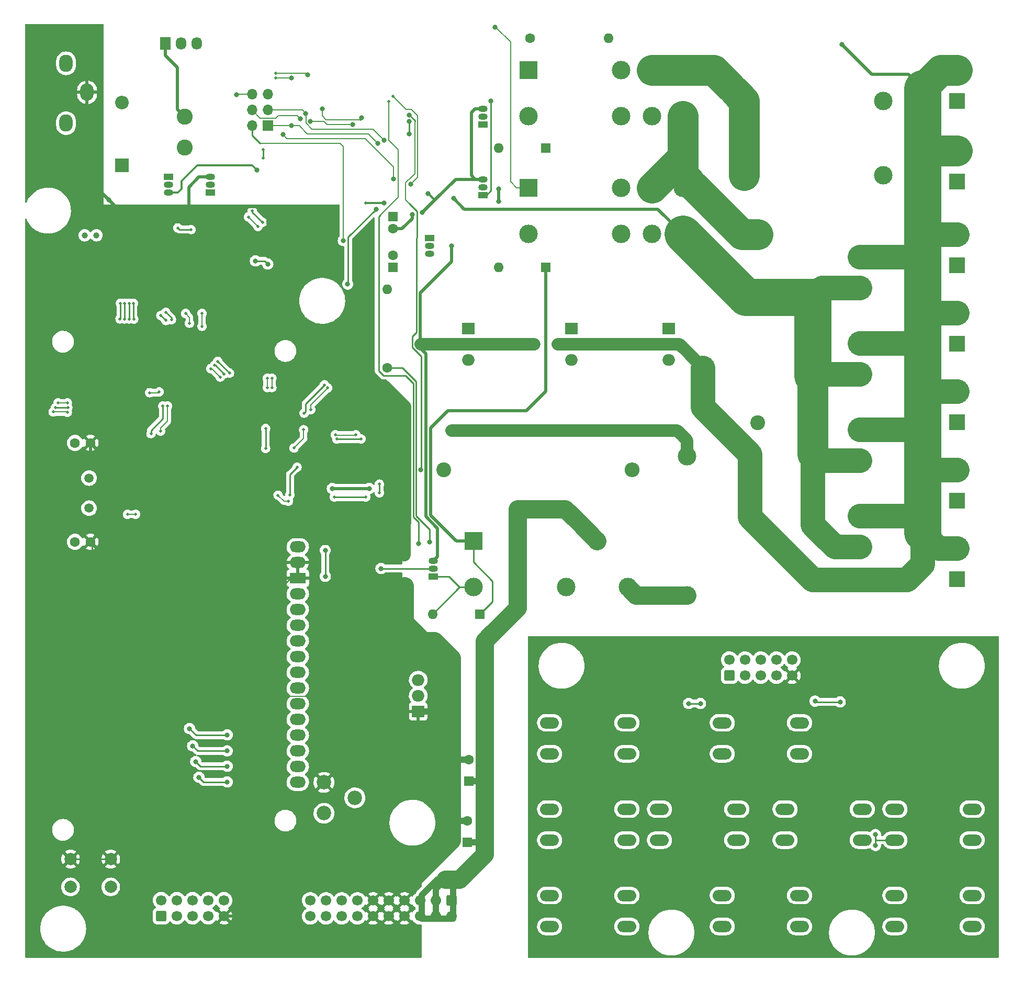
<source format=gbr>
%TF.GenerationSoftware,KiCad,Pcbnew,(6.0.5)*%
%TF.CreationDate,2023-01-24T13:05:23+01:00*%
%TF.ProjectId,Panel,50616e65-6c2e-46b6-9963-61645f706362,rev?*%
%TF.SameCoordinates,Original*%
%TF.FileFunction,Copper,L2,Bot*%
%TF.FilePolarity,Positive*%
%FSLAX46Y46*%
G04 Gerber Fmt 4.6, Leading zero omitted, Abs format (unit mm)*
G04 Created by KiCad (PCBNEW (6.0.5)) date 2023-01-24 13:05:23*
%MOMM*%
%LPD*%
G01*
G04 APERTURE LIST*
G04 Aperture macros list*
%AMRoundRect*
0 Rectangle with rounded corners*
0 $1 Rounding radius*
0 $2 $3 $4 $5 $6 $7 $8 $9 X,Y pos of 4 corners*
0 Add a 4 corners polygon primitive as box body*
4,1,4,$2,$3,$4,$5,$6,$7,$8,$9,$2,$3,0*
0 Add four circle primitives for the rounded corners*
1,1,$1+$1,$2,$3*
1,1,$1+$1,$4,$5*
1,1,$1+$1,$6,$7*
1,1,$1+$1,$8,$9*
0 Add four rect primitives between the rounded corners*
20,1,$1+$1,$2,$3,$4,$5,0*
20,1,$1+$1,$4,$5,$6,$7,0*
20,1,$1+$1,$6,$7,$8,$9,0*
20,1,$1+$1,$8,$9,$2,$3,0*%
G04 Aperture macros list end*
%TA.AperFunction,ComponentPad*%
%ADD10C,1.500000*%
%TD*%
%TA.AperFunction,ComponentPad*%
%ADD11R,1.600000X1.600000*%
%TD*%
%TA.AperFunction,ComponentPad*%
%ADD12O,1.600000X1.600000*%
%TD*%
%TA.AperFunction,ComponentPad*%
%ADD13O,3.048000X1.850000*%
%TD*%
%TA.AperFunction,ComponentPad*%
%ADD14C,3.000000*%
%TD*%
%TA.AperFunction,ComponentPad*%
%ADD15C,1.600000*%
%TD*%
%TA.AperFunction,ComponentPad*%
%ADD16R,2.500000X2.500000*%
%TD*%
%TA.AperFunction,ComponentPad*%
%ADD17C,2.500000*%
%TD*%
%TA.AperFunction,ComponentPad*%
%ADD18C,2.400000*%
%TD*%
%TA.AperFunction,ComponentPad*%
%ADD19O,2.400000X2.400000*%
%TD*%
%TA.AperFunction,ComponentPad*%
%ADD20R,1.500000X1.050000*%
%TD*%
%TA.AperFunction,ComponentPad*%
%ADD21O,1.500000X1.050000*%
%TD*%
%TA.AperFunction,ComponentPad*%
%ADD22R,2.400000X2.400000*%
%TD*%
%TA.AperFunction,ComponentPad*%
%ADD23R,1.700000X1.700000*%
%TD*%
%TA.AperFunction,ComponentPad*%
%ADD24O,1.700000X1.700000*%
%TD*%
%TA.AperFunction,ComponentPad*%
%ADD25R,1.730000X2.030000*%
%TD*%
%TA.AperFunction,ComponentPad*%
%ADD26O,1.730000X2.030000*%
%TD*%
%TA.AperFunction,ComponentPad*%
%ADD27RoundRect,0.250000X0.600000X-0.600000X0.600000X0.600000X-0.600000X0.600000X-0.600000X-0.600000X0*%
%TD*%
%TA.AperFunction,ComponentPad*%
%ADD28C,1.700000*%
%TD*%
%TA.AperFunction,ComponentPad*%
%ADD29R,2.000000X1.905000*%
%TD*%
%TA.AperFunction,ComponentPad*%
%ADD30O,2.000000X1.905000*%
%TD*%
%TA.AperFunction,ComponentPad*%
%ADD31R,2.600000X1.800000*%
%TD*%
%TA.AperFunction,ComponentPad*%
%ADD32O,2.600000X1.800000*%
%TD*%
%TA.AperFunction,ComponentPad*%
%ADD33C,2.000000*%
%TD*%
%TA.AperFunction,ComponentPad*%
%ADD34R,2.200000X2.200000*%
%TD*%
%TA.AperFunction,ComponentPad*%
%ADD35O,2.200000X2.200000*%
%TD*%
%TA.AperFunction,ComponentPad*%
%ADD36R,3.000000X3.000000*%
%TD*%
%TA.AperFunction,ComponentPad*%
%ADD37C,2.600000*%
%TD*%
%TA.AperFunction,ComponentPad*%
%ADD38C,2.340000*%
%TD*%
%TA.AperFunction,ComponentPad*%
%ADD39C,1.000000*%
%TD*%
%TA.AperFunction,ComponentPad*%
%ADD40RoundRect,0.250000X-0.600000X0.600000X-0.600000X-0.600000X0.600000X-0.600000X0.600000X0.600000X0*%
%TD*%
%TA.AperFunction,ComponentPad*%
%ADD41O,2.200000X2.800000*%
%TD*%
%TA.AperFunction,ViaPad*%
%ADD42C,0.800000*%
%TD*%
%TA.AperFunction,ViaPad*%
%ADD43C,0.500000*%
%TD*%
%TA.AperFunction,Conductor*%
%ADD44C,2.000000*%
%TD*%
%TA.AperFunction,Conductor*%
%ADD45C,4.000000*%
%TD*%
%TA.AperFunction,Conductor*%
%ADD46C,0.500000*%
%TD*%
%TA.AperFunction,Conductor*%
%ADD47C,0.200000*%
%TD*%
%TA.AperFunction,Conductor*%
%ADD48C,3.000000*%
%TD*%
%TA.AperFunction,Conductor*%
%ADD49C,0.250000*%
%TD*%
%TA.AperFunction,Conductor*%
%ADD50C,5.000000*%
%TD*%
%TA.AperFunction,Conductor*%
%ADD51C,6.000000*%
%TD*%
%TA.AperFunction,Conductor*%
%ADD52C,1.000000*%
%TD*%
%TA.AperFunction,Conductor*%
%ADD53C,0.300000*%
%TD*%
G04 APERTURE END LIST*
D10*
%TO.P,Y2,1,1*%
%TO.N,Net-(C28-Pad2)*%
X25527000Y-94887000D03*
%TO.P,Y2,2,2*%
%TO.N,Net-(C27-Pad1)*%
X25527000Y-90007000D03*
%TD*%
D11*
%TO.P,D7,1,K*%
%TO.N,Net-(D3-Pad2)*%
X99441000Y-55880000D03*
D12*
%TO.P,D7,2,A*%
%TO.N,Net-(D7-Pad2)*%
X91821000Y-55880000D03*
%TD*%
D13*
%TO.P,SW3,1,A*%
%TO.N,Net-(J13-Pad6)*%
X112549000Y-162560000D03*
%TO.P,SW3,2,A*%
X100049000Y-162560000D03*
%TO.P,SW3,3,B*%
%TO.N,Net-(J13-Pad3)*%
X112549000Y-157560000D03*
%TO.P,SW3,4,B*%
X100049000Y-157560000D03*
%TD*%
D14*
%TO.P,F3,1*%
%TO.N,Net-(F3-Pad1)*%
X154051000Y-41021000D03*
%TO.P,F3,2*%
%TO.N,Net-(C11-Pad1)*%
X131551000Y-41021000D03*
%TD*%
D15*
%TO.P,C28,1*%
%TO.N,Net-(BT1-Pad2)*%
X25761000Y-100330000D03*
%TO.P,C28,2*%
%TO.N,Net-(C28-Pad2)*%
X23261000Y-100330000D03*
%TD*%
D16*
%TO.P,J9,1,Pin_1*%
%TO.N,Net-(C14-Pad1)*%
X165981000Y-80986000D03*
D17*
%TO.P,J9,2,Pin_2*%
%TO.N,Net-(BT1-Pad2)*%
X165981000Y-75986000D03*
%TD*%
D18*
%TO.P,R17,1*%
%TO.N,Net-(C14-Pad1)*%
X133731000Y-81031000D03*
D19*
%TO.P,R17,2*%
%TO.N,Net-(C3-Pad1)*%
X133731000Y-50551000D03*
%TD*%
D18*
%TO.P,R9,1*%
%TO.N,Net-(C20-Pad1)*%
X82926000Y-88646000D03*
D19*
%TO.P,R9,2*%
%TO.N,Net-(D15-Pad2)*%
X113406000Y-88646000D03*
%TD*%
D11*
%TO.P,D4,1,K*%
%TO.N,Net-(D3-Pad2)*%
X88773000Y-112014000D03*
D12*
%TO.P,D4,2,A*%
%TO.N,Net-(D4-Pad2)*%
X81153000Y-112014000D03*
%TD*%
D13*
%TO.P,SW8,1,A*%
%TO.N,Net-(J13-Pad2)*%
X140489000Y-134620000D03*
%TO.P,SW8,2,A*%
X127989000Y-134620000D03*
%TO.P,SW8,3,B*%
%TO.N,Net-(J13-Pad4)*%
X140489000Y-129620000D03*
%TO.P,SW8,4,B*%
X127989000Y-129620000D03*
%TD*%
D16*
%TO.P,J8,1,Pin_1*%
%TO.N,Net-(C14-Pad1)*%
X165981000Y-93686000D03*
D17*
%TO.P,J8,2,Pin_2*%
%TO.N,Net-(BT1-Pad2)*%
X165981000Y-88686000D03*
%TD*%
D20*
%TO.P,Q2,1,C*%
%TO.N,Net-(D7-Pad2)*%
X89281000Y-44196000D03*
D21*
%TO.P,Q2,2,B*%
%TO.N,Net-(Q2-Pad2)*%
X89281000Y-42926000D03*
%TO.P,Q2,3,E*%
%TO.N,Net-(BT1-Pad2)*%
X89281000Y-41656000D03*
%TD*%
D13*
%TO.P,SW6,1,A*%
%TO.N,Net-(J13-Pad5)*%
X150649000Y-148590000D03*
%TO.P,SW6,2,A*%
X138149000Y-148590000D03*
%TO.P,SW6,3,B*%
%TO.N,Net-(J13-Pad3)*%
X150649000Y-143590000D03*
%TO.P,SW6,4,B*%
X138149000Y-143590000D03*
%TD*%
D22*
%TO.P,C14,1*%
%TO.N,Net-(C14-Pad1)*%
X150241000Y-101129959D03*
D18*
%TO.P,C14,2*%
%TO.N,Net-(BT1-Pad2)*%
X150241000Y-96129959D03*
%TD*%
D23*
%TO.P,J4,1,Pin_1*%
%TO.N,Net-(J3-Pad3)*%
X54488000Y-33005000D03*
D24*
%TO.P,J4,2,Pin_2*%
%TO.N,Net-(J4-Pad2)*%
X51948000Y-33005000D03*
%TO.P,J4,3,Pin_3*%
%TO.N,Net-(J3-Pad1)*%
X54488000Y-30465000D03*
%TO.P,J4,4,Pin_4*%
%TO.N,Net-(J4-Pad4)*%
X51948000Y-30465000D03*
%TO.P,J4,5,Pin_5*%
%TO.N,Net-(J3-Pad4)*%
X54488000Y-27925000D03*
%TO.P,J4,6,Pin_6*%
%TO.N,Net-(J4-Pad6)*%
X51948000Y-27925000D03*
%TD*%
D16*
%TO.P,J7,1,Pin_1*%
%TO.N,Net-(C14-Pad1)*%
X165981000Y-106386000D03*
D17*
%TO.P,J7,2,Pin_2*%
%TO.N,Net-(BT1-Pad2)*%
X165981000Y-101386000D03*
%TD*%
D15*
%TO.P,F1,1*%
%TO.N,Net-(D3-Pad2)*%
X73787000Y-72136000D03*
D12*
%TO.P,F1,2*%
%TO.N,Net-(C3-Pad1)*%
X73787000Y-59436000D03*
%TD*%
D25*
%TO.P,J5,1,Pin_1*%
%TO.N,Net-(C12-Pad1)*%
X37891000Y-19691000D03*
D26*
%TO.P,J5,2,Pin_2*%
%TO.N,Net-(BT1-Pad2)*%
X40431000Y-19691000D03*
%TO.P,J5,3,Pin_3*%
%TO.N,Net-(J5-Pad3)*%
X42971000Y-19691000D03*
%TD*%
D27*
%TO.P,J13,1,Pin_1*%
%TO.N,Net-(J13-Pad1)*%
X129154000Y-121965000D03*
D28*
%TO.P,J13,2,Pin_2*%
%TO.N,Net-(J13-Pad2)*%
X129154000Y-119425000D03*
%TO.P,J13,3,Pin_3*%
%TO.N,Net-(J13-Pad3)*%
X131694000Y-121965000D03*
%TO.P,J13,4,Pin_4*%
%TO.N,Net-(J13-Pad4)*%
X131694000Y-119425000D03*
%TO.P,J13,5,Pin_5*%
%TO.N,Net-(J13-Pad5)*%
X134234000Y-121965000D03*
%TO.P,J13,6,Pin_6*%
%TO.N,Net-(J13-Pad6)*%
X134234000Y-119425000D03*
%TO.P,J13,7,Pin_7*%
%TO.N,Net-(D9-Pad2)*%
X136774000Y-121965000D03*
%TO.P,J13,8,Pin_8*%
%TO.N,unconnected-(J13-Pad8)*%
X136774000Y-119425000D03*
%TO.P,J13,9,Pin_9*%
%TO.N,Net-(J13-Pad9)*%
X139314000Y-121965000D03*
%TO.P,J13,10,Pin_10*%
%TO.N,Net-(D10-Pad2)*%
X139314000Y-119425000D03*
%TD*%
D29*
%TO.P,U3,1,VI*%
%TO.N,Net-(C3-Pad1)*%
X103576000Y-65786000D03*
D30*
%TO.P,U3,2,GND*%
%TO.N,Net-(BT1-Pad2)*%
X103576000Y-68326000D03*
%TO.P,U3,3,VO*%
%TO.N,Net-(C7-Pad1)*%
X103576000Y-70866000D03*
%TD*%
D27*
%TO.P,J12,1,Pin_1*%
%TO.N,Net-(J12-Pad1)*%
X37211000Y-160899500D03*
D28*
%TO.P,J12,2,Pin_2*%
%TO.N,Net-(J12-Pad2)*%
X37211000Y-158359500D03*
%TO.P,J12,3,Pin_3*%
%TO.N,Net-(J12-Pad3)*%
X39751000Y-160899500D03*
%TO.P,J12,4,Pin_4*%
%TO.N,Net-(J12-Pad4)*%
X39751000Y-158359500D03*
%TO.P,J12,5,Pin_5*%
%TO.N,Net-(J12-Pad5)*%
X42291000Y-160899500D03*
%TO.P,J12,6,Pin_6*%
%TO.N,Net-(J12-Pad6)*%
X42291000Y-158359500D03*
%TO.P,J12,7,Pin_7*%
%TO.N,Net-(D13-Pad2)*%
X44831000Y-160899500D03*
%TO.P,J12,8,Pin_8*%
%TO.N,unconnected-(J12-Pad8)*%
X44831000Y-158359500D03*
%TO.P,J12,9,Pin_9*%
%TO.N,Net-(BT1-Pad2)*%
X47371000Y-160899500D03*
%TO.P,J12,10,Pin_10*%
%TO.N,Net-(J12-Pad10)*%
X47371000Y-158359500D03*
%TD*%
D14*
%TO.P,F2,1*%
%TO.N,Net-(F2-Pad1)*%
X154051000Y-28956000D03*
%TO.P,F2,2*%
%TO.N,Net-(C11-Pad1)*%
X131551000Y-28956000D03*
%TD*%
D13*
%TO.P,SW2,1,A*%
%TO.N,Net-(J13-Pad6)*%
X112549000Y-148590000D03*
%TO.P,SW2,2,A*%
X100049000Y-148590000D03*
%TO.P,SW2,3,B*%
%TO.N,Net-(J13-Pad2)*%
X112549000Y-143590000D03*
%TO.P,SW2,4,B*%
X100049000Y-143590000D03*
%TD*%
D31*
%TO.P,U5,1,VSS*%
%TO.N,Net-(BT1-Pad2)*%
X59309000Y-106222000D03*
D32*
%TO.P,U5,2,VDD*%
%TO.N,Net-(C20-Pad1)*%
X59309000Y-108762000D03*
%TO.P,U5,3,VO*%
%TO.N,Net-(RV1-Pad2)*%
X59309000Y-111302000D03*
%TO.P,U5,4,RS*%
%TO.N,Net-(R24-Pad2)*%
X59309000Y-113842000D03*
%TO.P,U5,5,R/W*%
%TO.N,Net-(R28-Pad2)*%
X59309000Y-116382000D03*
%TO.P,U5,6,E*%
%TO.N,Net-(R14-Pad2)*%
X59309000Y-118922000D03*
%TO.P,U5,7,DB0*%
%TO.N,unconnected-(U5-Pad7)*%
X59309000Y-121462000D03*
%TO.P,U5,8,DB1*%
%TO.N,unconnected-(U5-Pad8)*%
X59309000Y-124002000D03*
%TO.P,U5,9,DB2*%
%TO.N,unconnected-(U5-Pad9)*%
X59309000Y-126542000D03*
%TO.P,U5,10,DB3*%
%TO.N,unconnected-(U5-Pad10)*%
X59309000Y-129082000D03*
%TO.P,U5,11,DB4*%
%TO.N,Net-(R31-Pad2)*%
X59309000Y-131622000D03*
%TO.P,U5,12,DB5*%
%TO.N,Net-(R34-Pad2)*%
X59309000Y-134162000D03*
%TO.P,U5,13,DB6*%
%TO.N,Net-(R38-Pad2)*%
X59306460Y-136707080D03*
%TO.P,U5,14,DB7*%
%TO.N,Net-(R41-Pad2)*%
X59309000Y-139242000D03*
%TO.P,U5,15,A/VEE*%
%TO.N,Net-(R54-Pad1)*%
X59309000Y-101142000D03*
%TO.P,U5,16,K*%
%TO.N,Net-(BT1-Pad2)*%
X59306460Y-103687080D03*
%TD*%
D13*
%TO.P,SW5,1,A*%
%TO.N,Net-(J13-Pad5)*%
X130329000Y-148590000D03*
%TO.P,SW5,2,A*%
X117829000Y-148590000D03*
%TO.P,SW5,3,B*%
%TO.N,Net-(J13-Pad2)*%
X130329000Y-143590000D03*
%TO.P,SW5,4,B*%
X117829000Y-143590000D03*
%TD*%
D22*
%TO.P,C17,1*%
%TO.N,Net-(C14-Pad1)*%
X150241000Y-59219959D03*
D18*
%TO.P,C17,2*%
%TO.N,Net-(BT1-Pad2)*%
X150241000Y-54219959D03*
%TD*%
D15*
%TO.P,C27,1*%
%TO.N,Net-(C27-Pad1)*%
X23261000Y-84328000D03*
%TO.P,C27,2*%
%TO.N,Net-(BT1-Pad2)*%
X25761000Y-84328000D03*
%TD*%
D22*
%TO.P,C15,1*%
%TO.N,Net-(C14-Pad1)*%
X150241000Y-87159959D03*
D18*
%TO.P,C15,2*%
%TO.N,Net-(BT1-Pad2)*%
X150241000Y-82159959D03*
%TD*%
D16*
%TO.P,J2,1,Pin_1*%
%TO.N,Net-(F3-Pad1)*%
X165981000Y-42056000D03*
D17*
%TO.P,J2,2,Pin_2*%
%TO.N,Net-(BT1-Pad2)*%
X165981000Y-37056000D03*
%TD*%
D20*
%TO.P,U9,1,VO*%
%TO.N,Net-(C1-Pad2)*%
X80666000Y-51181000D03*
D21*
%TO.P,U9,2,GND*%
%TO.N,Net-(BT1-Pad2)*%
X80666000Y-52451000D03*
%TO.P,U9,3,VI*%
%TO.N,Net-(C11-Pad1)*%
X80666000Y-53721000D03*
%TD*%
D11*
%TO.P,C23,1*%
%TO.N,Net-(C20-Pad1)*%
X86995000Y-139066651D03*
D15*
%TO.P,C23,2*%
%TO.N,Net-(BT1-Pad2)*%
X86995000Y-135566651D03*
%TD*%
D16*
%TO.P,J10,1,Pin_1*%
%TO.N,Net-(C14-Pad1)*%
X165981000Y-68286000D03*
D17*
%TO.P,J10,2,Pin_2*%
%TO.N,Net-(BT1-Pad2)*%
X165981000Y-63286000D03*
%TD*%
D29*
%TO.P,U2,1,VI*%
%TO.N,Net-(C3-Pad1)*%
X119288500Y-65786000D03*
D30*
%TO.P,U2,2,GND*%
%TO.N,Net-(BT1-Pad2)*%
X119288500Y-68326000D03*
%TO.P,U2,3,VO*%
%TO.N,Net-(C6-Pad1)*%
X119288500Y-70866000D03*
%TD*%
D15*
%TO.P,F5,1*%
%TO.N,Net-(D11-Pad1)*%
X96901000Y-18796000D03*
D12*
%TO.P,F5,2*%
%TO.N,Net-(C11-Pad1)*%
X109601000Y-18796000D03*
%TD*%
D13*
%TO.P,SW1,1,A*%
%TO.N,Net-(J13-Pad6)*%
X112549000Y-134620000D03*
%TO.P,SW1,2,A*%
X100049000Y-134620000D03*
%TO.P,SW1,3,B*%
%TO.N,Net-(J13-Pad1)*%
X112549000Y-129620000D03*
%TO.P,SW1,4,B*%
X100049000Y-129620000D03*
%TD*%
D20*
%TO.P,Q1,1,C*%
%TO.N,Net-(D4-Pad2)*%
X81259000Y-105918000D03*
D21*
%TO.P,Q1,2,B*%
%TO.N,Net-(Q1-Pad2)*%
X81259000Y-104648000D03*
%TO.P,Q1,3,E*%
%TO.N,Net-(BT1-Pad2)*%
X81259000Y-103378000D03*
%TD*%
D16*
%TO.P,J11,1,Pin_1*%
%TO.N,Net-(C14-Pad1)*%
X165981000Y-55586000D03*
D17*
%TO.P,J11,2,Pin_2*%
%TO.N,Net-(BT1-Pad2)*%
X165981000Y-50586000D03*
%TD*%
D33*
%TO.P,SW10,1,A*%
%TO.N,Net-(C25-Pad1)*%
X29031000Y-156174000D03*
%TO.P,SW10,2,A*%
X22531000Y-156174000D03*
%TO.P,SW10,3,B*%
%TO.N,Net-(BT1-Pad2)*%
X29031000Y-151674000D03*
%TO.P,SW10,4,B*%
X22531000Y-151674000D03*
%TD*%
D13*
%TO.P,SW7,1,A*%
%TO.N,Net-(J13-Pad4)*%
X168429000Y-148590000D03*
%TO.P,SW7,2,A*%
X155929000Y-148590000D03*
%TO.P,SW7,3,B*%
%TO.N,Net-(J13-Pad1)*%
X168429000Y-143590000D03*
%TO.P,SW7,4,B*%
X155929000Y-143590000D03*
%TD*%
%TO.P,SW9,1,A*%
%TO.N,Net-(J13-Pad4)*%
X140489000Y-162560000D03*
%TO.P,SW9,2,A*%
X127989000Y-162560000D03*
%TO.P,SW9,3,B*%
%TO.N,Net-(J13-Pad3)*%
X140489000Y-157560000D03*
%TO.P,SW9,4,B*%
X127989000Y-157560000D03*
%TD*%
%TO.P,SW4,1,A*%
%TO.N,Net-(J13-Pad5)*%
X168429000Y-162560000D03*
%TO.P,SW4,2,A*%
X155929000Y-162560000D03*
%TO.P,SW4,3,B*%
%TO.N,Net-(J13-Pad1)*%
X168429000Y-157560000D03*
%TO.P,SW4,4,B*%
X155929000Y-157560000D03*
%TD*%
D11*
%TO.P,C35,1*%
%TO.N,Net-(C1-Pad2)*%
X74676000Y-47685888D03*
D15*
%TO.P,C35,2*%
%TO.N,Net-(BT1-Pad2)*%
X74676000Y-49685888D03*
%TD*%
D34*
%TO.P,D8,1,K*%
%TO.N,Net-(D8-Pad1)*%
X30861000Y-39370000D03*
D35*
%TO.P,D8,2,A*%
%TO.N,Net-(C12-Pad1)*%
X30861000Y-29210000D03*
%TD*%
D20*
%TO.P,Q3,1,C*%
%TO.N,Net-(D8-Pad1)*%
X38375000Y-41275000D03*
D21*
%TO.P,Q3,2,B*%
%TO.N,Net-(Q3-Pad2)*%
X38375000Y-42545000D03*
%TO.P,Q3,3,E*%
%TO.N,Net-(C14-Pad1)*%
X38375000Y-43815000D03*
%TD*%
D14*
%TO.P,K1,11*%
%TO.N,Net-(C20-Pad1)*%
X107733500Y-100178500D03*
%TO.P,K1,12*%
%TO.N,unconnected-(K1-Pad12)*%
X102733500Y-107678500D03*
%TO.P,K1,14*%
%TO.N,Net-(D15-Pad2)*%
X112733500Y-107678500D03*
D36*
%TO.P,K1,A1*%
%TO.N,Net-(D3-Pad2)*%
X87733500Y-100178500D03*
D14*
%TO.P,K1,A2*%
%TO.N,Net-(D4-Pad2)*%
X87733500Y-107678500D03*
%TD*%
D37*
%TO.P,L1,1*%
%TO.N,Net-(C12-Pad1)*%
X41021000Y-31536000D03*
%TO.P,L1,2*%
%TO.N,Net-(D8-Pad1)*%
X41021000Y-36536000D03*
%TD*%
D38*
%TO.P,RV1,1,1*%
%TO.N,Net-(BT1-Pad2)*%
X63540000Y-139257000D03*
%TO.P,RV1,2,2*%
%TO.N,Net-(RV1-Pad2)*%
X68540000Y-141757000D03*
%TO.P,RV1,3,3*%
%TO.N,Net-(C20-Pad1)*%
X63540000Y-144257000D03*
%TD*%
D14*
%TO.P,K2,11*%
%TO.N,Net-(C3-Pad1)*%
X116623500Y-50528500D03*
X116623500Y-43028500D03*
%TO.P,K2,12*%
%TO.N,unconnected-(K2-Pad12)*%
X111623500Y-50528500D03*
X111623500Y-43028500D03*
%TO.P,K2,14*%
%TO.N,Net-(C14-Pad1)*%
X121623500Y-43028500D03*
X121623500Y-50528500D03*
D36*
%TO.P,K2,A1*%
%TO.N,Net-(D3-Pad2)*%
X96623500Y-43028500D03*
D14*
%TO.P,K2,A2*%
%TO.N,Net-(D7-Pad2)*%
X96623500Y-50528500D03*
%TD*%
D20*
%TO.P,Q5,1,C*%
%TO.N,Net-(D11-Pad2)*%
X89281000Y-32766000D03*
D21*
%TO.P,Q5,2,B*%
%TO.N,Net-(Q5-Pad2)*%
X89281000Y-31496000D03*
%TO.P,Q5,3,E*%
%TO.N,Net-(BT1-Pad2)*%
X89281000Y-30226000D03*
%TD*%
D11*
%TO.P,C18,1*%
%TO.N,Net-(C11-Pad1)*%
X74676000Y-55946113D03*
D15*
%TO.P,C18,2*%
%TO.N,Net-(BT1-Pad2)*%
X74676000Y-53946113D03*
%TD*%
D11*
%TO.P,C22,1*%
%TO.N,Net-(C20-Pad1)*%
X86741000Y-148972651D03*
D15*
%TO.P,C22,2*%
%TO.N,Net-(BT1-Pad2)*%
X86741000Y-145472651D03*
%TD*%
D39*
%TO.P,Y1,1,1*%
%TO.N,Net-(U6-Pad2)*%
X26731000Y-50716000D03*
%TO.P,Y1,2,2*%
%TO.N,Net-(U6-Pad1)*%
X24831000Y-50716000D03*
%TD*%
D14*
%TO.P,F4,1*%
%TO.N,Net-(D15-Pad2)*%
X122301000Y-108966000D03*
%TO.P,F4,2*%
%TO.N,Net-(F4-Pad2)*%
X122301000Y-86466000D03*
%TD*%
%TO.P,K3,11*%
%TO.N,Net-(C3-Pad1)*%
X116623500Y-31478500D03*
X116623500Y-23978500D03*
%TO.P,K3,12*%
%TO.N,unconnected-(K3-Pad12)*%
X111623500Y-31478500D03*
X111623500Y-23978500D03*
%TO.P,K3,14*%
%TO.N,Net-(C11-Pad1)*%
X121623500Y-31478500D03*
X121623500Y-23978500D03*
D36*
%TO.P,K3,A1*%
%TO.N,Net-(D11-Pad1)*%
X96623500Y-23978500D03*
D14*
%TO.P,K3,A2*%
%TO.N,Net-(D11-Pad2)*%
X96623500Y-31478500D03*
%TD*%
D40*
%TO.P,J14,1,Pin_1*%
%TO.N,Net-(C20-Pad1)*%
X84201000Y-158378500D03*
D28*
%TO.P,J14,2,Pin_2*%
X84201000Y-160918500D03*
%TO.P,J14,3,Pin_3*%
X81661000Y-158378500D03*
%TO.P,J14,4,Pin_4*%
X81661000Y-160918500D03*
%TO.P,J14,5,Pin_5*%
X79121000Y-158378500D03*
%TO.P,J14,6,Pin_6*%
X79121000Y-160918500D03*
%TO.P,J14,7,Pin_7*%
%TO.N,Net-(BT1-Pad2)*%
X76581000Y-158378500D03*
%TO.P,J14,8,Pin_8*%
X76581000Y-160918500D03*
%TO.P,J14,9,Pin_9*%
X74041000Y-158378500D03*
%TO.P,J14,10,Pin_10*%
X74041000Y-160918500D03*
%TO.P,J14,11,Pin_11*%
X71501000Y-158378500D03*
%TO.P,J14,12,Pin_12*%
X71501000Y-160918500D03*
%TO.P,J14,13,Pin_13*%
%TO.N,Net-(J14-Pad13)*%
X68961000Y-158378500D03*
%TO.P,J14,14,Pin_14*%
%TO.N,Net-(J14-Pad14)*%
X68961000Y-160918500D03*
%TO.P,J14,15,Pin_15*%
%TO.N,Net-(J14-Pad15)*%
X66421000Y-158378500D03*
%TO.P,J14,16,Pin_16*%
%TO.N,Net-(J14-Pad16)*%
X66421000Y-160918500D03*
%TO.P,J14,17,Pin_17*%
%TO.N,Net-(J14-Pad17)*%
X63881000Y-158378500D03*
%TO.P,J14,18,Pin_18*%
%TO.N,Net-(J14-Pad18)*%
X63881000Y-160918500D03*
%TO.P,J14,19,Pin_19*%
%TO.N,Net-(J14-Pad19)*%
X61341000Y-158378500D03*
%TO.P,J14,20,Pin_20*%
%TO.N,Net-(J14-Pad20)*%
X61341000Y-160918500D03*
%TD*%
D29*
%TO.P,D15,1,K*%
%TO.N,Net-(BT1-Pad2)*%
X78796000Y-127762000D03*
D30*
%TO.P,D15,2,A*%
%TO.N,Net-(D15-Pad2)*%
X78796000Y-125222000D03*
%TO.P,D15,3,G*%
%TO.N,Net-(C36-Pad1)*%
X78796000Y-122682000D03*
%TD*%
D41*
%TO.P,BT1,*%
%TO.N,*%
X21814500Y-22886000D03*
%TO.P,BT1,1,+*%
%TO.N,Net-(BT1-Pad1)*%
X21814500Y-32586000D03*
%TO.P,BT1,2,-*%
%TO.N,Net-(BT1-Pad2)*%
X25214500Y-27586000D03*
%TD*%
D16*
%TO.P,J1,1,Pin_1*%
%TO.N,Net-(F2-Pad1)*%
X165989000Y-28956000D03*
D17*
%TO.P,J1,2,Pin_2*%
%TO.N,Net-(BT1-Pad2)*%
X165989000Y-23956000D03*
%TD*%
D11*
%TO.P,D11,1,K*%
%TO.N,Net-(D11-Pad1)*%
X99441000Y-36576000D03*
D12*
%TO.P,D11,2,A*%
%TO.N,Net-(D11-Pad2)*%
X91821000Y-36576000D03*
%TD*%
D20*
%TO.P,Q4,1,C*%
%TO.N,Net-(Q3-Pad2)*%
X45191000Y-43815000D03*
D21*
%TO.P,Q4,2,B*%
%TO.N,Net-(Q4-Pad2)*%
X45191000Y-42545000D03*
%TO.P,Q4,3,E*%
%TO.N,Net-(BT1-Pad2)*%
X45191000Y-41275000D03*
%TD*%
D22*
%TO.P,C16,1*%
%TO.N,Net-(C14-Pad1)*%
X150241000Y-73189959D03*
D18*
%TO.P,C16,2*%
%TO.N,Net-(BT1-Pad2)*%
X150241000Y-68189959D03*
%TD*%
D29*
%TO.P,U4,1,VI*%
%TO.N,Net-(C3-Pad1)*%
X86903500Y-65786000D03*
D30*
%TO.P,U4,2,GND*%
%TO.N,Net-(BT1-Pad2)*%
X86903500Y-68326000D03*
%TO.P,U4,3,VO*%
%TO.N,Net-(C8-Pad1)*%
X86903500Y-70866000D03*
%TD*%
D42*
%TO.N,Net-(BT1-Pad2)*%
X84201000Y-52451000D03*
X70866000Y-50546000D03*
X62611000Y-135636000D03*
X142621000Y-106426000D03*
X133731000Y-97536000D03*
X84836000Y-68326000D03*
X76581000Y-99441000D03*
X137541000Y-101346000D03*
X81661000Y-68326000D03*
X76581000Y-90297000D03*
X147320000Y-19812000D03*
X76581000Y-101473000D03*
X129286000Y-82931000D03*
X76581000Y-94361000D03*
X76581000Y-109728000D03*
X112776000Y-68326000D03*
X76581000Y-82169000D03*
X64770000Y-46355000D03*
X155321000Y-106426000D03*
X76581000Y-93345000D03*
X76581000Y-85217000D03*
X150241000Y-106426000D03*
X91186000Y-68326000D03*
X61645800Y-103708200D03*
D43*
X64135000Y-46101000D03*
D42*
X131191000Y-84836000D03*
X110236000Y-68326000D03*
X76581000Y-87249000D03*
X82931000Y-68326000D03*
X92456000Y-68326000D03*
X71120000Y-62738000D03*
X76581000Y-84201000D03*
X76581000Y-106680000D03*
X40386000Y-93980000D03*
X76581000Y-95377000D03*
X79451200Y-47040800D03*
X136271000Y-100076000D03*
X88646000Y-68326000D03*
X108966000Y-68326000D03*
X121666000Y-68961000D03*
X70548500Y-49593500D03*
X152781000Y-106426000D03*
X122618500Y-69913500D03*
D43*
X63627000Y-46101000D03*
D42*
X126111000Y-79756000D03*
X48895000Y-51308000D03*
X39497000Y-86487000D03*
X76581000Y-108966000D03*
X76581000Y-78867000D03*
D43*
X55753000Y-24511000D03*
D42*
X26035000Y-61976000D03*
X76581000Y-89281000D03*
X76581000Y-83185000D03*
X101346000Y-68326000D03*
X128016000Y-81661000D03*
X79121000Y-68326000D03*
X80391000Y-68326000D03*
X124841000Y-73406000D03*
X76581000Y-100457000D03*
X76581000Y-86233000D03*
X96266000Y-68326000D03*
X80391000Y-43942000D03*
X124841000Y-75946000D03*
X141351000Y-105156000D03*
X28702000Y-44958000D03*
X111506000Y-68326000D03*
X76581000Y-88265000D03*
X123571000Y-70866000D03*
X76581000Y-97409000D03*
X132461000Y-91186000D03*
X89916000Y-68326000D03*
X71120000Y-63754000D03*
X76581000Y-107442000D03*
X76581000Y-108204000D03*
X107696000Y-68326000D03*
X138811000Y-102616000D03*
X124841000Y-78486000D03*
X61671200Y-106146600D03*
X28956000Y-74168000D03*
X71120000Y-64770000D03*
X76581000Y-92329000D03*
X115316000Y-68326000D03*
X76581000Y-96393000D03*
X54864000Y-49276000D03*
X60916020Y-24765000D03*
X28575000Y-91567000D03*
X132461000Y-88646000D03*
X77851000Y-47371000D03*
X56896000Y-124206000D03*
X135001000Y-98806000D03*
X147701000Y-106426000D03*
X94996000Y-68326000D03*
X116586000Y-68326000D03*
X132461000Y-93726000D03*
X76581000Y-110490000D03*
D43*
X63119000Y-46101000D03*
D42*
X76581000Y-81153000D03*
X76581000Y-98425000D03*
X31369000Y-53721000D03*
X76581000Y-102489000D03*
X93726000Y-68326000D03*
X97536000Y-68326000D03*
X145161000Y-106426000D03*
X140081000Y-103886000D03*
X132461000Y-96266000D03*
X76581000Y-91313000D03*
X132461000Y-86106000D03*
X114046000Y-68326000D03*
X43053000Y-90043000D03*
X106426000Y-68326000D03*
X56134000Y-49403000D03*
X76581000Y-80137000D03*
X60960000Y-86614000D03*
X105156000Y-68326000D03*
X35941000Y-90170000D03*
D43*
%TO.N,Net-(C1-Pad2)*%
X55753000Y-25273000D03*
X53721000Y-38227000D03*
D42*
X58293000Y-25273000D03*
D43*
X53721000Y-36830000D03*
D42*
%TO.N,Net-(C14-Pad1)*%
X142621000Y-97536000D03*
X127368500Y-56273500D03*
X146647041Y-59219959D03*
X136271000Y-60706000D03*
X145377041Y-59219959D03*
X142621000Y-64516000D03*
X142621000Y-96266000D03*
X146647041Y-87159959D03*
X145377041Y-87159959D03*
X147282041Y-101129959D03*
X124828500Y-53733500D03*
X147917041Y-87159959D03*
X146647041Y-73189959D03*
X142621000Y-68326000D03*
X144843500Y-99758500D03*
X135001000Y-60706000D03*
X142621000Y-72136000D03*
X84531200Y-44754800D03*
X142621000Y-89916000D03*
X144107041Y-73189959D03*
X133731000Y-60706000D03*
X126098500Y-55003500D03*
X142621000Y-63246000D03*
X142621000Y-88646000D03*
X142621000Y-79756000D03*
X143891000Y-98806000D03*
X142621000Y-69596000D03*
X132461000Y-60706000D03*
X142621000Y-70866000D03*
X142621000Y-60706000D03*
X141351000Y-60706000D03*
X147917041Y-59219959D03*
X145796000Y-100711000D03*
X129908500Y-58813500D03*
X142621000Y-83566000D03*
X142621000Y-74676000D03*
X138811000Y-60706000D03*
X143674959Y-87159959D03*
X143891000Y-59436000D03*
X142621000Y-94996000D03*
X128638500Y-57543500D03*
X142621000Y-81026000D03*
X142621000Y-73406000D03*
X142621000Y-67056000D03*
X123558500Y-52463500D03*
X142621000Y-82296000D03*
X142621000Y-75946000D03*
X142621000Y-84836000D03*
X145377041Y-73189959D03*
X142621000Y-92456000D03*
D43*
X70260986Y-45532500D03*
D42*
X142621000Y-61976000D03*
X140081000Y-60706000D03*
X142621000Y-91186000D03*
X142621000Y-93726000D03*
X147917041Y-73189959D03*
X131178500Y-60083500D03*
X73279000Y-45466000D03*
X142621000Y-65786000D03*
X142621000Y-86106000D03*
X142621000Y-87376000D03*
X142621000Y-78486000D03*
X137541000Y-60706000D03*
X52705000Y-40132000D03*
X142621000Y-77216000D03*
D43*
%TO.N,Net-(C25-Pad1)*%
X19714940Y-79311903D03*
X22012500Y-79375000D03*
D42*
%TO.N,Net-(C3-Pad1)*%
X125476000Y-44831000D03*
X121623500Y-35348500D03*
X123571000Y-42926000D03*
X121623500Y-39158500D03*
X119513500Y-40138500D03*
X121623500Y-37888500D03*
X122618500Y-41973500D03*
X120466000Y-39186000D03*
X121623500Y-34078500D03*
X127381000Y-46736000D03*
X118561000Y-41091000D03*
X121666000Y-41021000D03*
X130238500Y-49593500D03*
X128333500Y-47688500D03*
X126428500Y-45783500D03*
X131191000Y-50546000D03*
X121623500Y-36618500D03*
X124523500Y-43878500D03*
X129286000Y-48641000D03*
%TO.N,Net-(D3-Pad2)*%
X80645000Y-100330000D03*
X91186000Y-17018000D03*
D43*
%TO.N,Net-(D4-Pad2)*%
X74041000Y-29083000D03*
D42*
X78867000Y-100584000D03*
%TO.N,Net-(D7-Pad2)*%
X90551000Y-28956000D03*
%TO.N,Net-(J3-Pad1)*%
X73279000Y-35306000D03*
X60579000Y-30988000D03*
%TO.N,Net-(J3-Pad3)*%
X58308000Y-33005000D03*
X72263000Y-35814000D03*
%TO.N,Net-(J3-Pad4)*%
X56896000Y-34417000D03*
X74803000Y-41593500D03*
D43*
%TO.N,Net-(J14-Pad14)*%
X69554500Y-83693000D03*
X65613817Y-83693000D03*
%TO.N,Net-(J14-Pad16)*%
X68710429Y-82982832D03*
X65363500Y-82993497D03*
%TO.N,Net-(J14-Pad19)*%
X54356000Y-73853980D03*
X54356000Y-75352500D03*
%TO.N,Net-(J14-Pad20)*%
X55118000Y-73853980D03*
X55118000Y-75352500D03*
%TO.N,Net-(J15-Pad1)*%
X37139944Y-63682944D03*
X37964874Y-64507874D03*
%TO.N,Net-(J15-Pad3)*%
X41783000Y-64938500D03*
X41148000Y-63365455D03*
%TO.N,Net-(J15-Pad4)*%
X38862000Y-64389000D03*
X37959501Y-63171130D03*
%TO.N,Net-(Q1-Pad2)*%
X72517000Y-92393500D03*
X72517000Y-90994500D03*
D42*
X72771000Y-104648000D03*
%TO.N,Net-(C11-Pad1)*%
X131551000Y-38756000D03*
X130101000Y-27506000D03*
X131551000Y-36216000D03*
X131551000Y-37486000D03*
X131551000Y-33676000D03*
X128196000Y-25601000D03*
X125476000Y-23978500D03*
X131551000Y-32406000D03*
X120396000Y-23978500D03*
X129148500Y-26553500D03*
X91821000Y-43180000D03*
X124206000Y-23978500D03*
X131551000Y-31136000D03*
X131551000Y-34946000D03*
X121666000Y-23978500D03*
X119126000Y-23978500D03*
X127243500Y-24648500D03*
X122936000Y-23978500D03*
X91821000Y-45212000D03*
%TO.N,Net-(J4-Pad2)*%
X66675000Y-51562000D03*
D43*
%TO.N,Net-(R8-Pad2)*%
X74676000Y-28194000D03*
D42*
X77622400Y-42418000D03*
%TO.N,Net-(J4-Pad4)*%
X77343000Y-34290000D03*
X77343000Y-32258000D03*
X59690000Y-31877000D03*
X61341000Y-32258000D03*
X68199000Y-32766000D03*
D43*
%TO.N,Net-(R18-Pad1)*%
X32006006Y-61722000D03*
X33070800Y-95859600D03*
X31750000Y-95885000D03*
X32004000Y-64262000D03*
X20513980Y-77851000D03*
X22012500Y-77851000D03*
%TO.N,Net-(R20-Pad1)*%
X52857233Y-49301233D03*
X57810233Y-93751233D03*
X56116211Y-92789458D03*
X65214297Y-93091000D03*
X51308000Y-47752000D03*
X70308498Y-93091000D03*
%TO.N,Net-(R21-Pad1)*%
X30542497Y-64262000D03*
X30607000Y-61722000D03*
%TO.N,Net-(R22-Pad1)*%
X31242000Y-64262000D03*
X31306503Y-61722000D03*
%TO.N,Net-(R24-Pad1)*%
X37111441Y-82395559D03*
X38227000Y-78359000D03*
X45212000Y-72304500D03*
X46736000Y-73660000D03*
%TO.N,Net-(J4-Pad6)*%
X20114460Y-78613000D03*
D42*
X49371980Y-27940000D03*
D43*
X32767377Y-64284206D03*
X22098000Y-78613000D03*
X32705509Y-61722000D03*
D42*
%TO.N,Net-(R27-Pad1)*%
X67369200Y-58614800D03*
D43*
X61396944Y-78938056D03*
X64129178Y-75417067D03*
D42*
X72009000Y-46482000D03*
D43*
%TO.N,Net-(R27-Pad2)*%
X54102000Y-82000500D03*
X54102000Y-85217000D03*
%TO.N,Net-(R28-Pad1)*%
X47371000Y-73152000D03*
X37465000Y-78359000D03*
X45847000Y-71755000D03*
X35552444Y-82811556D03*
D42*
%TO.N,Net-(R30-Pad1)*%
X54445500Y-55372000D03*
X52451000Y-54864000D03*
D43*
%TO.N,Net-(R37-Pad1)*%
X43807444Y-63365444D03*
X43815000Y-65446511D03*
D42*
%TO.N,Net-(C20-Pad1)*%
X100711000Y-94996000D03*
X90043000Y-114300000D03*
X94869000Y-102743000D03*
X94869000Y-104013000D03*
X63749164Y-101708464D03*
X93853000Y-94996000D03*
X94869000Y-94996000D03*
X101981000Y-94996000D03*
X69655559Y-31682559D03*
X98171000Y-94996000D03*
X94869000Y-98298000D03*
X63754000Y-105918000D03*
X105123500Y-97568500D03*
X94869000Y-96012000D03*
X93853000Y-96012000D03*
X96901000Y-94996000D03*
D43*
X42044556Y-49791556D03*
D42*
X91567000Y-113030000D03*
X103218500Y-95663500D03*
X94869000Y-101473000D03*
X90805000Y-113792000D03*
X64897000Y-91694000D03*
X94869000Y-106553000D03*
D43*
X39878000Y-49530000D03*
D42*
X63246000Y-30226000D03*
X99441000Y-94996000D03*
X106076000Y-98521000D03*
X94869000Y-100076000D03*
X94869000Y-105283000D03*
X104171000Y-96616000D03*
X79160500Y-88646000D03*
X94869000Y-97028000D03*
X70858018Y-91694000D03*
X95885000Y-94996000D03*
X77343000Y-31242000D03*
X95885000Y-96012000D03*
%TO.N,Net-(F4-Pad2)*%
X100711000Y-82296000D03*
X91821000Y-82296000D03*
X98171000Y-82296000D03*
X103251000Y-82296000D03*
X99441000Y-82296000D03*
X86741000Y-82296000D03*
X94361000Y-82296000D03*
X119761000Y-82296000D03*
X89281000Y-82296000D03*
X95631000Y-82296000D03*
X113411000Y-82296000D03*
X84201000Y-82296000D03*
X121486000Y-83111000D03*
X88011000Y-82296000D03*
X115951000Y-82296000D03*
X105791000Y-82296000D03*
X90551000Y-82296000D03*
X108331000Y-82296000D03*
X101981000Y-82296000D03*
X104521000Y-82296000D03*
X96901000Y-82296000D03*
X112141000Y-82296000D03*
X117221000Y-82296000D03*
X107061000Y-82296000D03*
X114681000Y-82296000D03*
X118491000Y-82296000D03*
X85471000Y-82296000D03*
X110871000Y-82296000D03*
X93091000Y-82296000D03*
X109601000Y-82296000D03*
%TO.N,Net-(D15-Pad2)*%
X118491000Y-108966000D03*
X114681000Y-108966000D03*
X115951000Y-108966000D03*
X117221000Y-108966000D03*
X119761000Y-108966000D03*
%TO.N,Net-(R31-Pad2)*%
X41783000Y-130556000D03*
X47879000Y-131572000D03*
%TO.N,Net-(R34-Pad2)*%
X47879000Y-134162000D03*
X42291000Y-133350000D03*
%TO.N,Net-(R38-Pad2)*%
X47879000Y-136652000D03*
X42799000Y-135890000D03*
%TO.N,Net-(R41-Pad2)*%
X43307000Y-138430000D03*
X47879000Y-139192000D03*
D43*
%TO.N,Net-(J14-Pad18)*%
X46355000Y-71120000D03*
X35322980Y-76200000D03*
X48260000Y-73029460D03*
X36871500Y-76073000D03*
D42*
%TO.N,Net-(J13-Pad4)*%
X152781000Y-147701000D03*
X152781000Y-149479000D03*
%TO.N,Net-(J13-Pad1)*%
X147066000Y-126238000D03*
X124460000Y-126492000D03*
X143002000Y-126111000D03*
X122548980Y-126492000D03*
D43*
%TO.N,Net-(D13-Pad2)*%
X60325000Y-79502000D03*
X58039000Y-92710000D03*
X63634556Y-74922444D03*
X53594000Y-48641000D03*
X51943000Y-46800500D03*
X59182000Y-88265000D03*
X60248800Y-82194400D03*
X58674000Y-85156500D03*
%TD*%
D44*
%TO.N,Net-(BT1-Pad2)*%
X82931000Y-68326000D02*
X84836000Y-68326000D01*
X107696000Y-68326000D02*
X108966000Y-68326000D01*
D45*
X160401000Y-103886000D02*
X157861000Y-106426000D01*
D46*
X79756000Y-68326000D02*
X79121000Y-67691000D01*
D44*
X121031000Y-68326000D02*
X119288500Y-68326000D01*
D45*
X150241000Y-54219959D02*
X160353981Y-54219959D01*
X160264959Y-96129959D02*
X160401000Y-96266000D01*
D47*
X60662020Y-24511000D02*
X55753000Y-24511000D01*
D48*
X81407000Y-116332000D02*
X79629000Y-116332000D01*
D44*
X61722000Y-99822000D02*
X76454000Y-99822000D01*
D45*
X160441000Y-75986000D02*
X160401000Y-75946000D01*
D49*
X26670000Y-99421000D02*
X26670000Y-96012000D01*
D44*
X73406000Y-75184000D02*
X73152000Y-75184000D01*
D45*
X157861000Y-106426000D02*
X142621000Y-106426000D01*
X165981000Y-63286000D02*
X161711000Y-63286000D01*
D46*
X41656000Y-46101000D02*
X41656000Y-42926000D01*
X87376000Y-30881000D02*
X87376000Y-41021000D01*
D44*
X103576000Y-68326000D02*
X101346000Y-68326000D01*
D50*
X165981000Y-37056000D02*
X160881000Y-37056000D01*
D46*
X71491500Y-160918500D02*
X71501000Y-160918500D01*
D50*
X165989000Y-23956000D02*
X163369000Y-23956000D01*
D44*
X76454000Y-99822000D02*
X76581000Y-99949000D01*
D51*
X160401000Y-45466000D02*
X160401000Y-58166000D01*
X160401000Y-61976000D02*
X160401000Y-68326000D01*
D52*
X78796000Y-127762000D02*
X83947000Y-127762000D01*
D48*
X76581000Y-110490000D02*
X76581000Y-109728000D01*
D49*
X56896000Y-124206000D02*
X56896000Y-107442000D01*
D46*
X27305000Y-95377000D02*
X26650000Y-96032000D01*
D49*
X61595000Y-134620000D02*
X61595000Y-126111000D01*
D48*
X84201000Y-127508000D02*
X84201000Y-135128000D01*
D45*
X165981000Y-88686000D02*
X161711000Y-88686000D01*
D46*
X81470500Y-45021500D02*
X84836000Y-41656000D01*
D48*
X84201000Y-142240000D02*
X84201000Y-144526000D01*
D46*
X27305000Y-89027000D02*
X27305000Y-91567000D01*
D44*
X82931000Y-68326000D02*
X79756000Y-68326000D01*
D49*
X25908000Y-150241000D02*
X24511000Y-151638000D01*
D46*
X58801000Y-162560000D02*
X69850000Y-162560000D01*
D52*
X84639651Y-135566651D02*
X84201000Y-135128000D01*
D45*
X159806000Y-50586000D02*
X159806000Y-53671978D01*
D46*
X54483000Y-46228000D02*
X54483000Y-48895000D01*
X89281000Y-30226000D02*
X88031000Y-30226000D01*
D45*
X132461000Y-86106000D02*
X131191000Y-84836000D01*
X161711000Y-88686000D02*
X160401000Y-87376000D01*
X124841000Y-78486000D02*
X124841000Y-72136000D01*
D46*
X87376000Y-41021000D02*
X88011000Y-41656000D01*
X61645800Y-103708200D02*
X61671200Y-103733600D01*
D45*
X131191000Y-84836000D02*
X124841000Y-78486000D01*
D49*
X25908000Y-150241000D02*
X25908000Y-104648000D01*
X27305000Y-151638000D02*
X25908000Y-150241000D01*
D44*
X93726000Y-68326000D02*
X94996000Y-68326000D01*
D46*
X26650000Y-99441000D02*
X25761000Y-100330000D01*
D49*
X27432000Y-95250000D02*
X27432000Y-92710000D01*
D46*
X57140500Y-160899500D02*
X58801000Y-162560000D01*
D44*
X80391000Y-68326000D02*
X79175520Y-68326000D01*
X91186000Y-68326000D02*
X92456000Y-68326000D01*
D46*
X43053000Y-90043000D02*
X43688000Y-90043000D01*
D49*
X61595000Y-126111000D02*
X60960000Y-125476000D01*
D48*
X76581000Y-113284000D02*
X76581000Y-110490000D01*
D44*
X89916000Y-68326000D02*
X91186000Y-68326000D01*
X88646000Y-68326000D02*
X89916000Y-68326000D01*
D46*
X79121000Y-67691000D02*
X79121000Y-60071000D01*
D47*
X60960000Y-125476000D02*
X60801480Y-125317480D01*
D44*
X124841000Y-72136000D02*
X122618500Y-69913500D01*
D48*
X77851000Y-154940000D02*
X84201000Y-148590000D01*
D44*
X116586000Y-68326000D02*
X119288500Y-68326000D01*
D49*
X39116000Y-86487000D02*
X39497000Y-86487000D01*
X31369000Y-45974000D02*
X31369000Y-46990000D01*
X28559000Y-151638000D02*
X27305000Y-151638000D01*
D46*
X25214500Y-27586000D02*
X25214500Y-41470500D01*
D45*
X132461000Y-96266000D02*
X132461000Y-86106000D01*
D48*
X74549000Y-154940000D02*
X75565000Y-154940000D01*
D49*
X62611000Y-135636000D02*
X61595000Y-134620000D01*
D45*
X160401000Y-54266978D02*
X160401000Y-58166000D01*
D49*
X35941000Y-90170000D02*
X35941000Y-89662000D01*
D51*
X160401000Y-82296000D02*
X160401000Y-87376000D01*
D44*
X94996000Y-68326000D02*
X96266000Y-68326000D01*
D49*
X31623000Y-46101000D02*
X41656000Y-46101000D01*
D52*
X86995000Y-135566651D02*
X84639651Y-135566651D01*
D49*
X26670000Y-96012000D02*
X27432000Y-95250000D01*
D46*
X41656000Y-42926000D02*
X43307000Y-41275000D01*
X84836000Y-41656000D02*
X89281000Y-41656000D01*
X26650000Y-96032000D02*
X26650000Y-99441000D01*
D49*
X26035000Y-61976000D02*
X28194000Y-64135000D01*
X25908000Y-104648000D02*
X26035000Y-104521000D01*
D52*
X74549000Y-154940000D02*
X76327000Y-154940000D01*
D49*
X58116000Y-106222000D02*
X59309000Y-106222000D01*
D45*
X165981000Y-75986000D02*
X160441000Y-75986000D01*
D49*
X57499480Y-125317480D02*
X56896000Y-124714000D01*
D46*
X25368500Y-27432000D02*
X25214500Y-27586000D01*
D44*
X106426000Y-68326000D02*
X107696000Y-68326000D01*
D46*
X158115000Y-24638000D02*
X160401000Y-26924000D01*
X54610000Y-46101000D02*
X64389000Y-46101000D01*
X41656000Y-46101000D02*
X54610000Y-46101000D01*
D45*
X165981000Y-50586000D02*
X159806000Y-50586000D01*
D53*
X31369000Y-53721000D02*
X31369000Y-56642000D01*
D46*
X25761000Y-84328000D02*
X25761000Y-87483000D01*
D49*
X35941000Y-90767000D02*
X35941000Y-90170000D01*
X40386000Y-93980000D02*
X39154000Y-93980000D01*
D45*
X142621000Y-106426000D02*
X132461000Y-96266000D01*
D46*
X81915000Y-102722000D02*
X81259000Y-103378000D01*
D44*
X122618500Y-69913500D02*
X121666000Y-68961000D01*
X84836000Y-68326000D02*
X88646000Y-68326000D01*
X121666000Y-68961000D02*
X121031000Y-68326000D01*
D45*
X160401000Y-98806000D02*
X160401000Y-103886000D01*
D51*
X160401000Y-68326000D02*
X160401000Y-75946000D01*
D46*
X80010000Y-96239270D02*
X81915000Y-98144270D01*
D51*
X160401000Y-75946000D02*
X160401000Y-82296000D01*
D49*
X52832000Y-51308000D02*
X48895000Y-51308000D01*
D48*
X84201000Y-135128000D02*
X84201000Y-142240000D01*
D44*
X76661949Y-97328051D02*
X76661949Y-78439949D01*
D48*
X81407000Y-116332000D02*
X84201000Y-119126000D01*
D49*
X35941000Y-89662000D02*
X39116000Y-86487000D01*
D46*
X88031000Y-30226000D02*
X87376000Y-30881000D01*
D44*
X76661949Y-78439949D02*
X73406000Y-75184000D01*
X110236000Y-68326000D02*
X111506000Y-68326000D01*
D52*
X85147651Y-145472651D02*
X84201000Y-144526000D01*
D46*
X152146000Y-24638000D02*
X158115000Y-24638000D01*
X47371000Y-160899500D02*
X57140500Y-160899500D01*
D49*
X31369000Y-53721000D02*
X31369000Y-46990000D01*
D53*
X31369000Y-56642000D02*
X26035000Y-61976000D01*
D46*
X79451200Y-47040800D02*
X81470500Y-45021500D01*
X61722000Y-89281000D02*
X60960000Y-88519000D01*
D44*
X108966000Y-68326000D02*
X110236000Y-68326000D01*
D49*
X35941000Y-90170000D02*
X29972000Y-90170000D01*
X43053000Y-91313000D02*
X40386000Y-93980000D01*
D46*
X74676000Y-49685888D02*
X76171112Y-49685888D01*
D49*
X56896000Y-107442000D02*
X58116000Y-106222000D01*
D46*
X25214500Y-41470500D02*
X29845000Y-46101000D01*
X61722000Y-99822000D02*
X61722000Y-89281000D01*
D49*
X39154000Y-93980000D02*
X35941000Y-90767000D01*
X39916000Y-86487000D02*
X39497000Y-86487000D01*
D48*
X76581000Y-108966000D02*
X76581000Y-108204000D01*
D49*
X24511000Y-151638000D02*
X23003000Y-151638000D01*
D50*
X163369000Y-23956000D02*
X160401000Y-26924000D01*
D49*
X43053000Y-90043000D02*
X43053000Y-91313000D01*
X29718000Y-45974000D02*
X31369000Y-45974000D01*
D45*
X160401000Y-98806000D02*
X162981000Y-101386000D01*
D49*
X28194000Y-73406000D02*
X28956000Y-74168000D01*
D44*
X111506000Y-68326000D02*
X112776000Y-68326000D01*
D49*
X28956000Y-74168000D02*
X28956000Y-91186000D01*
D45*
X159806000Y-53671978D02*
X160401000Y-54266978D01*
D49*
X28194000Y-64135000D02*
X28194000Y-73406000D01*
D51*
X160401000Y-36576000D02*
X160401000Y-45466000D01*
D44*
X103576000Y-68326000D02*
X105156000Y-68326000D01*
D52*
X76327000Y-154940000D02*
X76835000Y-155448000D01*
D48*
X79629000Y-116332000D02*
X76581000Y-113284000D01*
D51*
X160401000Y-58166000D02*
X160401000Y-61976000D01*
D49*
X43053000Y-90043000D02*
X43053000Y-89624000D01*
D46*
X27305000Y-91567000D02*
X28575000Y-91567000D01*
X54483000Y-48895000D02*
X54864000Y-49276000D01*
D44*
X76581000Y-97409000D02*
X76661949Y-97328051D01*
D46*
X47371000Y-86360000D02*
X58801000Y-86360000D01*
D44*
X76581000Y-102489000D02*
X76581000Y-99949000D01*
D52*
X83947000Y-127762000D02*
X84201000Y-127508000D01*
D46*
X60960000Y-88519000D02*
X60960000Y-86614000D01*
X76171112Y-49685888D02*
X77851000Y-48006000D01*
D53*
X80391000Y-43942000D02*
X81470500Y-45021500D01*
D45*
X160264959Y-68189959D02*
X160401000Y-68326000D01*
X162981000Y-101386000D02*
X165981000Y-101386000D01*
D49*
X29972000Y-90170000D02*
X28575000Y-91567000D01*
D46*
X25761000Y-87483000D02*
X27305000Y-89027000D01*
X69850000Y-162560000D02*
X71491500Y-160918500D01*
D48*
X84201000Y-119126000D02*
X84201000Y-127508000D01*
D44*
X105156000Y-68326000D02*
X106426000Y-68326000D01*
D46*
X79121000Y-68961000D02*
X80010000Y-69850000D01*
D49*
X31369000Y-46990000D02*
X31369000Y-46355000D01*
D46*
X80010000Y-69850000D02*
X80010000Y-96239270D01*
D44*
X115316000Y-68326000D02*
X116586000Y-68326000D01*
D49*
X27432000Y-92710000D02*
X28575000Y-91567000D01*
D46*
X84201000Y-54991000D02*
X84201000Y-52451000D01*
X64389000Y-46101000D02*
X64770000Y-46482000D01*
X88011000Y-41656000D02*
X89281000Y-41656000D01*
D44*
X114046000Y-68326000D02*
X115316000Y-68326000D01*
D51*
X160401000Y-26924000D02*
X160401000Y-34036000D01*
D49*
X28956000Y-91186000D02*
X28575000Y-91567000D01*
X26035000Y-100056000D02*
X26670000Y-99421000D01*
D45*
X150241000Y-68189959D02*
X160264959Y-68189959D01*
D48*
X74549000Y-154940000D02*
X77851000Y-154940000D01*
D51*
X160401000Y-87376000D02*
X160401000Y-96266000D01*
X160401000Y-96266000D02*
X160401000Y-98806000D01*
D46*
X61671200Y-103733600D02*
X61671200Y-106146600D01*
D44*
X76581000Y-99949000D02*
X76581000Y-97409000D01*
D46*
X54991000Y-49403000D02*
X56134000Y-49403000D01*
X79121000Y-60071000D02*
X84201000Y-54991000D01*
D51*
X160401000Y-34036000D02*
X160401000Y-36576000D01*
D46*
X147320000Y-19812000D02*
X152146000Y-24638000D01*
D49*
X43053000Y-89624000D02*
X39916000Y-86487000D01*
D47*
X60801480Y-125317480D02*
X57499480Y-125317480D01*
D48*
X84201000Y-148590000D02*
X84201000Y-144526000D01*
D46*
X29845000Y-46101000D02*
X41656000Y-46101000D01*
X54610000Y-46101000D02*
X54483000Y-46228000D01*
D47*
X60916020Y-24765000D02*
X60662020Y-24511000D01*
D44*
X92456000Y-68326000D02*
X93726000Y-68326000D01*
D52*
X74041000Y-154940000D02*
X73787000Y-154940000D01*
D45*
X160353981Y-54219959D02*
X160401000Y-54266978D01*
D46*
X54864000Y-49276000D02*
X54991000Y-49403000D01*
D49*
X28702000Y-44958000D02*
X29718000Y-45974000D01*
D44*
X112776000Y-68326000D02*
X114046000Y-68326000D01*
D46*
X58801000Y-86360000D02*
X60960000Y-88519000D01*
X27305000Y-91567000D02*
X27305000Y-95377000D01*
D49*
X31369000Y-46355000D02*
X31623000Y-46101000D01*
D45*
X160264959Y-82159959D02*
X160401000Y-82296000D01*
D49*
X56896000Y-124714000D02*
X56896000Y-124206000D01*
D46*
X61645800Y-103708200D02*
X61722000Y-103632000D01*
D50*
X160881000Y-37056000D02*
X160401000Y-36576000D01*
D46*
X77851000Y-48006000D02*
X77851000Y-47371000D01*
X43307000Y-41275000D02*
X45191000Y-41275000D01*
D45*
X150241000Y-82159959D02*
X160264959Y-82159959D01*
X150241000Y-96129959D02*
X160264959Y-96129959D01*
D44*
X96266000Y-68326000D02*
X97536000Y-68326000D01*
D49*
X26035000Y-104521000D02*
X26035000Y-100056000D01*
D48*
X76581000Y-108204000D02*
X76581000Y-107442000D01*
D46*
X61722000Y-103632000D02*
X61722000Y-99822000D01*
D52*
X86741000Y-145472651D02*
X85147651Y-145472651D01*
D49*
X54864000Y-49276000D02*
X52832000Y-51308000D01*
D46*
X43688000Y-90043000D02*
X47371000Y-86360000D01*
X81915000Y-98144270D02*
X81915000Y-102722000D01*
D48*
X76581000Y-109728000D02*
X76581000Y-108966000D01*
D49*
%TO.N,Net-(C1-Pad2)*%
X53721000Y-38227000D02*
X53721000Y-36830000D01*
D47*
X58293000Y-25273000D02*
X55753000Y-25273000D01*
D46*
%TO.N,Net-(C12-Pad1)*%
X39823500Y-23556000D02*
X39823500Y-30338500D01*
X39823500Y-30338500D02*
X41021000Y-31536000D01*
X37891000Y-21623500D02*
X39823500Y-23556000D01*
X37891000Y-19691000D02*
X37891000Y-21623500D01*
D45*
%TO.N,Net-(C14-Pad1)*%
X145377041Y-73189959D02*
X144107041Y-73189959D01*
D46*
X117577000Y-46482000D02*
X121623500Y-50528500D01*
D53*
X70327486Y-45466000D02*
X73279000Y-45466000D01*
D51*
X126098500Y-55003500D02*
X127368500Y-56273500D01*
X131178500Y-60083500D02*
X131801000Y-60706000D01*
X137541000Y-60706000D02*
X138811000Y-60706000D01*
X142621000Y-65786000D02*
X142621000Y-67056000D01*
D45*
X150241000Y-73189959D02*
X147917041Y-73189959D01*
X142621000Y-93726000D02*
X142621000Y-94996000D01*
X150241000Y-59219959D02*
X147917041Y-59219959D01*
X147917041Y-73189959D02*
X146647041Y-73189959D01*
X142621000Y-96266000D02*
X142621000Y-97536000D01*
D51*
X142621000Y-70866000D02*
X142621000Y-72136000D01*
D45*
X147282041Y-101129959D02*
X150241000Y-101129959D01*
X144107041Y-73189959D02*
X142837041Y-73189959D01*
D46*
X86258400Y-46482000D02*
X117577000Y-46482000D01*
D50*
X142621000Y-78486000D02*
X142621000Y-79756000D01*
D45*
X150241000Y-87159959D02*
X147917041Y-87159959D01*
X145377041Y-59219959D02*
X144107041Y-59219959D01*
D51*
X132461000Y-60706000D02*
X133731000Y-60706000D01*
X142621000Y-64516000D02*
X142621000Y-65786000D01*
X133731000Y-60706000D02*
X135001000Y-60706000D01*
D45*
X143891000Y-59436000D02*
X142621000Y-60706000D01*
D51*
X142621000Y-61976000D02*
X142621000Y-63246000D01*
X124828500Y-53733500D02*
X126098500Y-55003500D01*
D45*
X144107041Y-59219959D02*
X143891000Y-59436000D01*
X146214959Y-101129959D02*
X147282041Y-101129959D01*
D51*
X142621000Y-68326000D02*
X142621000Y-69596000D01*
D53*
X52705000Y-40132000D02*
X51943000Y-39370000D01*
D51*
X142621000Y-69596000D02*
X142621000Y-70866000D01*
D53*
X40513000Y-41910000D02*
X40513000Y-43180000D01*
D51*
X138811000Y-60706000D02*
X140081000Y-60706000D01*
D50*
X142621000Y-73406000D02*
X142621000Y-74676000D01*
D45*
X146647041Y-73189959D02*
X145377041Y-73189959D01*
D51*
X121623500Y-50528500D02*
X123558500Y-52463500D01*
D45*
X143891000Y-98806000D02*
X144843500Y-99758500D01*
D51*
X131801000Y-60706000D02*
X132461000Y-60706000D01*
D45*
X143674959Y-87159959D02*
X142621000Y-86106000D01*
D51*
X136271000Y-60706000D02*
X137541000Y-60706000D01*
D50*
X142621000Y-83566000D02*
X142621000Y-84836000D01*
D45*
X142621000Y-89916000D02*
X142621000Y-91186000D01*
X147917041Y-87159959D02*
X146647041Y-87159959D01*
D51*
X142621000Y-60706000D02*
X142621000Y-61976000D01*
D50*
X142621000Y-74676000D02*
X142621000Y-75946000D01*
D45*
X142621000Y-97536000D02*
X143891000Y-98806000D01*
D53*
X40513000Y-43180000D02*
X39878000Y-43815000D01*
D45*
X146647041Y-87159959D02*
X145377041Y-87159959D01*
X142621000Y-86106000D02*
X142621000Y-87376000D01*
D51*
X127368500Y-56273500D02*
X128638500Y-57543500D01*
X128638500Y-57543500D02*
X129908500Y-58813500D01*
D45*
X142621000Y-91186000D02*
X142621000Y-92456000D01*
D51*
X129908500Y-58813500D02*
X131178500Y-60083500D01*
D50*
X142621000Y-75946000D02*
X142621000Y-77216000D01*
D51*
X123558500Y-52463500D02*
X124828500Y-53733500D01*
D45*
X146647041Y-59219959D02*
X145377041Y-59219959D01*
D50*
X142621000Y-84836000D02*
X142621000Y-86106000D01*
D45*
X142621000Y-92456000D02*
X142621000Y-93726000D01*
D53*
X51943000Y-39370000D02*
X43053000Y-39370000D01*
D50*
X142621000Y-79756000D02*
X142621000Y-81026000D01*
D45*
X145377041Y-87159959D02*
X143674959Y-87159959D01*
D51*
X142621000Y-72136000D02*
X142621000Y-73406000D01*
X140081000Y-60706000D02*
X141351000Y-60706000D01*
X135001000Y-60706000D02*
X136271000Y-60706000D01*
D45*
X144843500Y-99758500D02*
X145796000Y-100711000D01*
X145796000Y-100711000D02*
X146214959Y-101129959D01*
D51*
X142621000Y-63246000D02*
X142621000Y-64516000D01*
D50*
X142621000Y-77216000D02*
X142621000Y-78486000D01*
D45*
X142621000Y-87376000D02*
X142621000Y-88646000D01*
D53*
X43053000Y-39370000D02*
X40513000Y-41910000D01*
D45*
X147917041Y-59219959D02*
X146647041Y-59219959D01*
X142621000Y-94996000D02*
X142621000Y-96266000D01*
X142837041Y-73189959D02*
X142621000Y-73406000D01*
D46*
X84531200Y-44754800D02*
X86258400Y-46482000D01*
D50*
X142621000Y-82296000D02*
X142621000Y-83566000D01*
D45*
X142621000Y-88646000D02*
X142621000Y-89916000D01*
D50*
X142621000Y-81026000D02*
X142621000Y-82296000D01*
D53*
X39878000Y-43815000D02*
X38375000Y-43815000D01*
D51*
X141351000Y-60706000D02*
X142621000Y-60706000D01*
D53*
X70260986Y-45532500D02*
X70327486Y-45466000D01*
D51*
X142621000Y-67056000D02*
X142621000Y-68326000D01*
D47*
%TO.N,Net-(C25-Pad1)*%
X19714940Y-79311903D02*
X21949403Y-79311903D01*
X21949403Y-79311903D02*
X22012500Y-79375000D01*
D50*
%TO.N,Net-(C3-Pad1)*%
X121623500Y-38523500D02*
X121623500Y-31478500D01*
X133731000Y-50551000D02*
X131196000Y-50551000D01*
X116623500Y-43028500D02*
X121128500Y-38523500D01*
X121623500Y-40978500D02*
X122618500Y-41973500D01*
X122618500Y-41973500D02*
X120396000Y-39751000D01*
X121128500Y-38523500D02*
X121623500Y-38523500D01*
X121623500Y-31478500D02*
X121623500Y-40978500D01*
X120396000Y-39751000D02*
X121623500Y-38523500D01*
X131196000Y-50551000D02*
X123571000Y-42926000D01*
D46*
%TO.N,Net-(D3-Pad2)*%
X80772000Y-81915000D02*
X80772000Y-96012000D01*
D49*
X90805000Y-109982000D02*
X88773000Y-112014000D01*
X87733500Y-100178500D02*
X87733500Y-103608500D01*
X87733500Y-103608500D02*
X90805000Y-106680000D01*
X78435989Y-96088989D02*
X78435989Y-74371989D01*
X90805000Y-106680000D02*
X90805000Y-109982000D01*
X80645000Y-100330000D02*
X80645000Y-98298000D01*
D46*
X91186000Y-17018000D02*
X91313000Y-17018000D01*
D49*
X80645000Y-98298000D02*
X78435989Y-96088989D01*
D47*
X94717500Y-43028500D02*
X96623500Y-43028500D01*
D46*
X99441000Y-75946000D02*
X96266000Y-79121000D01*
X83566000Y-79121000D02*
X80772000Y-81915000D01*
D49*
X78435989Y-74371989D02*
X76200000Y-72136000D01*
D47*
X91313000Y-17018000D02*
X93726000Y-19431000D01*
D46*
X84938500Y-100178500D02*
X87733500Y-100178500D01*
X80772000Y-96012000D02*
X84938500Y-100178500D01*
D47*
X93726000Y-19431000D02*
X93726000Y-42037000D01*
X93726000Y-42037000D02*
X94717500Y-43028500D01*
D46*
X96266000Y-79121000D02*
X83566000Y-79121000D01*
X99441000Y-55626000D02*
X99441000Y-75946000D01*
D49*
X76200000Y-72136000D02*
X73787000Y-72136000D01*
%TO.N,Net-(D4-Pad2)*%
X72390000Y-72644000D02*
X73152000Y-73406000D01*
D47*
X74041000Y-29083000D02*
X74041000Y-35306000D01*
D49*
X73152000Y-73406000D02*
X76708000Y-73406000D01*
X87733500Y-107678500D02*
X85488500Y-107678500D01*
X72390000Y-47722866D02*
X72390000Y-72644000D01*
X77986469Y-96275186D02*
X78867000Y-97155718D01*
X85488500Y-107678500D02*
X81153000Y-112014000D01*
X85488500Y-107678500D02*
X83728000Y-105918000D01*
D47*
X75565000Y-36830000D02*
X75565000Y-44547866D01*
X74041000Y-35306000D02*
X75565000Y-36830000D01*
D49*
X72662489Y-47450377D02*
X72390000Y-47722866D01*
X77986469Y-74684469D02*
X77986469Y-96275186D01*
X83728000Y-105918000D02*
X81259000Y-105918000D01*
X78867000Y-97155718D02*
X78867000Y-100584000D01*
D47*
X75565000Y-44547866D02*
X72662489Y-47450377D01*
D49*
X76708000Y-73406000D02*
X77986469Y-74684469D01*
%TO.N,Net-(D7-Pad2)*%
X90551000Y-28956000D02*
X90551000Y-43471489D01*
X89826489Y-44196000D02*
X89281000Y-44196000D01*
X90551000Y-43471489D02*
X89826489Y-44196000D01*
D47*
%TO.N,Net-(J3-Pad1)*%
X71501000Y-33528000D02*
X73279000Y-35306000D01*
X61586386Y-33528000D02*
X71501000Y-33528000D01*
X60579000Y-30988000D02*
X60056000Y-30465000D01*
D49*
X60579000Y-30988000D02*
X60616489Y-31025489D01*
D47*
X60616489Y-31025489D02*
X60616489Y-32558103D01*
X60056000Y-30465000D02*
X54488000Y-30465000D01*
X60616489Y-32558103D02*
X61586386Y-33528000D01*
%TO.N,Net-(J3-Pad3)*%
X60833000Y-34290000D02*
X59548000Y-33005000D01*
X72263000Y-35814000D02*
X70739000Y-34290000D01*
X70739000Y-34290000D02*
X60833000Y-34290000D01*
X59548000Y-33005000D02*
X58308000Y-33005000D01*
X58308000Y-33005000D02*
X54488000Y-33005000D01*
%TO.N,Net-(J3-Pad4)*%
X70231000Y-35052000D02*
X57531000Y-35052000D01*
X57531000Y-35052000D02*
X56896000Y-34417000D01*
X74803000Y-39624000D02*
X70231000Y-35052000D01*
X74803000Y-39624000D02*
X74803000Y-41593500D01*
D49*
%TO.N,Net-(J14-Pad14)*%
X69554500Y-83693000D02*
X65613817Y-83693000D01*
D47*
%TO.N,Net-(J14-Pad16)*%
X65428003Y-83058000D02*
X65363500Y-82993497D01*
X68635261Y-83058000D02*
X65428003Y-83058000D01*
X68710429Y-82982832D02*
X68635261Y-83058000D01*
%TO.N,Net-(J14-Pad19)*%
X54356000Y-73853980D02*
X54356000Y-75352500D01*
%TO.N,Net-(J14-Pad20)*%
X55118000Y-73853980D02*
X55118000Y-75352500D01*
D49*
%TO.N,Net-(J15-Pad1)*%
X37964874Y-64507874D02*
X37139944Y-63682944D01*
D47*
%TO.N,Net-(J15-Pad3)*%
X41783000Y-64000455D02*
X41783000Y-64938500D01*
X41148000Y-63365455D02*
X41783000Y-64000455D01*
D49*
%TO.N,Net-(J15-Pad4)*%
X37959501Y-63171130D02*
X38862000Y-64073629D01*
X38862000Y-64073629D02*
X38862000Y-64389000D01*
%TO.N,Net-(Q1-Pad2)*%
X81259000Y-104648000D02*
X72771000Y-104648000D01*
X72517000Y-92393500D02*
X72517000Y-90994500D01*
D46*
%TO.N,Net-(C11-Pad1)*%
X91821000Y-45212000D02*
X91821000Y-43180000D01*
D50*
X130101000Y-27506000D02*
X131551000Y-28956000D01*
X131551000Y-29951000D02*
X131551000Y-41021000D01*
D52*
X132969000Y-33274000D02*
X131551000Y-31856000D01*
X131551000Y-31856000D02*
X131551000Y-29951000D01*
D50*
X125476000Y-23978500D02*
X126573500Y-23978500D01*
X116623500Y-23978500D02*
X125476000Y-23978500D01*
X131551000Y-28956000D02*
X131551000Y-29951000D01*
X126573500Y-23978500D02*
X129148500Y-26553500D01*
D47*
%TO.N,Net-(J4-Pad2)*%
X66167000Y-35814000D02*
X53213000Y-35814000D01*
D49*
X51948000Y-34549000D02*
X51948000Y-33005000D01*
X53213000Y-35814000D02*
X51948000Y-34549000D01*
D47*
X66675000Y-36322000D02*
X66167000Y-35814000D01*
X66675000Y-51562000D02*
X66675000Y-36322000D01*
%TO.N,Net-(R8-Pad2)*%
X78656520Y-41383880D02*
X78656520Y-31340414D01*
X76835000Y-30353000D02*
X74676000Y-28194000D01*
X78656520Y-31340414D02*
X77669106Y-30353000D01*
X77622400Y-42418000D02*
X78656520Y-41383880D01*
X77669106Y-30353000D02*
X76835000Y-30353000D01*
%TO.N,Net-(J4-Pad4)*%
X59690000Y-31877000D02*
X59186299Y-31373299D01*
X55753000Y-31750000D02*
X53233000Y-31750000D01*
X68199000Y-32766000D02*
X64007283Y-32766000D01*
X59186299Y-31373299D02*
X56129701Y-31373299D01*
X63499283Y-32258000D02*
X61341000Y-32258000D01*
X56129701Y-31373299D02*
X55753000Y-31750000D01*
X53233000Y-31750000D02*
X51948000Y-30465000D01*
X64007283Y-32766000D02*
X63499283Y-32258000D01*
D49*
X77343000Y-34290000D02*
X77343000Y-32258000D01*
%TO.N,Net-(R18-Pad1)*%
X32006006Y-61722000D02*
X32006006Y-64262000D01*
D47*
X33045400Y-95885000D02*
X33070800Y-95859600D01*
X31750000Y-95885000D02*
X33045400Y-95885000D01*
X22012500Y-77851000D02*
X20513980Y-77851000D01*
%TO.N,Net-(R20-Pad1)*%
X57810233Y-93751233D02*
X57077986Y-93751233D01*
X52857233Y-49301233D02*
X51308000Y-47752000D01*
D49*
X65214297Y-93091000D02*
X70308498Y-93091000D01*
D47*
X57077986Y-93751233D02*
X56116211Y-92789458D01*
D49*
%TO.N,Net-(R21-Pad1)*%
X30607000Y-64197497D02*
X30542497Y-64262000D01*
X30607000Y-61722000D02*
X30607000Y-64197497D01*
%TO.N,Net-(R22-Pad1)*%
X31306503Y-61722000D02*
X31306503Y-64262000D01*
D47*
%TO.N,Net-(R24-Pad1)*%
X38227000Y-80772000D02*
X37111441Y-81887559D01*
X46736000Y-73660000D02*
X45380500Y-72304500D01*
X45380500Y-72304500D02*
X45212000Y-72304500D01*
X37111441Y-81887559D02*
X37111441Y-82395559D01*
X38227000Y-78359000D02*
X38227000Y-80772000D01*
%TO.N,Net-(J4-Pad6)*%
X49386980Y-27925000D02*
X51948000Y-27925000D01*
X49371980Y-27940000D02*
X49386980Y-27925000D01*
D49*
X32705509Y-61722000D02*
X32705509Y-64262000D01*
X22098000Y-78613000D02*
X20114460Y-78613000D01*
%TO.N,Net-(R27-Pad1)*%
X67437000Y-58547000D02*
X67437000Y-51025388D01*
X67437000Y-51025388D02*
X71980388Y-46482000D01*
D47*
X64129178Y-75443822D02*
X61396944Y-78176056D01*
X64129178Y-75417067D02*
X64129178Y-75443822D01*
X61396944Y-78176056D02*
X61396944Y-78938056D01*
D49*
X67369200Y-58614800D02*
X67437000Y-58547000D01*
X71980388Y-46482000D02*
X72009000Y-46482000D01*
%TO.N,Net-(R27-Pad2)*%
X54102000Y-85217000D02*
X54102000Y-82000500D01*
%TO.N,Net-(R28-Pad1)*%
X37465000Y-78359000D02*
X37465000Y-80391000D01*
X45974000Y-71755000D02*
X47371000Y-73152000D01*
X35552444Y-82303556D02*
X35552444Y-82811556D01*
X37465000Y-80391000D02*
X35552444Y-82303556D01*
X45847000Y-71755000D02*
X45974000Y-71755000D01*
%TO.N,Net-(R30-Pad1)*%
X53937500Y-54864000D02*
X52451000Y-54864000D01*
X54445500Y-55372000D02*
X53937500Y-54864000D01*
D47*
%TO.N,Net-(R37-Pad1)*%
X43815000Y-65446511D02*
X43807444Y-65438955D01*
X43807444Y-65438955D02*
X43807444Y-63365444D01*
D52*
%TO.N,Net-(C20-Pad1)*%
X86995000Y-139066651D02*
X89406349Y-139066651D01*
D46*
X70858018Y-91694000D02*
X64897000Y-91694000D01*
D52*
X79375000Y-157480000D02*
X79375000Y-161290000D01*
X83185000Y-154940000D02*
X81661000Y-156464000D01*
D48*
X89535000Y-116332000D02*
X89535000Y-138938000D01*
D49*
X77851000Y-68874634D02*
X77851000Y-67056000D01*
D48*
X89535000Y-150876000D02*
X85471000Y-154940000D01*
D52*
X89409651Y-148972651D02*
X89535000Y-149098000D01*
D47*
X76758800Y-45008800D02*
X77343000Y-45593000D01*
D52*
X84455000Y-155956000D02*
X85471000Y-154940000D01*
X83185000Y-154940000D02*
X81915000Y-154940000D01*
D49*
X78486000Y-66421000D02*
X78486000Y-51181000D01*
X78575511Y-46825511D02*
X77343000Y-45593000D01*
D52*
X81915000Y-154940000D02*
X79375000Y-157480000D01*
D47*
X63246000Y-31369000D02*
X63246000Y-30226000D01*
D48*
X85471000Y-154940000D02*
X83185000Y-154940000D01*
X90233500Y-115633500D02*
X90868500Y-114998500D01*
D47*
X77804897Y-41185489D02*
X76758800Y-42231586D01*
X63881000Y-32004000D02*
X63246000Y-31369000D01*
D48*
X94869000Y-94996000D02*
X101981000Y-94996000D01*
X89535000Y-150622000D02*
X89535000Y-150876000D01*
D47*
X78232000Y-32258000D02*
X78232000Y-40767000D01*
D52*
X81661000Y-156464000D02*
X81661000Y-161036000D01*
D48*
X89535000Y-138938000D02*
X89535000Y-149098000D01*
X104488500Y-96933500D02*
X107733500Y-100178500D01*
X104488500Y-96933500D02*
X102551000Y-94996000D01*
D47*
X78232000Y-40767000D02*
X77813511Y-41185489D01*
D52*
X86741000Y-148972651D02*
X89409651Y-148972651D01*
D49*
X40139556Y-49791556D02*
X39878000Y-49530000D01*
X78232000Y-32258000D02*
X78232000Y-32122386D01*
D47*
X69334118Y-32004000D02*
X63881000Y-32004000D01*
D48*
X90868500Y-114998500D02*
X94869000Y-110998000D01*
D49*
X79248000Y-88558500D02*
X79248000Y-70271634D01*
X79160500Y-88646000D02*
X79248000Y-88558500D01*
D48*
X103218500Y-95663500D02*
X104488500Y-96933500D01*
D49*
X69655559Y-31682559D02*
X69334118Y-32004000D01*
X78232000Y-32122386D02*
X77351614Y-31242000D01*
D52*
X81915000Y-161290000D02*
X84455000Y-161290000D01*
D49*
X63754000Y-101713300D02*
X63749164Y-101708464D01*
D48*
X89535000Y-149098000D02*
X89535000Y-150622000D01*
X102551000Y-94996000D02*
X101981000Y-94996000D01*
D52*
X84455000Y-158750000D02*
X84455000Y-155956000D01*
D49*
X78486000Y-51181000D02*
X78575511Y-51091489D01*
D52*
X84455000Y-161290000D02*
X84455000Y-158750000D01*
D48*
X90043000Y-115824000D02*
X89535000Y-116332000D01*
D49*
X77851000Y-67056000D02*
X78486000Y-66421000D01*
X77351614Y-31242000D02*
X77343000Y-31242000D01*
D47*
X76758800Y-42231586D02*
X76758800Y-45008800D01*
D49*
X78575511Y-51091489D02*
X78575511Y-46825511D01*
X63754000Y-105918000D02*
X63754000Y-101713300D01*
D52*
X89406349Y-139066651D02*
X89535000Y-138938000D01*
X79375000Y-161290000D02*
X81915000Y-161290000D01*
X81661000Y-161036000D02*
X81915000Y-161290000D01*
D49*
X79248000Y-70271634D02*
X77851000Y-68874634D01*
D48*
X94869000Y-96012000D02*
X94869000Y-94996000D01*
D49*
X42044556Y-49791556D02*
X40139556Y-49791556D01*
D48*
X90043000Y-115824000D02*
X90233500Y-115633500D01*
X94869000Y-110998000D02*
X94869000Y-96012000D01*
D44*
%TO.N,Net-(F4-Pad2)*%
X122301000Y-83926000D02*
X122301000Y-86466000D01*
X101981000Y-82296000D02*
X100711000Y-82296000D01*
X105791000Y-82296000D02*
X104521000Y-82296000D01*
X89281000Y-82296000D02*
X88011000Y-82296000D01*
X93091000Y-82296000D02*
X91821000Y-82296000D01*
X119761000Y-82296000D02*
X118491000Y-82296000D01*
X118491000Y-82296000D02*
X117221000Y-82296000D01*
X117221000Y-82296000D02*
X115951000Y-82296000D01*
X122301000Y-83926000D02*
X121486000Y-83111000D01*
X86741000Y-82296000D02*
X85471000Y-82296000D01*
X114681000Y-82296000D02*
X113411000Y-82296000D01*
X100711000Y-82296000D02*
X99441000Y-82296000D01*
X91821000Y-82296000D02*
X90551000Y-82296000D01*
X121486000Y-83111000D02*
X120671000Y-82296000D01*
X120671000Y-82296000D02*
X119761000Y-82296000D01*
X90551000Y-82296000D02*
X89281000Y-82296000D01*
X96901000Y-82296000D02*
X95631000Y-82296000D01*
X98171000Y-82296000D02*
X96901000Y-82296000D01*
X115951000Y-82296000D02*
X114681000Y-82296000D01*
X94361000Y-82296000D02*
X93091000Y-82296000D01*
X104521000Y-82296000D02*
X103251000Y-82296000D01*
X109601000Y-82296000D02*
X108331000Y-82296000D01*
X88011000Y-82296000D02*
X86741000Y-82296000D01*
X103251000Y-82296000D02*
X101981000Y-82296000D01*
X108331000Y-82296000D02*
X107061000Y-82296000D01*
X113411000Y-82296000D02*
X112141000Y-82296000D01*
X85471000Y-82296000D02*
X84201000Y-82296000D01*
X112141000Y-82296000D02*
X110871000Y-82296000D01*
X110871000Y-82296000D02*
X109601000Y-82296000D01*
X95631000Y-82296000D02*
X94361000Y-82296000D01*
X99441000Y-82296000D02*
X98171000Y-82296000D01*
X107061000Y-82296000D02*
X105791000Y-82296000D01*
D48*
%TO.N,Net-(D15-Pad2)*%
X114681000Y-108966000D02*
X114021000Y-108966000D01*
X119761000Y-108966000D02*
X118491000Y-108966000D01*
X117221000Y-108966000D02*
X115951000Y-108966000D01*
X122301000Y-108966000D02*
X119761000Y-108966000D01*
X114021000Y-108966000D02*
X112733500Y-107678500D01*
X115951000Y-108966000D02*
X114681000Y-108966000D01*
X118491000Y-108966000D02*
X117221000Y-108966000D01*
D49*
%TO.N,Net-(R31-Pad2)*%
X47879000Y-131572000D02*
X47829000Y-131622000D01*
X42857614Y-131622000D02*
X41791614Y-130556000D01*
X41791614Y-130556000D02*
X41783000Y-130556000D01*
X47829000Y-131622000D02*
X42857614Y-131622000D01*
%TO.N,Net-(R34-Pad2)*%
X43103000Y-134162000D02*
X42291000Y-133350000D01*
X47879000Y-134162000D02*
X43103000Y-134162000D01*
%TO.N,Net-(R38-Pad2)*%
X47879000Y-136652000D02*
X43561000Y-136652000D01*
X43561000Y-136652000D02*
X42799000Y-135890000D01*
%TO.N,Net-(R41-Pad2)*%
X44069000Y-139192000D02*
X43307000Y-138430000D01*
X47879000Y-139192000D02*
X44069000Y-139192000D01*
%TO.N,Net-(J14-Pad18)*%
X46355000Y-71120000D02*
X46355000Y-71124460D01*
X46355000Y-71124460D02*
X48260000Y-73029460D01*
D47*
X36744500Y-76200000D02*
X36871500Y-76073000D01*
X35322980Y-76200000D02*
X36744500Y-76200000D01*
D49*
%TO.N,Net-(J13-Pad4)*%
X155929000Y-148590000D02*
X152908000Y-148590000D01*
X152781000Y-148463000D02*
X152781000Y-147701000D01*
X152908000Y-148590000D02*
X152781000Y-148463000D01*
X152781000Y-149479000D02*
X152781000Y-148463000D01*
%TO.N,Net-(J13-Pad1)*%
X143129000Y-126238000D02*
X143002000Y-126111000D01*
X122548980Y-126492000D02*
X124460000Y-126492000D01*
X147066000Y-126238000D02*
X143129000Y-126238000D01*
D47*
%TO.N,Net-(D13-Pad2)*%
X60248800Y-82194400D02*
X60248800Y-83581700D01*
X60248800Y-83581700D02*
X58674000Y-85156500D01*
D49*
X60579000Y-79248000D02*
X60579000Y-77978000D01*
X60579000Y-77978000D02*
X63634556Y-74922444D01*
X60325000Y-79502000D02*
X60579000Y-79248000D01*
X59182000Y-88265000D02*
X58039000Y-89408000D01*
X58039000Y-89408000D02*
X58039000Y-92710000D01*
X51943000Y-46990000D02*
X53594000Y-48641000D01*
X51943000Y-46800500D02*
X51943000Y-46990000D01*
%TD*%
%TA.AperFunction,Conductor*%
%TO.N,Net-(BT1-Pad2)*%
G36*
X27831494Y-16529497D02*
G01*
X27877987Y-16583153D01*
X27889373Y-16635495D01*
X27889373Y-45719495D01*
X64719373Y-45719495D01*
X65940508Y-45719576D01*
X66008628Y-45739583D01*
X66055117Y-45793241D01*
X66066500Y-45845576D01*
X66066500Y-50831710D01*
X66046498Y-50899831D01*
X66034136Y-50916020D01*
X65980881Y-50975166D01*
X65935960Y-51025056D01*
X65840473Y-51190444D01*
X65781458Y-51372072D01*
X65780768Y-51378633D01*
X65780768Y-51378635D01*
X65776023Y-51423781D01*
X65761496Y-51562000D01*
X65762186Y-51568565D01*
X65776604Y-51705740D01*
X65781458Y-51751928D01*
X65840473Y-51933556D01*
X65935960Y-52098944D01*
X66063747Y-52240866D01*
X66218248Y-52353118D01*
X66224276Y-52355802D01*
X66224278Y-52355803D01*
X66386681Y-52428109D01*
X66392712Y-52430794D01*
X66486113Y-52450647D01*
X66573056Y-52469128D01*
X66573061Y-52469128D01*
X66579513Y-52470500D01*
X66677500Y-52470500D01*
X66745621Y-52490502D01*
X66792114Y-52544158D01*
X66803500Y-52596500D01*
X66803500Y-57839748D01*
X66783498Y-57907869D01*
X66762384Y-57932711D01*
X66757947Y-57935934D01*
X66630160Y-58077856D01*
X66534673Y-58243244D01*
X66475658Y-58424872D01*
X66455696Y-58614800D01*
X66456386Y-58621365D01*
X66467000Y-58722348D01*
X66475658Y-58804728D01*
X66534673Y-58986356D01*
X66630160Y-59151744D01*
X66757947Y-59293666D01*
X66912448Y-59405918D01*
X66918476Y-59408602D01*
X66918478Y-59408603D01*
X67080881Y-59480909D01*
X67086912Y-59483594D01*
X67180312Y-59503447D01*
X67267256Y-59521928D01*
X67267261Y-59521928D01*
X67273713Y-59523300D01*
X67464687Y-59523300D01*
X67471139Y-59521928D01*
X67471144Y-59521928D01*
X67558088Y-59503447D01*
X67651488Y-59483594D01*
X67657519Y-59480909D01*
X67819922Y-59408603D01*
X67819924Y-59408602D01*
X67825952Y-59405918D01*
X67980453Y-59293666D01*
X68108240Y-59151744D01*
X68203727Y-58986356D01*
X68262742Y-58804728D01*
X68271401Y-58722348D01*
X68282014Y-58621365D01*
X68282704Y-58614800D01*
X68262742Y-58424872D01*
X68203727Y-58243244D01*
X68179751Y-58201716D01*
X68111544Y-58083578D01*
X68111541Y-58083574D01*
X68108240Y-58077856D01*
X68102862Y-58071883D01*
X68102502Y-58071133D01*
X68099939Y-58067605D01*
X68100584Y-58067136D01*
X68072146Y-58007874D01*
X68070500Y-57987574D01*
X68070500Y-51339982D01*
X68090502Y-51271861D01*
X68107405Y-51250887D01*
X71541405Y-47816888D01*
X71603717Y-47782862D01*
X71674533Y-47787927D01*
X71731368Y-47830474D01*
X71756179Y-47896994D01*
X71756500Y-47905983D01*
X71756500Y-72565233D01*
X71755973Y-72576416D01*
X71754298Y-72583909D01*
X71754547Y-72591835D01*
X71754547Y-72591836D01*
X71756438Y-72651986D01*
X71756500Y-72655945D01*
X71756500Y-72683856D01*
X71756997Y-72687790D01*
X71756997Y-72687791D01*
X71757005Y-72687856D01*
X71757938Y-72699693D01*
X71759327Y-72743889D01*
X71764978Y-72763339D01*
X71768987Y-72782700D01*
X71771526Y-72802797D01*
X71774445Y-72810168D01*
X71774445Y-72810170D01*
X71787804Y-72843912D01*
X71791649Y-72855142D01*
X71803982Y-72897593D01*
X71808015Y-72904412D01*
X71808017Y-72904417D01*
X71814293Y-72915028D01*
X71822988Y-72932776D01*
X71830448Y-72951617D01*
X71835110Y-72958033D01*
X71835110Y-72958034D01*
X71856436Y-72987387D01*
X71862952Y-72997307D01*
X71879639Y-73025522D01*
X71885458Y-73035362D01*
X71899779Y-73049683D01*
X71912619Y-73064716D01*
X71924528Y-73081107D01*
X71949909Y-73102104D01*
X71958593Y-73109288D01*
X71967374Y-73117278D01*
X72648353Y-73798258D01*
X72655887Y-73806537D01*
X72660000Y-73813018D01*
X72707839Y-73857941D01*
X72709651Y-73859643D01*
X72712493Y-73862398D01*
X72732230Y-73882135D01*
X72735427Y-73884615D01*
X72744447Y-73892318D01*
X72776679Y-73922586D01*
X72783625Y-73926405D01*
X72783628Y-73926407D01*
X72794434Y-73932348D01*
X72810953Y-73943199D01*
X72826959Y-73955614D01*
X72834228Y-73958759D01*
X72834232Y-73958762D01*
X72867537Y-73973174D01*
X72878187Y-73978391D01*
X72916940Y-73999695D01*
X72924615Y-74001666D01*
X72924616Y-74001666D01*
X72936562Y-74004733D01*
X72955266Y-74011137D01*
X72963669Y-74014773D01*
X72973855Y-74019181D01*
X72981678Y-74020420D01*
X72981688Y-74020423D01*
X73017524Y-74026099D01*
X73029144Y-74028505D01*
X73061551Y-74036825D01*
X73071970Y-74039500D01*
X73092224Y-74039500D01*
X73111934Y-74041051D01*
X73131943Y-74044220D01*
X73139835Y-74043474D01*
X73175961Y-74040059D01*
X73187819Y-74039500D01*
X73530820Y-74039500D01*
X73598941Y-74059502D01*
X73631138Y-74089262D01*
X73684895Y-74159998D01*
X76036567Y-77254441D01*
X76174318Y-77435701D01*
X76199610Y-77502039D01*
X76200000Y-77511939D01*
X76200000Y-103888500D01*
X76179998Y-103956621D01*
X76126342Y-104003114D01*
X76074000Y-104014500D01*
X73479200Y-104014500D01*
X73411079Y-103994498D01*
X73391853Y-103978157D01*
X73391580Y-103978460D01*
X73386668Y-103974037D01*
X73382253Y-103969134D01*
X73349799Y-103945555D01*
X73233094Y-103860763D01*
X73233093Y-103860762D01*
X73227752Y-103856882D01*
X73221724Y-103854198D01*
X73221722Y-103854197D01*
X73059319Y-103781891D01*
X73059318Y-103781891D01*
X73053288Y-103779206D01*
X72959887Y-103759353D01*
X72872944Y-103740872D01*
X72872939Y-103740872D01*
X72866487Y-103739500D01*
X72675513Y-103739500D01*
X72669061Y-103740872D01*
X72669056Y-103740872D01*
X72582113Y-103759353D01*
X72488712Y-103779206D01*
X72482682Y-103781891D01*
X72482681Y-103781891D01*
X72320278Y-103854197D01*
X72320276Y-103854198D01*
X72314248Y-103856882D01*
X72159747Y-103969134D01*
X72031960Y-104111056D01*
X71936473Y-104276444D01*
X71877458Y-104458072D01*
X71876768Y-104464633D01*
X71876768Y-104464635D01*
X71860529Y-104619138D01*
X71857496Y-104648000D01*
X71858186Y-104654565D01*
X71871653Y-104782693D01*
X71877458Y-104837928D01*
X71936473Y-105019556D01*
X72031960Y-105184944D01*
X72036378Y-105189851D01*
X72036379Y-105189852D01*
X72122905Y-105285949D01*
X72159747Y-105326866D01*
X72314248Y-105439118D01*
X72320276Y-105441802D01*
X72320278Y-105441803D01*
X72475658Y-105510982D01*
X72488712Y-105516794D01*
X72582113Y-105536647D01*
X72669056Y-105555128D01*
X72669061Y-105555128D01*
X72675513Y-105556500D01*
X72866487Y-105556500D01*
X72872939Y-105555128D01*
X72872944Y-105555128D01*
X72959888Y-105536647D01*
X73053288Y-105516794D01*
X73066342Y-105510982D01*
X73221722Y-105441803D01*
X73221724Y-105441802D01*
X73227752Y-105439118D01*
X73382253Y-105326866D01*
X73386668Y-105321963D01*
X73391580Y-105317540D01*
X73392705Y-105318789D01*
X73446014Y-105285949D01*
X73479200Y-105281500D01*
X76074000Y-105281500D01*
X76142121Y-105301502D01*
X76188614Y-105355158D01*
X76200000Y-105407500D01*
X76200000Y-111760000D01*
X76207532Y-111767537D01*
X76207532Y-111767538D01*
X83150134Y-118715082D01*
X83184137Y-118777407D01*
X83186914Y-118799310D01*
X84402260Y-150439489D01*
X84384888Y-150508327D01*
X84365448Y-150533420D01*
X79324373Y-155574495D01*
X79325816Y-155585339D01*
X79378391Y-155980465D01*
X79367549Y-156050629D01*
X79342587Y-156086179D01*
X78705621Y-156723145D01*
X78695478Y-156732247D01*
X78665975Y-156755968D01*
X78653300Y-156771074D01*
X78633709Y-156794421D01*
X78630528Y-156798069D01*
X78628885Y-156799881D01*
X78626691Y-156802075D01*
X78599358Y-156835349D01*
X78598696Y-156836147D01*
X78538846Y-156907474D01*
X78536278Y-156912144D01*
X78532897Y-156916261D01*
X78501860Y-156974145D01*
X78489023Y-156998086D01*
X78488394Y-156999245D01*
X78446538Y-157075381D01*
X78446535Y-157075389D01*
X78443567Y-157080787D01*
X78441955Y-157085869D01*
X78439438Y-157090563D01*
X78412238Y-157179530D01*
X78411917Y-157180562D01*
X78411012Y-157183415D01*
X78366568Y-157246059D01*
X78241271Y-157340135D01*
X78215965Y-157359135D01*
X78061629Y-157520638D01*
X78058720Y-157524903D01*
X78058714Y-157524911D01*
X78046404Y-157542957D01*
X77954204Y-157678118D01*
X77953898Y-157678566D01*
X77898987Y-157723569D01*
X77828462Y-157731740D01*
X77764715Y-157700486D01*
X77744017Y-157676001D01*
X77714062Y-157629697D01*
X77703377Y-157620495D01*
X77693812Y-157624898D01*
X76953022Y-158365688D01*
X76945408Y-158379632D01*
X76945539Y-158381465D01*
X76949790Y-158388080D01*
X77691474Y-159129764D01*
X77703484Y-159136323D01*
X77715223Y-159127355D01*
X77749022Y-159080319D01*
X77750277Y-159081221D01*
X77797391Y-159037855D01*
X77867330Y-159025648D01*
X77932767Y-159053191D01*
X77960580Y-159085013D01*
X78018287Y-159179183D01*
X78018291Y-159179188D01*
X78020987Y-159183588D01*
X78167250Y-159352438D01*
X78316240Y-159476132D01*
X78320985Y-159480071D01*
X78360620Y-159538973D01*
X78366500Y-159577015D01*
X78366500Y-159723152D01*
X78346498Y-159791273D01*
X78316154Y-159823911D01*
X78267412Y-159860508D01*
X78241271Y-159880135D01*
X78215965Y-159899135D01*
X78212393Y-159902873D01*
X78121699Y-159997779D01*
X78061629Y-160060638D01*
X78058720Y-160064903D01*
X78058714Y-160064911D01*
X78046404Y-160082957D01*
X77954204Y-160218118D01*
X77953898Y-160218566D01*
X77898987Y-160263569D01*
X77828462Y-160271740D01*
X77764715Y-160240486D01*
X77744017Y-160216001D01*
X77714062Y-160169697D01*
X77703377Y-160160495D01*
X77693812Y-160164898D01*
X76953022Y-160905688D01*
X76945408Y-160919632D01*
X76945539Y-160921465D01*
X76949790Y-160928080D01*
X77691474Y-161669764D01*
X77703484Y-161676323D01*
X77715223Y-161667355D01*
X77749022Y-161620319D01*
X77750277Y-161621221D01*
X77797391Y-161577855D01*
X77867330Y-161565648D01*
X77932767Y-161593191D01*
X77960580Y-161625013D01*
X78018287Y-161719183D01*
X78018291Y-161719188D01*
X78020987Y-161723588D01*
X78167250Y-161892438D01*
X78339126Y-162035132D01*
X78532000Y-162147838D01*
X78740692Y-162227530D01*
X78745760Y-162228561D01*
X78745763Y-162228562D01*
X78825797Y-162244845D01*
X78959597Y-162272067D01*
X78964770Y-162272257D01*
X78964773Y-162272257D01*
X79147447Y-162278955D01*
X79163299Y-162280915D01*
X79164306Y-162281235D01*
X79167837Y-162281631D01*
X79171232Y-162282682D01*
X79263582Y-162292388D01*
X79329239Y-162319401D01*
X79369869Y-162377622D01*
X79376406Y-162418953D01*
X79334219Y-166651701D01*
X79325428Y-167533699D01*
X79304748Y-167601617D01*
X79250631Y-167647573D01*
X79199397Y-167658443D01*
X15315336Y-167639532D01*
X15247221Y-167619510D01*
X15200744Y-167565840D01*
X15189373Y-167513532D01*
X15189373Y-162928033D01*
X17621193Y-162928033D01*
X17638899Y-163303504D01*
X17639371Y-163306661D01*
X17639371Y-163306663D01*
X17644206Y-163339013D01*
X17694459Y-163675263D01*
X17787303Y-164039505D01*
X17916481Y-164392500D01*
X18080670Y-164730633D01*
X18278188Y-165050443D01*
X18507015Y-165348655D01*
X18764806Y-165622217D01*
X18767211Y-165624301D01*
X18767217Y-165624306D01*
X18795719Y-165648995D01*
X19048922Y-165868326D01*
X19356455Y-166084464D01*
X19684256Y-166268417D01*
X19687170Y-166269684D01*
X19687174Y-166269686D01*
X19828491Y-166331132D01*
X20028968Y-166418302D01*
X20387062Y-166532585D01*
X20390195Y-166533245D01*
X20390198Y-166533246D01*
X20751745Y-166609435D01*
X20751748Y-166609435D01*
X20754873Y-166610094D01*
X21128633Y-166650038D01*
X21131820Y-166650055D01*
X21131826Y-166650055D01*
X21302357Y-166650948D01*
X21504516Y-166652006D01*
X21605492Y-166642283D01*
X21875490Y-166616286D01*
X21875498Y-166616285D01*
X21878674Y-166615979D01*
X22247275Y-166542325D01*
X22250311Y-166541391D01*
X22250319Y-166541389D01*
X22603505Y-166432734D01*
X22603508Y-166432733D01*
X22606547Y-166431798D01*
X22609475Y-166430561D01*
X22609481Y-166430559D01*
X22765096Y-166364824D01*
X22952810Y-166285531D01*
X22955613Y-166283996D01*
X22955618Y-166283994D01*
X23097369Y-166206388D01*
X23282519Y-166105021D01*
X23592298Y-165892115D01*
X23594737Y-165890047D01*
X23594743Y-165890042D01*
X23876536Y-165651065D01*
X23876544Y-165651057D01*
X23878976Y-165648995D01*
X23881184Y-165646700D01*
X23881192Y-165646693D01*
X24137403Y-165380450D01*
X24137405Y-165380447D01*
X24139618Y-165378148D01*
X24194849Y-165307709D01*
X24369580Y-165084866D01*
X24369583Y-165084861D01*
X24371554Y-165082348D01*
X24572411Y-164764624D01*
X24740132Y-164428229D01*
X24872999Y-164076606D01*
X24969652Y-163713357D01*
X24994863Y-163555963D01*
X25028597Y-163345350D01*
X25029102Y-163342199D01*
X25050739Y-162966934D01*
X25050830Y-162941000D01*
X25050745Y-162939317D01*
X25031974Y-162568766D01*
X25031973Y-162568761D01*
X25031813Y-162565593D01*
X25003049Y-162377622D01*
X24975440Y-162197190D01*
X24975438Y-162197181D01*
X24974956Y-162194030D01*
X24947009Y-162085965D01*
X24881638Y-161833194D01*
X24881635Y-161833186D01*
X24880841Y-161830114D01*
X24879736Y-161827126D01*
X24751541Y-161480570D01*
X24751538Y-161480564D01*
X24750432Y-161477573D01*
X24585064Y-161140015D01*
X24576328Y-161125979D01*
X24447183Y-160918500D01*
X24386430Y-160820896D01*
X24308615Y-160720215D01*
X24158516Y-160526009D01*
X24158511Y-160526004D01*
X24156564Y-160523484D01*
X23897819Y-160250825D01*
X23612846Y-160005708D01*
X23604448Y-159999849D01*
X23428390Y-159877030D01*
X23304560Y-159790645D01*
X23085162Y-159668530D01*
X22978904Y-159609388D01*
X22978902Y-159609387D01*
X22976119Y-159607838D01*
X22973199Y-159606580D01*
X22973194Y-159606578D01*
X22633820Y-159460420D01*
X22633810Y-159460416D01*
X22630886Y-159459157D01*
X22272395Y-159346125D01*
X21997672Y-159289233D01*
X21907441Y-159270547D01*
X21907438Y-159270547D01*
X21904316Y-159269900D01*
X21603294Y-159238792D01*
X21533575Y-159231587D01*
X21533572Y-159231587D01*
X21530419Y-159231261D01*
X21527253Y-159231255D01*
X21527244Y-159231255D01*
X21341771Y-159230932D01*
X21154531Y-159230605D01*
X21030459Y-159242989D01*
X20783675Y-159267621D01*
X20783669Y-159267622D01*
X20780502Y-159267938D01*
X20616827Y-159301238D01*
X20415284Y-159342242D01*
X20415280Y-159342243D01*
X20412159Y-159342878D01*
X20409117Y-159343825D01*
X20409111Y-159343827D01*
X20255632Y-159391631D01*
X20053276Y-159454658D01*
X20050336Y-159455912D01*
X19710463Y-159600880D01*
X19710459Y-159600882D01*
X19707526Y-159602133D01*
X19704739Y-159603672D01*
X19704738Y-159603672D01*
X19620277Y-159650297D01*
X19378449Y-159783793D01*
X19375828Y-159785608D01*
X19375823Y-159785611D01*
X19201425Y-159906370D01*
X19069414Y-159997779D01*
X18783587Y-160241899D01*
X18781390Y-160244198D01*
X18781389Y-160244199D01*
X18526097Y-160511346D01*
X18526092Y-160511352D01*
X18523892Y-160513654D01*
X18292989Y-160810261D01*
X18093243Y-161128684D01*
X18091829Y-161131545D01*
X18077743Y-161160046D01*
X17926698Y-161465663D01*
X17795059Y-161817747D01*
X17794251Y-161820826D01*
X17794249Y-161820833D01*
X17753022Y-161977983D01*
X17699674Y-162181332D01*
X17692536Y-162226916D01*
X17687898Y-162256535D01*
X17641520Y-162552695D01*
X17641349Y-162555857D01*
X17641348Y-162555864D01*
X17638012Y-162617464D01*
X17622018Y-162912799D01*
X17621193Y-162928033D01*
X15189373Y-162928033D01*
X15189373Y-158326195D01*
X35848251Y-158326195D01*
X35848548Y-158331348D01*
X35848548Y-158331351D01*
X35854011Y-158426090D01*
X35861110Y-158549215D01*
X35862247Y-158554261D01*
X35862248Y-158554267D01*
X35866530Y-158573267D01*
X35910222Y-158767139D01*
X35994266Y-158974116D01*
X36033633Y-159038357D01*
X36108291Y-159160188D01*
X36110987Y-159164588D01*
X36257250Y-159333438D01*
X36280136Y-159352438D01*
X36327344Y-159391631D01*
X36366979Y-159450533D01*
X36368477Y-159521514D01*
X36331363Y-159582037D01*
X36300312Y-159602675D01*
X36293996Y-159605634D01*
X36287054Y-159607950D01*
X36136652Y-159701022D01*
X36011695Y-159826197D01*
X36007855Y-159832427D01*
X36007854Y-159832428D01*
X35923466Y-159969331D01*
X35918885Y-159976762D01*
X35863203Y-160144639D01*
X35862503Y-160151475D01*
X35862502Y-160151478D01*
X35860514Y-160170882D01*
X35852500Y-160249100D01*
X35852500Y-161549900D01*
X35852837Y-161553146D01*
X35852837Y-161553150D01*
X35860294Y-161625013D01*
X35863474Y-161655666D01*
X35865655Y-161662202D01*
X35865655Y-161662204D01*
X35909728Y-161794306D01*
X35919450Y-161823446D01*
X36012522Y-161973848D01*
X36137697Y-162098805D01*
X36143927Y-162102645D01*
X36143928Y-162102646D01*
X36281869Y-162187674D01*
X36288262Y-162191615D01*
X36340915Y-162209079D01*
X36449611Y-162245132D01*
X36449613Y-162245132D01*
X36456139Y-162247297D01*
X36462975Y-162247997D01*
X36462978Y-162247998D01*
X36497531Y-162251538D01*
X36560600Y-162258000D01*
X37861400Y-162258000D01*
X37864646Y-162257663D01*
X37864650Y-162257663D01*
X37960308Y-162247738D01*
X37960312Y-162247737D01*
X37967166Y-162247026D01*
X37973702Y-162244845D01*
X37973704Y-162244845D01*
X38126014Y-162194030D01*
X38134946Y-162191050D01*
X38285348Y-162097978D01*
X38410305Y-161972803D01*
X38416551Y-161962671D01*
X38499276Y-161828466D01*
X38503115Y-161822238D01*
X38505418Y-161815295D01*
X38507763Y-161810266D01*
X38554680Y-161756981D01*
X38622958Y-161737521D01*
X38690918Y-161758064D01*
X38717194Y-161781020D01*
X38793860Y-161869525D01*
X38797250Y-161873438D01*
X38969126Y-162016132D01*
X39162000Y-162128838D01*
X39166825Y-162130680D01*
X39166826Y-162130681D01*
X39216582Y-162149681D01*
X39370692Y-162208530D01*
X39375760Y-162209561D01*
X39375763Y-162209562D01*
X39480604Y-162230892D01*
X39589597Y-162253067D01*
X39594772Y-162253257D01*
X39594774Y-162253257D01*
X39807673Y-162261064D01*
X39807677Y-162261064D01*
X39812837Y-162261253D01*
X39817957Y-162260597D01*
X39817959Y-162260597D01*
X40029288Y-162233525D01*
X40029289Y-162233525D01*
X40034416Y-162232868D01*
X40039366Y-162231383D01*
X40243429Y-162170161D01*
X40243434Y-162170159D01*
X40248384Y-162168674D01*
X40448994Y-162070396D01*
X40630860Y-161940673D01*
X40789096Y-161782989D01*
X40834942Y-161719188D01*
X40919453Y-161601577D01*
X40920776Y-161602528D01*
X40967645Y-161559357D01*
X41037580Y-161547125D01*
X41103026Y-161574644D01*
X41130875Y-161606494D01*
X41190987Y-161704588D01*
X41337250Y-161873438D01*
X41509126Y-162016132D01*
X41702000Y-162128838D01*
X41706825Y-162130680D01*
X41706826Y-162130681D01*
X41756582Y-162149681D01*
X41910692Y-162208530D01*
X41915760Y-162209561D01*
X41915763Y-162209562D01*
X42020604Y-162230892D01*
X42129597Y-162253067D01*
X42134772Y-162253257D01*
X42134774Y-162253257D01*
X42347673Y-162261064D01*
X42347677Y-162261064D01*
X42352837Y-162261253D01*
X42357957Y-162260597D01*
X42357959Y-162260597D01*
X42569288Y-162233525D01*
X42569289Y-162233525D01*
X42574416Y-162232868D01*
X42579366Y-162231383D01*
X42783429Y-162170161D01*
X42783434Y-162170159D01*
X42788384Y-162168674D01*
X42988994Y-162070396D01*
X43170860Y-161940673D01*
X43329096Y-161782989D01*
X43374942Y-161719188D01*
X43459453Y-161601577D01*
X43460776Y-161602528D01*
X43507645Y-161559357D01*
X43577580Y-161547125D01*
X43643026Y-161574644D01*
X43670875Y-161606494D01*
X43730987Y-161704588D01*
X43877250Y-161873438D01*
X44049126Y-162016132D01*
X44242000Y-162128838D01*
X44246825Y-162130680D01*
X44246826Y-162130681D01*
X44296582Y-162149681D01*
X44450692Y-162208530D01*
X44455760Y-162209561D01*
X44455763Y-162209562D01*
X44560604Y-162230892D01*
X44669597Y-162253067D01*
X44674772Y-162253257D01*
X44674774Y-162253257D01*
X44887673Y-162261064D01*
X44887677Y-162261064D01*
X44892837Y-162261253D01*
X44897957Y-162260597D01*
X44897959Y-162260597D01*
X45109288Y-162233525D01*
X45109289Y-162233525D01*
X45114416Y-162232868D01*
X45119366Y-162231383D01*
X45323429Y-162170161D01*
X45323434Y-162170159D01*
X45328384Y-162168674D01*
X45528994Y-162070396D01*
X45593544Y-162024353D01*
X46610977Y-162024353D01*
X46616258Y-162031407D01*
X46777756Y-162125779D01*
X46787042Y-162130229D01*
X46986001Y-162206203D01*
X46995899Y-162209079D01*
X47204595Y-162251538D01*
X47214823Y-162252757D01*
X47427650Y-162260562D01*
X47437936Y-162260095D01*
X47649185Y-162233034D01*
X47659262Y-162230892D01*
X47863255Y-162169691D01*
X47872842Y-162165933D01*
X48064098Y-162072238D01*
X48072944Y-162066965D01*
X48120247Y-162033223D01*
X48128648Y-162022523D01*
X48121660Y-162009370D01*
X47383812Y-161271522D01*
X47369868Y-161263908D01*
X47368035Y-161264039D01*
X47361420Y-161268290D01*
X46617737Y-162011973D01*
X46610977Y-162024353D01*
X45593544Y-162024353D01*
X45710860Y-161940673D01*
X45869096Y-161782989D01*
X45914942Y-161719188D01*
X45999453Y-161601577D01*
X46000640Y-161602430D01*
X46047960Y-161558862D01*
X46117897Y-161546645D01*
X46183338Y-161574178D01*
X46211166Y-161606012D01*
X46237459Y-161648919D01*
X46247916Y-161658380D01*
X46256694Y-161654596D01*
X46998978Y-160912312D01*
X47005356Y-160900632D01*
X47735408Y-160900632D01*
X47735539Y-160902465D01*
X47739790Y-160909080D01*
X48481474Y-161650764D01*
X48493484Y-161657323D01*
X48505223Y-161648355D01*
X48536004Y-161605519D01*
X48541315Y-161596680D01*
X48635670Y-161405767D01*
X48639469Y-161396172D01*
X48701376Y-161192415D01*
X48703555Y-161182334D01*
X48731590Y-160969387D01*
X48732109Y-160962712D01*
X48733572Y-160902864D01*
X48733378Y-160896146D01*
X48732478Y-160885195D01*
X59978251Y-160885195D01*
X59978548Y-160890348D01*
X59978548Y-160890351D01*
X59982915Y-160966090D01*
X59991110Y-161108215D01*
X59992247Y-161113261D01*
X59992248Y-161113267D01*
X60013275Y-161206569D01*
X60040222Y-161326139D01*
X60096876Y-161465663D01*
X60108289Y-161493768D01*
X60124266Y-161533116D01*
X60168937Y-161606012D01*
X60238291Y-161719188D01*
X60240987Y-161723588D01*
X60387250Y-161892438D01*
X60559126Y-162035132D01*
X60752000Y-162147838D01*
X60960692Y-162227530D01*
X60965760Y-162228561D01*
X60965763Y-162228562D01*
X61045797Y-162244845D01*
X61179597Y-162272067D01*
X61184772Y-162272257D01*
X61184774Y-162272257D01*
X61397673Y-162280064D01*
X61397677Y-162280064D01*
X61402837Y-162280253D01*
X61407957Y-162279597D01*
X61407959Y-162279597D01*
X61619288Y-162252525D01*
X61619289Y-162252525D01*
X61624416Y-162251868D01*
X61629366Y-162250383D01*
X61833429Y-162189161D01*
X61833434Y-162189159D01*
X61838384Y-162187674D01*
X62038994Y-162089396D01*
X62220860Y-161959673D01*
X62379096Y-161801989D01*
X62390128Y-161786637D01*
X62509453Y-161620577D01*
X62510776Y-161621528D01*
X62557645Y-161578357D01*
X62627580Y-161566125D01*
X62693026Y-161593644D01*
X62720875Y-161625494D01*
X62780987Y-161723588D01*
X62927250Y-161892438D01*
X63099126Y-162035132D01*
X63292000Y-162147838D01*
X63500692Y-162227530D01*
X63505760Y-162228561D01*
X63505763Y-162228562D01*
X63585797Y-162244845D01*
X63719597Y-162272067D01*
X63724772Y-162272257D01*
X63724774Y-162272257D01*
X63937673Y-162280064D01*
X63937677Y-162280064D01*
X63942837Y-162280253D01*
X63947957Y-162279597D01*
X63947959Y-162279597D01*
X64159288Y-162252525D01*
X64159289Y-162252525D01*
X64164416Y-162251868D01*
X64169366Y-162250383D01*
X64373429Y-162189161D01*
X64373434Y-162189159D01*
X64378384Y-162187674D01*
X64578994Y-162089396D01*
X64760860Y-161959673D01*
X64919096Y-161801989D01*
X64930128Y-161786637D01*
X65049453Y-161620577D01*
X65050776Y-161621528D01*
X65097645Y-161578357D01*
X65167580Y-161566125D01*
X65233026Y-161593644D01*
X65260875Y-161625494D01*
X65320987Y-161723588D01*
X65467250Y-161892438D01*
X65639126Y-162035132D01*
X65832000Y-162147838D01*
X66040692Y-162227530D01*
X66045760Y-162228561D01*
X66045763Y-162228562D01*
X66125797Y-162244845D01*
X66259597Y-162272067D01*
X66264772Y-162272257D01*
X66264774Y-162272257D01*
X66477673Y-162280064D01*
X66477677Y-162280064D01*
X66482837Y-162280253D01*
X66487957Y-162279597D01*
X66487959Y-162279597D01*
X66699288Y-162252525D01*
X66699289Y-162252525D01*
X66704416Y-162251868D01*
X66709366Y-162250383D01*
X66913429Y-162189161D01*
X66913434Y-162189159D01*
X66918384Y-162187674D01*
X67118994Y-162089396D01*
X67300860Y-161959673D01*
X67459096Y-161801989D01*
X67470128Y-161786637D01*
X67589453Y-161620577D01*
X67590776Y-161621528D01*
X67637645Y-161578357D01*
X67707580Y-161566125D01*
X67773026Y-161593644D01*
X67800875Y-161625494D01*
X67860987Y-161723588D01*
X68007250Y-161892438D01*
X68179126Y-162035132D01*
X68372000Y-162147838D01*
X68580692Y-162227530D01*
X68585760Y-162228561D01*
X68585763Y-162228562D01*
X68665797Y-162244845D01*
X68799597Y-162272067D01*
X68804772Y-162272257D01*
X68804774Y-162272257D01*
X69017673Y-162280064D01*
X69017677Y-162280064D01*
X69022837Y-162280253D01*
X69027957Y-162279597D01*
X69027959Y-162279597D01*
X69239288Y-162252525D01*
X69239289Y-162252525D01*
X69244416Y-162251868D01*
X69249366Y-162250383D01*
X69453429Y-162189161D01*
X69453434Y-162189159D01*
X69458384Y-162187674D01*
X69658994Y-162089396D01*
X69723544Y-162043353D01*
X70740977Y-162043353D01*
X70746258Y-162050407D01*
X70907756Y-162144779D01*
X70917042Y-162149229D01*
X71116001Y-162225203D01*
X71125899Y-162228079D01*
X71334595Y-162270538D01*
X71344823Y-162271757D01*
X71557650Y-162279562D01*
X71567936Y-162279095D01*
X71779185Y-162252034D01*
X71789262Y-162249892D01*
X71993255Y-162188691D01*
X72002842Y-162184933D01*
X72194098Y-162091238D01*
X72202944Y-162085965D01*
X72250247Y-162052223D01*
X72257211Y-162043353D01*
X73280977Y-162043353D01*
X73286258Y-162050407D01*
X73447756Y-162144779D01*
X73457042Y-162149229D01*
X73656001Y-162225203D01*
X73665899Y-162228079D01*
X73874595Y-162270538D01*
X73884823Y-162271757D01*
X74097650Y-162279562D01*
X74107936Y-162279095D01*
X74319185Y-162252034D01*
X74329262Y-162249892D01*
X74533255Y-162188691D01*
X74542842Y-162184933D01*
X74734098Y-162091238D01*
X74742944Y-162085965D01*
X74790247Y-162052223D01*
X74797211Y-162043353D01*
X75820977Y-162043353D01*
X75826258Y-162050407D01*
X75987756Y-162144779D01*
X75997042Y-162149229D01*
X76196001Y-162225203D01*
X76205899Y-162228079D01*
X76414595Y-162270538D01*
X76424823Y-162271757D01*
X76637650Y-162279562D01*
X76647936Y-162279095D01*
X76859185Y-162252034D01*
X76869262Y-162249892D01*
X77073255Y-162188691D01*
X77082842Y-162184933D01*
X77274098Y-162091238D01*
X77282944Y-162085965D01*
X77330247Y-162052223D01*
X77338648Y-162041523D01*
X77331660Y-162028370D01*
X76593812Y-161290522D01*
X76579868Y-161282908D01*
X76578035Y-161283039D01*
X76571420Y-161287290D01*
X75827737Y-162030973D01*
X75820977Y-162043353D01*
X74797211Y-162043353D01*
X74798648Y-162041523D01*
X74791660Y-162028370D01*
X74053812Y-161290522D01*
X74039868Y-161282908D01*
X74038035Y-161283039D01*
X74031420Y-161287290D01*
X73287737Y-162030973D01*
X73280977Y-162043353D01*
X72257211Y-162043353D01*
X72258648Y-162041523D01*
X72251660Y-162028370D01*
X71513812Y-161290522D01*
X71499868Y-161282908D01*
X71498035Y-161283039D01*
X71491420Y-161287290D01*
X70747737Y-162030973D01*
X70740977Y-162043353D01*
X69723544Y-162043353D01*
X69840860Y-161959673D01*
X69999096Y-161801989D01*
X70010128Y-161786637D01*
X70129453Y-161620577D01*
X70130640Y-161621430D01*
X70177960Y-161577862D01*
X70247897Y-161565645D01*
X70313338Y-161593178D01*
X70341166Y-161625012D01*
X70367459Y-161667919D01*
X70377916Y-161677380D01*
X70386694Y-161673596D01*
X71128978Y-160931312D01*
X71135356Y-160919632D01*
X71865408Y-160919632D01*
X71865539Y-160921465D01*
X71869790Y-160928080D01*
X72611474Y-161669764D01*
X72623484Y-161676323D01*
X72635223Y-161667355D01*
X72669022Y-161620319D01*
X72670149Y-161621129D01*
X72717659Y-161577381D01*
X72787596Y-161565161D01*
X72853038Y-161592691D01*
X72880870Y-161624529D01*
X72907459Y-161667919D01*
X72917916Y-161677380D01*
X72926694Y-161673596D01*
X73668978Y-160931312D01*
X73675356Y-160919632D01*
X74405408Y-160919632D01*
X74405539Y-160921465D01*
X74409790Y-160928080D01*
X75151474Y-161669764D01*
X75163484Y-161676323D01*
X75175223Y-161667355D01*
X75209022Y-161620319D01*
X75210149Y-161621129D01*
X75257659Y-161577381D01*
X75327596Y-161565161D01*
X75393038Y-161592691D01*
X75420870Y-161624529D01*
X75447459Y-161667919D01*
X75457916Y-161677380D01*
X75466694Y-161673596D01*
X76208978Y-160931312D01*
X76216592Y-160917368D01*
X76216461Y-160915535D01*
X76212210Y-160908920D01*
X75470849Y-160167559D01*
X75459313Y-160161259D01*
X75447028Y-160170884D01*
X75414192Y-160219020D01*
X75359281Y-160264023D01*
X75288756Y-160272194D01*
X75225009Y-160240940D01*
X75204311Y-160216455D01*
X75174062Y-160169697D01*
X75163377Y-160160495D01*
X75153812Y-160164898D01*
X74413022Y-160905688D01*
X74405408Y-160919632D01*
X73675356Y-160919632D01*
X73676592Y-160917368D01*
X73676461Y-160915535D01*
X73672210Y-160908920D01*
X72930849Y-160167559D01*
X72919313Y-160161259D01*
X72907028Y-160170884D01*
X72874192Y-160219020D01*
X72819281Y-160264023D01*
X72748756Y-160272194D01*
X72685009Y-160240940D01*
X72664311Y-160216455D01*
X72634062Y-160169697D01*
X72623377Y-160160495D01*
X72613812Y-160164898D01*
X71873022Y-160905688D01*
X71865408Y-160919632D01*
X71135356Y-160919632D01*
X71136592Y-160917368D01*
X71136461Y-160915535D01*
X71132210Y-160908920D01*
X70390849Y-160167559D01*
X70379313Y-160161259D01*
X70367031Y-160170882D01*
X70334499Y-160218572D01*
X70279587Y-160263575D01*
X70209063Y-160271746D01*
X70145316Y-160240492D01*
X70124618Y-160216008D01*
X70043822Y-160091117D01*
X70043820Y-160091114D01*
X70041014Y-160086777D01*
X69890670Y-159921551D01*
X69886619Y-159918352D01*
X69886615Y-159918348D01*
X69719414Y-159786300D01*
X69719410Y-159786298D01*
X69715359Y-159783098D01*
X69674053Y-159760296D01*
X69624084Y-159709864D01*
X69609312Y-159640421D01*
X69634428Y-159574016D01*
X69661780Y-159547409D01*
X69723544Y-159503353D01*
X70740977Y-159503353D01*
X70746258Y-159510407D01*
X70793479Y-159538001D01*
X70842203Y-159589639D01*
X70855274Y-159659422D01*
X70828543Y-159725194D01*
X70788087Y-159758553D01*
X70779466Y-159763041D01*
X70770734Y-159768539D01*
X70750677Y-159783599D01*
X70742223Y-159794927D01*
X70748968Y-159807258D01*
X71488188Y-160546478D01*
X71502132Y-160554092D01*
X71503965Y-160553961D01*
X71510580Y-160549710D01*
X72254389Y-159805901D01*
X72261410Y-159793044D01*
X72254611Y-159783713D01*
X72250559Y-159781021D01*
X72213116Y-159760352D01*
X72163145Y-159709920D01*
X72148373Y-159640477D01*
X72173489Y-159574072D01*
X72200840Y-159547465D01*
X72250247Y-159512223D01*
X72257211Y-159503353D01*
X73280977Y-159503353D01*
X73286258Y-159510407D01*
X73333479Y-159538001D01*
X73382203Y-159589639D01*
X73395274Y-159659422D01*
X73368543Y-159725194D01*
X73328087Y-159758553D01*
X73319466Y-159763041D01*
X73310734Y-159768539D01*
X73290677Y-159783599D01*
X73282223Y-159794927D01*
X73288968Y-159807258D01*
X74028188Y-160546478D01*
X74042132Y-160554092D01*
X74043965Y-160553961D01*
X74050580Y-160549710D01*
X74794389Y-159805901D01*
X74801410Y-159793044D01*
X74794611Y-159783713D01*
X74790559Y-159781021D01*
X74753116Y-159760352D01*
X74703145Y-159709920D01*
X74688373Y-159640477D01*
X74713489Y-159574072D01*
X74740840Y-159547465D01*
X74790247Y-159512223D01*
X74797211Y-159503353D01*
X75820977Y-159503353D01*
X75826258Y-159510407D01*
X75873479Y-159538001D01*
X75922203Y-159589639D01*
X75935274Y-159659422D01*
X75908543Y-159725194D01*
X75868087Y-159758553D01*
X75859466Y-159763041D01*
X75850734Y-159768539D01*
X75830677Y-159783599D01*
X75822223Y-159794927D01*
X75828968Y-159807258D01*
X76568188Y-160546478D01*
X76582132Y-160554092D01*
X76583965Y-160553961D01*
X76590580Y-160549710D01*
X77334389Y-159805901D01*
X77341410Y-159793044D01*
X77334611Y-159783713D01*
X77330559Y-159781021D01*
X77293116Y-159760352D01*
X77243145Y-159709920D01*
X77228373Y-159640477D01*
X77253489Y-159574072D01*
X77280840Y-159547465D01*
X77330247Y-159512223D01*
X77338648Y-159501523D01*
X77331660Y-159488370D01*
X76593812Y-158750522D01*
X76579868Y-158742908D01*
X76578035Y-158743039D01*
X76571420Y-158747290D01*
X75827737Y-159490973D01*
X75820977Y-159503353D01*
X74797211Y-159503353D01*
X74798648Y-159501523D01*
X74791660Y-159488370D01*
X74053812Y-158750522D01*
X74039868Y-158742908D01*
X74038035Y-158743039D01*
X74031420Y-158747290D01*
X73287737Y-159490973D01*
X73280977Y-159503353D01*
X72257211Y-159503353D01*
X72258648Y-159501523D01*
X72251660Y-159488370D01*
X71513812Y-158750522D01*
X71499868Y-158742908D01*
X71498035Y-158743039D01*
X71491420Y-158747290D01*
X70747737Y-159490973D01*
X70740977Y-159503353D01*
X69723544Y-159503353D01*
X69726110Y-159501523D01*
X69840860Y-159419673D01*
X69999096Y-159261989D01*
X70010128Y-159246637D01*
X70129453Y-159080577D01*
X70130640Y-159081430D01*
X70177960Y-159037862D01*
X70247897Y-159025645D01*
X70313338Y-159053178D01*
X70341166Y-159085012D01*
X70367459Y-159127919D01*
X70377916Y-159137380D01*
X70386694Y-159133596D01*
X71128978Y-158391312D01*
X71135356Y-158379632D01*
X71865408Y-158379632D01*
X71865539Y-158381465D01*
X71869790Y-158388080D01*
X72611474Y-159129764D01*
X72623484Y-159136323D01*
X72635223Y-159127355D01*
X72669022Y-159080319D01*
X72670149Y-159081129D01*
X72717659Y-159037381D01*
X72787596Y-159025161D01*
X72853038Y-159052691D01*
X72880870Y-159084529D01*
X72907459Y-159127919D01*
X72917916Y-159137380D01*
X72926694Y-159133596D01*
X73668978Y-158391312D01*
X73675356Y-158379632D01*
X74405408Y-158379632D01*
X74405539Y-158381465D01*
X74409790Y-158388080D01*
X75151474Y-159129764D01*
X75163484Y-159136323D01*
X75175223Y-159127355D01*
X75209022Y-159080319D01*
X75210149Y-159081129D01*
X75257659Y-159037381D01*
X75327596Y-159025161D01*
X75393038Y-159052691D01*
X75420870Y-159084529D01*
X75447459Y-159127919D01*
X75457916Y-159137380D01*
X75466694Y-159133596D01*
X76208978Y-158391312D01*
X76216592Y-158377368D01*
X76216461Y-158375535D01*
X76212210Y-158368920D01*
X75470849Y-157627559D01*
X75459313Y-157621259D01*
X75447028Y-157630884D01*
X75414192Y-157679020D01*
X75359281Y-157724023D01*
X75288756Y-157732194D01*
X75225009Y-157700940D01*
X75204311Y-157676455D01*
X75174062Y-157629697D01*
X75163377Y-157620495D01*
X75153812Y-157624898D01*
X74413022Y-158365688D01*
X74405408Y-158379632D01*
X73675356Y-158379632D01*
X73676592Y-158377368D01*
X73676461Y-158375535D01*
X73672210Y-158368920D01*
X72930849Y-157627559D01*
X72919313Y-157621259D01*
X72907028Y-157630884D01*
X72874192Y-157679020D01*
X72819281Y-157724023D01*
X72748756Y-157732194D01*
X72685009Y-157700940D01*
X72664311Y-157676455D01*
X72634062Y-157629697D01*
X72623377Y-157620495D01*
X72613812Y-157624898D01*
X71873022Y-158365688D01*
X71865408Y-158379632D01*
X71135356Y-158379632D01*
X71136592Y-158377368D01*
X71136461Y-158375535D01*
X71132210Y-158368920D01*
X70390849Y-157627559D01*
X70379313Y-157621259D01*
X70367031Y-157630882D01*
X70334499Y-157678572D01*
X70279587Y-157723575D01*
X70209063Y-157731746D01*
X70145316Y-157700492D01*
X70124618Y-157676008D01*
X70043822Y-157551117D01*
X70043820Y-157551114D01*
X70041014Y-157546777D01*
X69890670Y-157381551D01*
X69886619Y-157378352D01*
X69886615Y-157378348D01*
X69730338Y-157254927D01*
X70742223Y-157254927D01*
X70748968Y-157267258D01*
X71488188Y-158006478D01*
X71502132Y-158014092D01*
X71503965Y-158013961D01*
X71510580Y-158009710D01*
X72254389Y-157265901D01*
X72260382Y-157254927D01*
X73282223Y-157254927D01*
X73288968Y-157267258D01*
X74028188Y-158006478D01*
X74042132Y-158014092D01*
X74043965Y-158013961D01*
X74050580Y-158009710D01*
X74794389Y-157265901D01*
X74800382Y-157254927D01*
X75822223Y-157254927D01*
X75828968Y-157267258D01*
X76568188Y-158006478D01*
X76582132Y-158014092D01*
X76583965Y-158013961D01*
X76590580Y-158009710D01*
X77334389Y-157265901D01*
X77341410Y-157253044D01*
X77334611Y-157243713D01*
X77330554Y-157241018D01*
X77144117Y-157138099D01*
X77134705Y-157133869D01*
X76933959Y-157062780D01*
X76923989Y-157060146D01*
X76714327Y-157022801D01*
X76704073Y-157021831D01*
X76491116Y-157019228D01*
X76480832Y-157019948D01*
X76270321Y-157052161D01*
X76260293Y-157054550D01*
X76057868Y-157120712D01*
X76048359Y-157124709D01*
X75859466Y-157223040D01*
X75850734Y-157228539D01*
X75830677Y-157243599D01*
X75822223Y-157254927D01*
X74800382Y-157254927D01*
X74801410Y-157253044D01*
X74794611Y-157243713D01*
X74790554Y-157241018D01*
X74604117Y-157138099D01*
X74594705Y-157133869D01*
X74393959Y-157062780D01*
X74383989Y-157060146D01*
X74174327Y-157022801D01*
X74164073Y-157021831D01*
X73951116Y-157019228D01*
X73940832Y-157019948D01*
X73730321Y-157052161D01*
X73720293Y-157054550D01*
X73517868Y-157120712D01*
X73508359Y-157124709D01*
X73319466Y-157223040D01*
X73310734Y-157228539D01*
X73290677Y-157243599D01*
X73282223Y-157254927D01*
X72260382Y-157254927D01*
X72261410Y-157253044D01*
X72254611Y-157243713D01*
X72250554Y-157241018D01*
X72064117Y-157138099D01*
X72054705Y-157133869D01*
X71853959Y-157062780D01*
X71843989Y-157060146D01*
X71634327Y-157022801D01*
X71624073Y-157021831D01*
X71411116Y-157019228D01*
X71400832Y-157019948D01*
X71190321Y-157052161D01*
X71180293Y-157054550D01*
X70977868Y-157120712D01*
X70968359Y-157124709D01*
X70779466Y-157223040D01*
X70770734Y-157228539D01*
X70750677Y-157243599D01*
X70742223Y-157254927D01*
X69730338Y-157254927D01*
X69719414Y-157246300D01*
X69719410Y-157246298D01*
X69715359Y-157243098D01*
X69680941Y-157224098D01*
X69607243Y-157183415D01*
X69519789Y-157135138D01*
X69514920Y-157133414D01*
X69514916Y-157133412D01*
X69314087Y-157062295D01*
X69314083Y-157062294D01*
X69309212Y-157060569D01*
X69304119Y-157059662D01*
X69304116Y-157059661D01*
X69094373Y-157022300D01*
X69094367Y-157022299D01*
X69089284Y-157021394D01*
X69015452Y-157020492D01*
X68871081Y-157018728D01*
X68871079Y-157018728D01*
X68865911Y-157018665D01*
X68645091Y-157052455D01*
X68432756Y-157121857D01*
X68354455Y-157162618D01*
X68271106Y-157206007D01*
X68234607Y-157225007D01*
X68230474Y-157228110D01*
X68230471Y-157228112D01*
X68076292Y-157343873D01*
X68055965Y-157359135D01*
X67901629Y-157520638D01*
X67794201Y-157678121D01*
X67739293Y-157723121D01*
X67668768Y-157731292D01*
X67605021Y-157700038D01*
X67584324Y-157675554D01*
X67503822Y-157551117D01*
X67503820Y-157551114D01*
X67501014Y-157546777D01*
X67350670Y-157381551D01*
X67346619Y-157378352D01*
X67346615Y-157378348D01*
X67179414Y-157246300D01*
X67179410Y-157246298D01*
X67175359Y-157243098D01*
X67140941Y-157224098D01*
X67067243Y-157183415D01*
X66979789Y-157135138D01*
X66974920Y-157133414D01*
X66974916Y-157133412D01*
X66774087Y-157062295D01*
X66774083Y-157062294D01*
X66769212Y-157060569D01*
X66764119Y-157059662D01*
X66764116Y-157059661D01*
X66554373Y-157022300D01*
X66554367Y-157022299D01*
X66549284Y-157021394D01*
X66475452Y-157020492D01*
X66331081Y-157018728D01*
X66331079Y-157018728D01*
X66325911Y-157018665D01*
X66105091Y-157052455D01*
X65892756Y-157121857D01*
X65814455Y-157162618D01*
X65731106Y-157206007D01*
X65694607Y-157225007D01*
X65690474Y-157228110D01*
X65690471Y-157228112D01*
X65536292Y-157343873D01*
X65515965Y-157359135D01*
X65361629Y-157520638D01*
X65254201Y-157678121D01*
X65199293Y-157723121D01*
X65128768Y-157731292D01*
X65065021Y-157700038D01*
X65044324Y-157675554D01*
X64963822Y-157551117D01*
X64963820Y-157551114D01*
X64961014Y-157546777D01*
X64810670Y-157381551D01*
X64806619Y-157378352D01*
X64806615Y-157378348D01*
X64639414Y-157246300D01*
X64639410Y-157246298D01*
X64635359Y-157243098D01*
X64600941Y-157224098D01*
X64527243Y-157183415D01*
X64439789Y-157135138D01*
X64434920Y-157133414D01*
X64434916Y-157133412D01*
X64234087Y-157062295D01*
X64234083Y-157062294D01*
X64229212Y-157060569D01*
X64224119Y-157059662D01*
X64224116Y-157059661D01*
X64014373Y-157022300D01*
X64014367Y-157022299D01*
X64009284Y-157021394D01*
X63935452Y-157020492D01*
X63791081Y-157018728D01*
X63791079Y-157018728D01*
X63785911Y-157018665D01*
X63565091Y-157052455D01*
X63352756Y-157121857D01*
X63274455Y-157162618D01*
X63191106Y-157206007D01*
X63154607Y-157225007D01*
X63150474Y-157228110D01*
X63150471Y-157228112D01*
X62996292Y-157343873D01*
X62975965Y-157359135D01*
X62821629Y-157520638D01*
X62714201Y-157678121D01*
X62659293Y-157723121D01*
X62588768Y-157731292D01*
X62525021Y-157700038D01*
X62504324Y-157675554D01*
X62423822Y-157551117D01*
X62423820Y-157551114D01*
X62421014Y-157546777D01*
X62270670Y-157381551D01*
X62266619Y-157378352D01*
X62266615Y-157378348D01*
X62099414Y-157246300D01*
X62099410Y-157246298D01*
X62095359Y-157243098D01*
X62060941Y-157224098D01*
X61987243Y-157183415D01*
X61899789Y-157135138D01*
X61894920Y-157133414D01*
X61894916Y-157133412D01*
X61694087Y-157062295D01*
X61694083Y-157062294D01*
X61689212Y-157060569D01*
X61684119Y-157059662D01*
X61684116Y-157059661D01*
X61474373Y-157022300D01*
X61474367Y-157022299D01*
X61469284Y-157021394D01*
X61395452Y-157020492D01*
X61251081Y-157018728D01*
X61251079Y-157018728D01*
X61245911Y-157018665D01*
X61025091Y-157052455D01*
X60812756Y-157121857D01*
X60734455Y-157162618D01*
X60651106Y-157206007D01*
X60614607Y-157225007D01*
X60610474Y-157228110D01*
X60610471Y-157228112D01*
X60456292Y-157343873D01*
X60435965Y-157359135D01*
X60281629Y-157520638D01*
X60278720Y-157524903D01*
X60278714Y-157524911D01*
X60266404Y-157542957D01*
X60155743Y-157705180D01*
X60061688Y-157907805D01*
X60001989Y-158123070D01*
X59978251Y-158345195D01*
X59978548Y-158350348D01*
X59978548Y-158350351D01*
X59990014Y-158549215D01*
X59991110Y-158568215D01*
X59992247Y-158573261D01*
X59992248Y-158573267D01*
X60007837Y-158642439D01*
X60040222Y-158786139D01*
X60124266Y-158993116D01*
X60163376Y-159056938D01*
X60238291Y-159179188D01*
X60240987Y-159183588D01*
X60387250Y-159352438D01*
X60446158Y-159401344D01*
X60508195Y-159452848D01*
X60559126Y-159495132D01*
X60600440Y-159519274D01*
X60632445Y-159537976D01*
X60681169Y-159589614D01*
X60694240Y-159659397D01*
X60667509Y-159725169D01*
X60627055Y-159758527D01*
X60614607Y-159765007D01*
X60610474Y-159768110D01*
X60610471Y-159768112D01*
X60456292Y-159883873D01*
X60435965Y-159899135D01*
X60432393Y-159902873D01*
X60341699Y-159997779D01*
X60281629Y-160060638D01*
X60278720Y-160064903D01*
X60278714Y-160064911D01*
X60226472Y-160141495D01*
X60155743Y-160245180D01*
X60138884Y-160281500D01*
X60071434Y-160426810D01*
X60061688Y-160447805D01*
X60001989Y-160663070D01*
X59978251Y-160885195D01*
X48732478Y-160885195D01*
X48715781Y-160682104D01*
X48714096Y-160671924D01*
X48662214Y-160465375D01*
X48658894Y-160455624D01*
X48573972Y-160260314D01*
X48569105Y-160251239D01*
X48504063Y-160150697D01*
X48493377Y-160141495D01*
X48483812Y-160145898D01*
X47743022Y-160886688D01*
X47735408Y-160900632D01*
X47005356Y-160900632D01*
X47006592Y-160898368D01*
X47006461Y-160896535D01*
X47002210Y-160889920D01*
X46260849Y-160148559D01*
X46249313Y-160142259D01*
X46237031Y-160151882D01*
X46204499Y-160199572D01*
X46149587Y-160244575D01*
X46079063Y-160252746D01*
X46015316Y-160221492D01*
X45994618Y-160197008D01*
X45913822Y-160072117D01*
X45913820Y-160072114D01*
X45911014Y-160067777D01*
X45760670Y-159902551D01*
X45756619Y-159899352D01*
X45756615Y-159899348D01*
X45589414Y-159767300D01*
X45589410Y-159767298D01*
X45585359Y-159764098D01*
X45544053Y-159741296D01*
X45494084Y-159690864D01*
X45479312Y-159621421D01*
X45504428Y-159555016D01*
X45531780Y-159528409D01*
X45599547Y-159480071D01*
X45710860Y-159400673D01*
X45869096Y-159242989D01*
X45877524Y-159231261D01*
X45999453Y-159061577D01*
X46000776Y-159062528D01*
X46047645Y-159019357D01*
X46117580Y-159007125D01*
X46183026Y-159034644D01*
X46210875Y-159066494D01*
X46270987Y-159164588D01*
X46417250Y-159333438D01*
X46589126Y-159476132D01*
X46647781Y-159510407D01*
X46662955Y-159519274D01*
X46711679Y-159570912D01*
X46724750Y-159640695D01*
X46698019Y-159706467D01*
X46657562Y-159739827D01*
X46649460Y-159744044D01*
X46640734Y-159749539D01*
X46620677Y-159764599D01*
X46612223Y-159775927D01*
X46618968Y-159788258D01*
X47358188Y-160527478D01*
X47372132Y-160535092D01*
X47373965Y-160534961D01*
X47380580Y-160530710D01*
X48124389Y-159786901D01*
X48131410Y-159774044D01*
X48124611Y-159764713D01*
X48120559Y-159762021D01*
X48083602Y-159741620D01*
X48033631Y-159691187D01*
X48018859Y-159621745D01*
X48043975Y-159555339D01*
X48071327Y-159528732D01*
X48114773Y-159497742D01*
X48250860Y-159400673D01*
X48409096Y-159242989D01*
X48417524Y-159231261D01*
X48536435Y-159065777D01*
X48539453Y-159061577D01*
X48545278Y-159049792D01*
X48636136Y-158865953D01*
X48636137Y-158865951D01*
X48638430Y-158861311D01*
X48703370Y-158647569D01*
X48732529Y-158426090D01*
X48733458Y-158388080D01*
X48734074Y-158362865D01*
X48734074Y-158362861D01*
X48734156Y-158359500D01*
X48715852Y-158136861D01*
X48661431Y-157920202D01*
X48572354Y-157715340D01*
X48504990Y-157611211D01*
X48453822Y-157532117D01*
X48453820Y-157532114D01*
X48451014Y-157527777D01*
X48300670Y-157362551D01*
X48296619Y-157359352D01*
X48296615Y-157359348D01*
X48129414Y-157227300D01*
X48129410Y-157227298D01*
X48125359Y-157224098D01*
X47929789Y-157116138D01*
X47924920Y-157114414D01*
X47924916Y-157114412D01*
X47724087Y-157043295D01*
X47724083Y-157043294D01*
X47719212Y-157041569D01*
X47714119Y-157040662D01*
X47714116Y-157040661D01*
X47504373Y-157003300D01*
X47504367Y-157003299D01*
X47499284Y-157002394D01*
X47425452Y-157001492D01*
X47281081Y-156999728D01*
X47281079Y-156999728D01*
X47275911Y-156999665D01*
X47055091Y-157033455D01*
X46842756Y-157102857D01*
X46644607Y-157206007D01*
X46640474Y-157209110D01*
X46640471Y-157209112D01*
X46563028Y-157267258D01*
X46465965Y-157340135D01*
X46462393Y-157343873D01*
X46356624Y-157454554D01*
X46311629Y-157501638D01*
X46204201Y-157659121D01*
X46149293Y-157704121D01*
X46078768Y-157712292D01*
X46015021Y-157681038D01*
X45994324Y-157656554D01*
X45913822Y-157532117D01*
X45913820Y-157532114D01*
X45911014Y-157527777D01*
X45760670Y-157362551D01*
X45756619Y-157359352D01*
X45756615Y-157359348D01*
X45589414Y-157227300D01*
X45589410Y-157227298D01*
X45585359Y-157224098D01*
X45389789Y-157116138D01*
X45384920Y-157114414D01*
X45384916Y-157114412D01*
X45184087Y-157043295D01*
X45184083Y-157043294D01*
X45179212Y-157041569D01*
X45174119Y-157040662D01*
X45174116Y-157040661D01*
X44964373Y-157003300D01*
X44964367Y-157003299D01*
X44959284Y-157002394D01*
X44885452Y-157001492D01*
X44741081Y-156999728D01*
X44741079Y-156999728D01*
X44735911Y-156999665D01*
X44515091Y-157033455D01*
X44302756Y-157102857D01*
X44104607Y-157206007D01*
X44100474Y-157209110D01*
X44100471Y-157209112D01*
X44023028Y-157267258D01*
X43925965Y-157340135D01*
X43922393Y-157343873D01*
X43816624Y-157454554D01*
X43771629Y-157501638D01*
X43664201Y-157659121D01*
X43609293Y-157704121D01*
X43538768Y-157712292D01*
X43475021Y-157681038D01*
X43454324Y-157656554D01*
X43373822Y-157532117D01*
X43373820Y-157532114D01*
X43371014Y-157527777D01*
X43220670Y-157362551D01*
X43216619Y-157359352D01*
X43216615Y-157359348D01*
X43049414Y-157227300D01*
X43049410Y-157227298D01*
X43045359Y-157224098D01*
X42849789Y-157116138D01*
X42844920Y-157114414D01*
X42844916Y-157114412D01*
X42644087Y-157043295D01*
X42644083Y-157043294D01*
X42639212Y-157041569D01*
X42634119Y-157040662D01*
X42634116Y-157040661D01*
X42424373Y-157003300D01*
X42424367Y-157003299D01*
X42419284Y-157002394D01*
X42345452Y-157001492D01*
X42201081Y-156999728D01*
X42201079Y-156999728D01*
X42195911Y-156999665D01*
X41975091Y-157033455D01*
X41762756Y-157102857D01*
X41564607Y-157206007D01*
X41560474Y-157209110D01*
X41560471Y-157209112D01*
X41483028Y-157267258D01*
X41385965Y-157340135D01*
X41382393Y-157343873D01*
X41276624Y-157454554D01*
X41231629Y-157501638D01*
X41124201Y-157659121D01*
X41069293Y-157704121D01*
X40998768Y-157712292D01*
X40935021Y-157681038D01*
X40914324Y-157656554D01*
X40833822Y-157532117D01*
X40833820Y-157532114D01*
X40831014Y-157527777D01*
X40680670Y-157362551D01*
X40676619Y-157359352D01*
X40676615Y-157359348D01*
X40509414Y-157227300D01*
X40509410Y-157227298D01*
X40505359Y-157224098D01*
X40309789Y-157116138D01*
X40304920Y-157114414D01*
X40304916Y-157114412D01*
X40104087Y-157043295D01*
X40104083Y-157043294D01*
X40099212Y-157041569D01*
X40094119Y-157040662D01*
X40094116Y-157040661D01*
X39884373Y-157003300D01*
X39884367Y-157003299D01*
X39879284Y-157002394D01*
X39805452Y-157001492D01*
X39661081Y-156999728D01*
X39661079Y-156999728D01*
X39655911Y-156999665D01*
X39435091Y-157033455D01*
X39222756Y-157102857D01*
X39024607Y-157206007D01*
X39020474Y-157209110D01*
X39020471Y-157209112D01*
X38943028Y-157267258D01*
X38845965Y-157340135D01*
X38842393Y-157343873D01*
X38736624Y-157454554D01*
X38691629Y-157501638D01*
X38584201Y-157659121D01*
X38529293Y-157704121D01*
X38458768Y-157712292D01*
X38395021Y-157681038D01*
X38374324Y-157656554D01*
X38293822Y-157532117D01*
X38293820Y-157532114D01*
X38291014Y-157527777D01*
X38140670Y-157362551D01*
X38136619Y-157359352D01*
X38136615Y-157359348D01*
X37969414Y-157227300D01*
X37969410Y-157227298D01*
X37965359Y-157224098D01*
X37769789Y-157116138D01*
X37764920Y-157114414D01*
X37764916Y-157114412D01*
X37564087Y-157043295D01*
X37564083Y-157043294D01*
X37559212Y-157041569D01*
X37554119Y-157040662D01*
X37554116Y-157040661D01*
X37344373Y-157003300D01*
X37344367Y-157003299D01*
X37339284Y-157002394D01*
X37265452Y-157001492D01*
X37121081Y-156999728D01*
X37121079Y-156999728D01*
X37115911Y-156999665D01*
X36895091Y-157033455D01*
X36682756Y-157102857D01*
X36484607Y-157206007D01*
X36480474Y-157209110D01*
X36480471Y-157209112D01*
X36403028Y-157267258D01*
X36305965Y-157340135D01*
X36302393Y-157343873D01*
X36196624Y-157454554D01*
X36151629Y-157501638D01*
X36148720Y-157505903D01*
X36148714Y-157505911D01*
X36135759Y-157524903D01*
X36025743Y-157686180D01*
X35931688Y-157888805D01*
X35871989Y-158104070D01*
X35848251Y-158326195D01*
X15189373Y-158326195D01*
X15189373Y-156174000D01*
X21017835Y-156174000D01*
X21036465Y-156410711D01*
X21037619Y-156415518D01*
X21037620Y-156415524D01*
X21050729Y-156470126D01*
X21091895Y-156641594D01*
X21093788Y-156646165D01*
X21093789Y-156646167D01*
X21172314Y-156835743D01*
X21182760Y-156860963D01*
X21185346Y-156865183D01*
X21304241Y-157059202D01*
X21304245Y-157059208D01*
X21306824Y-157063416D01*
X21405867Y-157179380D01*
X21447853Y-157228539D01*
X21461031Y-157243969D01*
X21641584Y-157398176D01*
X21645792Y-157400755D01*
X21645798Y-157400759D01*
X21835325Y-157516901D01*
X21844037Y-157522240D01*
X21848607Y-157524133D01*
X21848611Y-157524135D01*
X22058833Y-157611211D01*
X22063406Y-157613105D01*
X22132517Y-157629697D01*
X22289476Y-157667380D01*
X22289482Y-157667381D01*
X22294289Y-157668535D01*
X22531000Y-157687165D01*
X22767711Y-157668535D01*
X22772518Y-157667381D01*
X22772524Y-157667380D01*
X22929483Y-157629697D01*
X22998594Y-157613105D01*
X23003167Y-157611211D01*
X23213389Y-157524135D01*
X23213393Y-157524133D01*
X23217963Y-157522240D01*
X23226675Y-157516901D01*
X23416202Y-157400759D01*
X23416208Y-157400755D01*
X23420416Y-157398176D01*
X23600969Y-157243969D01*
X23614148Y-157228539D01*
X23656133Y-157179380D01*
X23755176Y-157063416D01*
X23757755Y-157059208D01*
X23757759Y-157059202D01*
X23876654Y-156865183D01*
X23879240Y-156860963D01*
X23889687Y-156835743D01*
X23968211Y-156646167D01*
X23968212Y-156646165D01*
X23970105Y-156641594D01*
X24011271Y-156470126D01*
X24024380Y-156415524D01*
X24024381Y-156415518D01*
X24025535Y-156410711D01*
X24044165Y-156174000D01*
X27517835Y-156174000D01*
X27536465Y-156410711D01*
X27537619Y-156415518D01*
X27537620Y-156415524D01*
X27550729Y-156470126D01*
X27591895Y-156641594D01*
X27593788Y-156646165D01*
X27593789Y-156646167D01*
X27672314Y-156835743D01*
X27682760Y-156860963D01*
X27685346Y-156865183D01*
X27804241Y-157059202D01*
X27804245Y-157059208D01*
X27806824Y-157063416D01*
X27905867Y-157179380D01*
X27947853Y-157228539D01*
X27961031Y-157243969D01*
X28141584Y-157398176D01*
X28145792Y-157400755D01*
X28145798Y-157400759D01*
X28335325Y-157516901D01*
X28344037Y-157522240D01*
X28348607Y-157524133D01*
X28348611Y-157524135D01*
X28558833Y-157611211D01*
X28563406Y-157613105D01*
X28632517Y-157629697D01*
X28789476Y-157667380D01*
X28789482Y-157667381D01*
X28794289Y-157668535D01*
X29031000Y-157687165D01*
X29267711Y-157668535D01*
X29272518Y-157667381D01*
X29272524Y-157667380D01*
X29429483Y-157629697D01*
X29498594Y-157613105D01*
X29503167Y-157611211D01*
X29713389Y-157524135D01*
X29713393Y-157524133D01*
X29717963Y-157522240D01*
X29726675Y-157516901D01*
X29916202Y-157400759D01*
X29916208Y-157400755D01*
X29920416Y-157398176D01*
X30100969Y-157243969D01*
X30114148Y-157228539D01*
X30156133Y-157179380D01*
X30255176Y-157063416D01*
X30257755Y-157059208D01*
X30257759Y-157059202D01*
X30376654Y-156865183D01*
X30379240Y-156860963D01*
X30389687Y-156835743D01*
X30468211Y-156646167D01*
X30468212Y-156646165D01*
X30470105Y-156641594D01*
X30511271Y-156470126D01*
X30524380Y-156415524D01*
X30524381Y-156415518D01*
X30525535Y-156410711D01*
X30544165Y-156174000D01*
X30525535Y-155937289D01*
X30470105Y-155706406D01*
X30379240Y-155487037D01*
X30376654Y-155482817D01*
X30257759Y-155288798D01*
X30257755Y-155288792D01*
X30255176Y-155284584D01*
X30100969Y-155104031D01*
X29920416Y-154949824D01*
X29916208Y-154947245D01*
X29916202Y-154947241D01*
X29722183Y-154828346D01*
X29717963Y-154825760D01*
X29713393Y-154823867D01*
X29713389Y-154823865D01*
X29503167Y-154736789D01*
X29503165Y-154736788D01*
X29498594Y-154734895D01*
X29418391Y-154715640D01*
X29272524Y-154680620D01*
X29272518Y-154680619D01*
X29267711Y-154679465D01*
X29031000Y-154660835D01*
X28794289Y-154679465D01*
X28789482Y-154680619D01*
X28789476Y-154680620D01*
X28643609Y-154715640D01*
X28563406Y-154734895D01*
X28558835Y-154736788D01*
X28558833Y-154736789D01*
X28348611Y-154823865D01*
X28348607Y-154823867D01*
X28344037Y-154825760D01*
X28339817Y-154828346D01*
X28145798Y-154947241D01*
X28145792Y-154947245D01*
X28141584Y-154949824D01*
X27961031Y-155104031D01*
X27806824Y-155284584D01*
X27804245Y-155288792D01*
X27804241Y-155288798D01*
X27685346Y-155482817D01*
X27682760Y-155487037D01*
X27591895Y-155706406D01*
X27536465Y-155937289D01*
X27517835Y-156174000D01*
X24044165Y-156174000D01*
X24025535Y-155937289D01*
X23970105Y-155706406D01*
X23879240Y-155487037D01*
X23876654Y-155482817D01*
X23757759Y-155288798D01*
X23757755Y-155288792D01*
X23755176Y-155284584D01*
X23600969Y-155104031D01*
X23420416Y-154949824D01*
X23416208Y-154947245D01*
X23416202Y-154947241D01*
X23222183Y-154828346D01*
X23217963Y-154825760D01*
X23213393Y-154823867D01*
X23213389Y-154823865D01*
X23003167Y-154736789D01*
X23003165Y-154736788D01*
X22998594Y-154734895D01*
X22918391Y-154715640D01*
X22772524Y-154680620D01*
X22772518Y-154680619D01*
X22767711Y-154679465D01*
X22531000Y-154660835D01*
X22294289Y-154679465D01*
X22289482Y-154680619D01*
X22289476Y-154680620D01*
X22143609Y-154715640D01*
X22063406Y-154734895D01*
X22058835Y-154736788D01*
X22058833Y-154736789D01*
X21848611Y-154823865D01*
X21848607Y-154823867D01*
X21844037Y-154825760D01*
X21839817Y-154828346D01*
X21645798Y-154947241D01*
X21645792Y-154947245D01*
X21641584Y-154949824D01*
X21461031Y-155104031D01*
X21306824Y-155284584D01*
X21304245Y-155288792D01*
X21304241Y-155288798D01*
X21185346Y-155482817D01*
X21182760Y-155487037D01*
X21091895Y-155706406D01*
X21036465Y-155937289D01*
X21017835Y-156174000D01*
X15189373Y-156174000D01*
X15189373Y-152906670D01*
X21663160Y-152906670D01*
X21668887Y-152914320D01*
X21840042Y-153019205D01*
X21848837Y-153023687D01*
X22058988Y-153110734D01*
X22068373Y-153113783D01*
X22289554Y-153166885D01*
X22299301Y-153168428D01*
X22526070Y-153186275D01*
X22535930Y-153186275D01*
X22762699Y-153168428D01*
X22772446Y-153166885D01*
X22993627Y-153113783D01*
X23003012Y-153110734D01*
X23213163Y-153023687D01*
X23221958Y-153019205D01*
X23389445Y-152916568D01*
X23398400Y-152906670D01*
X28163160Y-152906670D01*
X28168887Y-152914320D01*
X28340042Y-153019205D01*
X28348837Y-153023687D01*
X28558988Y-153110734D01*
X28568373Y-153113783D01*
X28789554Y-153166885D01*
X28799301Y-153168428D01*
X29026070Y-153186275D01*
X29035930Y-153186275D01*
X29262699Y-153168428D01*
X29272446Y-153166885D01*
X29493627Y-153113783D01*
X29503012Y-153110734D01*
X29713163Y-153023687D01*
X29721958Y-153019205D01*
X29889445Y-152916568D01*
X29898907Y-152906110D01*
X29895124Y-152897334D01*
X29043812Y-152046022D01*
X29029868Y-152038408D01*
X29028035Y-152038539D01*
X29021420Y-152042790D01*
X28169920Y-152894290D01*
X28163160Y-152906670D01*
X23398400Y-152906670D01*
X23398907Y-152906110D01*
X23395124Y-152897334D01*
X22543812Y-152046022D01*
X22529868Y-152038408D01*
X22528035Y-152038539D01*
X22521420Y-152042790D01*
X21669920Y-152894290D01*
X21663160Y-152906670D01*
X15189373Y-152906670D01*
X15189373Y-151678930D01*
X21018725Y-151678930D01*
X21036572Y-151905699D01*
X21038115Y-151915446D01*
X21091217Y-152136627D01*
X21094266Y-152146012D01*
X21181313Y-152356163D01*
X21185795Y-152364958D01*
X21288432Y-152532445D01*
X21298890Y-152541907D01*
X21307666Y-152538124D01*
X22158978Y-151686812D01*
X22165356Y-151675132D01*
X22895408Y-151675132D01*
X22895539Y-151676965D01*
X22899790Y-151683580D01*
X23751290Y-152535080D01*
X23763670Y-152541840D01*
X23771320Y-152536113D01*
X23876205Y-152364958D01*
X23880687Y-152356163D01*
X23967734Y-152146012D01*
X23970783Y-152136627D01*
X24023885Y-151915446D01*
X24025428Y-151905699D01*
X24043275Y-151678930D01*
X27518725Y-151678930D01*
X27536572Y-151905699D01*
X27538115Y-151915446D01*
X27591217Y-152136627D01*
X27594266Y-152146012D01*
X27681313Y-152356163D01*
X27685795Y-152364958D01*
X27788432Y-152532445D01*
X27798890Y-152541907D01*
X27807666Y-152538124D01*
X28658978Y-151686812D01*
X28665356Y-151675132D01*
X29395408Y-151675132D01*
X29395539Y-151676965D01*
X29399790Y-151683580D01*
X30251290Y-152535080D01*
X30263670Y-152541840D01*
X30271320Y-152536113D01*
X30376205Y-152364958D01*
X30380687Y-152356163D01*
X30467734Y-152146012D01*
X30470783Y-152136627D01*
X30523885Y-151915446D01*
X30525428Y-151905699D01*
X30543275Y-151678930D01*
X30543275Y-151669070D01*
X30525428Y-151442301D01*
X30523885Y-151432554D01*
X30470783Y-151211373D01*
X30467734Y-151201988D01*
X30380687Y-150991837D01*
X30376205Y-150983042D01*
X30273568Y-150815555D01*
X30263110Y-150806093D01*
X30254334Y-150809876D01*
X29403022Y-151661188D01*
X29395408Y-151675132D01*
X28665356Y-151675132D01*
X28666592Y-151672868D01*
X28666461Y-151671035D01*
X28662210Y-151664420D01*
X27810710Y-150812920D01*
X27798330Y-150806160D01*
X27790680Y-150811887D01*
X27685795Y-150983042D01*
X27681313Y-150991837D01*
X27594266Y-151201988D01*
X27591217Y-151211373D01*
X27538115Y-151432554D01*
X27536572Y-151442301D01*
X27518725Y-151669070D01*
X27518725Y-151678930D01*
X24043275Y-151678930D01*
X24043275Y-151669070D01*
X24025428Y-151442301D01*
X24023885Y-151432554D01*
X23970783Y-151211373D01*
X23967734Y-151201988D01*
X23880687Y-150991837D01*
X23876205Y-150983042D01*
X23773568Y-150815555D01*
X23763110Y-150806093D01*
X23754334Y-150809876D01*
X22903022Y-151661188D01*
X22895408Y-151675132D01*
X22165356Y-151675132D01*
X22166592Y-151672868D01*
X22166461Y-151671035D01*
X22162210Y-151664420D01*
X21310710Y-150812920D01*
X21298330Y-150806160D01*
X21290680Y-150811887D01*
X21185795Y-150983042D01*
X21181313Y-150991837D01*
X21094266Y-151201988D01*
X21091217Y-151211373D01*
X21038115Y-151432554D01*
X21036572Y-151442301D01*
X21018725Y-151669070D01*
X21018725Y-151678930D01*
X15189373Y-151678930D01*
X15189373Y-150441890D01*
X21663093Y-150441890D01*
X21666876Y-150450666D01*
X22518188Y-151301978D01*
X22532132Y-151309592D01*
X22533965Y-151309461D01*
X22540580Y-151305210D01*
X23392080Y-150453710D01*
X23398534Y-150441890D01*
X28163093Y-150441890D01*
X28166876Y-150450666D01*
X29018188Y-151301978D01*
X29032132Y-151309592D01*
X29033965Y-151309461D01*
X29040580Y-151305210D01*
X29892080Y-150453710D01*
X29898840Y-150441330D01*
X29893113Y-150433680D01*
X29721958Y-150328795D01*
X29713163Y-150324313D01*
X29503012Y-150237266D01*
X29493627Y-150234217D01*
X29272446Y-150181115D01*
X29262699Y-150179572D01*
X29035930Y-150161725D01*
X29026070Y-150161725D01*
X28799301Y-150179572D01*
X28789554Y-150181115D01*
X28568373Y-150234217D01*
X28558988Y-150237266D01*
X28348837Y-150324313D01*
X28340042Y-150328795D01*
X28172555Y-150431432D01*
X28163093Y-150441890D01*
X23398534Y-150441890D01*
X23398840Y-150441330D01*
X23393113Y-150433680D01*
X23221958Y-150328795D01*
X23213163Y-150324313D01*
X23003012Y-150237266D01*
X22993627Y-150234217D01*
X22772446Y-150181115D01*
X22762699Y-150179572D01*
X22535930Y-150161725D01*
X22526070Y-150161725D01*
X22299301Y-150179572D01*
X22289554Y-150181115D01*
X22068373Y-150234217D01*
X22058988Y-150237266D01*
X21848837Y-150324313D01*
X21840042Y-150328795D01*
X21672555Y-150431432D01*
X21663093Y-150441890D01*
X15189373Y-150441890D01*
X15189373Y-147049655D01*
X19548858Y-147049655D01*
X19584104Y-147308638D01*
X19585412Y-147313124D01*
X19585412Y-147313126D01*
X19601264Y-147367513D01*
X19657243Y-147559567D01*
X19766668Y-147796928D01*
X19769231Y-147800837D01*
X19907410Y-148011596D01*
X19907414Y-148011601D01*
X19909976Y-148015509D01*
X20084018Y-148210506D01*
X20284970Y-148377637D01*
X20288973Y-148380066D01*
X20504422Y-148510804D01*
X20504426Y-148510806D01*
X20508419Y-148513229D01*
X20749455Y-148614303D01*
X21002783Y-148678641D01*
X21007434Y-148679109D01*
X21007438Y-148679110D01*
X21200308Y-148698531D01*
X21219867Y-148700500D01*
X21375354Y-148700500D01*
X21377679Y-148700327D01*
X21377685Y-148700327D01*
X21565000Y-148686407D01*
X21565004Y-148686406D01*
X21569652Y-148686061D01*
X21574200Y-148685032D01*
X21574206Y-148685031D01*
X21760601Y-148642853D01*
X21824577Y-148628377D01*
X21860769Y-148614303D01*
X22063824Y-148535340D01*
X22063827Y-148535339D01*
X22068177Y-148533647D01*
X22295098Y-148403951D01*
X22500357Y-148242138D01*
X22679443Y-148051763D01*
X22828424Y-147837009D01*
X22852656Y-147787872D01*
X22941960Y-147606781D01*
X22941961Y-147606778D01*
X22944025Y-147602593D01*
X23023707Y-147353665D01*
X23065721Y-147095693D01*
X23068575Y-146877637D01*
X23069081Y-146839022D01*
X23069081Y-146839019D01*
X23069142Y-146834345D01*
X23033896Y-146575362D01*
X23019473Y-146525877D01*
X22965542Y-146340851D01*
X22960757Y-146324433D01*
X22851332Y-146087072D01*
X22754251Y-145938999D01*
X22710590Y-145872404D01*
X22710586Y-145872399D01*
X22708024Y-145868491D01*
X22533982Y-145673494D01*
X22385083Y-145549655D01*
X55548858Y-145549655D01*
X55584104Y-145808638D01*
X55585412Y-145813124D01*
X55585412Y-145813126D01*
X55600532Y-145864999D01*
X55657243Y-146059567D01*
X55766668Y-146296928D01*
X55769231Y-146300837D01*
X55907410Y-146511596D01*
X55907414Y-146511601D01*
X55909976Y-146515509D01*
X56084018Y-146710506D01*
X56284970Y-146877637D01*
X56288973Y-146880066D01*
X56504422Y-147010804D01*
X56504426Y-147010806D01*
X56508419Y-147013229D01*
X56749455Y-147114303D01*
X57002783Y-147178641D01*
X57007434Y-147179109D01*
X57007438Y-147179110D01*
X57200308Y-147198531D01*
X57219867Y-147200500D01*
X57375354Y-147200500D01*
X57377679Y-147200327D01*
X57377685Y-147200327D01*
X57565000Y-147186407D01*
X57565004Y-147186406D01*
X57569652Y-147186061D01*
X57574200Y-147185032D01*
X57574206Y-147185031D01*
X57760601Y-147142853D01*
X57824577Y-147128377D01*
X57860769Y-147114303D01*
X58063824Y-147035340D01*
X58063827Y-147035339D01*
X58068177Y-147033647D01*
X58295098Y-146903951D01*
X58500357Y-146742138D01*
X58679443Y-146551763D01*
X58828424Y-146337009D01*
X58944025Y-146102593D01*
X59014858Y-145881311D01*
X59022280Y-145858123D01*
X59023707Y-145853665D01*
X59065721Y-145595693D01*
X59067700Y-145444485D01*
X59069081Y-145339022D01*
X59069081Y-145339019D01*
X59069142Y-145334345D01*
X59033896Y-145075362D01*
X59019473Y-145025877D01*
X58993631Y-144937218D01*
X58960757Y-144824433D01*
X58957673Y-144817742D01*
X58896530Y-144685114D01*
X58851332Y-144587072D01*
X58766354Y-144457459D01*
X58710590Y-144372404D01*
X58710586Y-144372399D01*
X58708024Y-144368491D01*
X58569188Y-144212939D01*
X61857370Y-144212939D01*
X61869339Y-144462131D01*
X61918010Y-144706818D01*
X62002314Y-144941622D01*
X62120398Y-145161386D01*
X62123193Y-145165130D01*
X62123195Y-145165132D01*
X62152884Y-145204890D01*
X62269668Y-145361283D01*
X62446844Y-145536921D01*
X62450606Y-145539679D01*
X62450609Y-145539682D01*
X62594606Y-145645264D01*
X62648036Y-145684440D01*
X62652171Y-145686616D01*
X62652175Y-145686618D01*
X62768009Y-145747561D01*
X62868823Y-145800602D01*
X62949653Y-145828829D01*
X63074433Y-145872404D01*
X63104354Y-145882853D01*
X63108947Y-145883725D01*
X63344867Y-145928516D01*
X63344870Y-145928516D01*
X63349456Y-145929387D01*
X63474099Y-145934284D01*
X63594075Y-145938999D01*
X63594081Y-145938999D01*
X63598743Y-145939182D01*
X63696134Y-145928516D01*
X63842087Y-145912532D01*
X63842092Y-145912531D01*
X63846740Y-145912022D01*
X63851264Y-145910831D01*
X64083476Y-145849694D01*
X64083478Y-145849693D01*
X64087999Y-145848503D01*
X64116905Y-145836084D01*
X64240385Y-145783033D01*
X74136193Y-145783033D01*
X74136343Y-145786214D01*
X74151460Y-146106781D01*
X74153899Y-146158504D01*
X74154371Y-146161661D01*
X74154371Y-146161663D01*
X74159206Y-146194013D01*
X74209459Y-146530263D01*
X74210245Y-146533345D01*
X74210245Y-146533347D01*
X74298623Y-146880066D01*
X74302303Y-146894505D01*
X74382738Y-147114303D01*
X74408621Y-147185031D01*
X74431481Y-147247500D01*
X74595670Y-147585633D01*
X74793188Y-147905443D01*
X75022015Y-148203655D01*
X75279806Y-148477217D01*
X75282211Y-148479301D01*
X75282217Y-148479306D01*
X75537206Y-148700184D01*
X75563922Y-148723326D01*
X75871455Y-148939464D01*
X76199256Y-149123417D01*
X76202170Y-149124684D01*
X76202174Y-149124686D01*
X76260795Y-149150175D01*
X76543968Y-149273302D01*
X76902062Y-149387585D01*
X76905195Y-149388245D01*
X76905198Y-149388246D01*
X77266745Y-149464435D01*
X77266748Y-149464435D01*
X77269873Y-149465094D01*
X77643633Y-149505038D01*
X77646820Y-149505055D01*
X77646826Y-149505055D01*
X77817357Y-149505948D01*
X78019516Y-149507006D01*
X78120492Y-149497283D01*
X78390490Y-149471286D01*
X78390498Y-149471285D01*
X78393674Y-149470979D01*
X78762275Y-149397325D01*
X78765311Y-149396391D01*
X78765319Y-149396389D01*
X79118505Y-149287734D01*
X79118508Y-149287733D01*
X79121547Y-149286798D01*
X79124475Y-149285561D01*
X79124481Y-149285559D01*
X79356815Y-149187417D01*
X79467810Y-149140531D01*
X79470613Y-149138996D01*
X79470618Y-149138994D01*
X79630913Y-149051235D01*
X79797519Y-148960021D01*
X80107298Y-148747115D01*
X80109737Y-148745047D01*
X80109743Y-148745042D01*
X80391536Y-148506065D01*
X80391544Y-148506057D01*
X80393976Y-148503995D01*
X80396184Y-148501700D01*
X80396192Y-148501693D01*
X80652403Y-148235450D01*
X80652405Y-148235447D01*
X80654618Y-148233148D01*
X80709849Y-148162709D01*
X80884580Y-147939866D01*
X80884583Y-147939861D01*
X80886554Y-147937348D01*
X81087411Y-147619624D01*
X81255132Y-147283229D01*
X81387999Y-146931606D01*
X81394741Y-146906270D01*
X81483831Y-146571442D01*
X81484652Y-146568357D01*
X81487927Y-146547916D01*
X81543597Y-146200350D01*
X81544102Y-146197199D01*
X81565739Y-145821934D01*
X81565830Y-145796000D01*
X81565745Y-145794317D01*
X81546974Y-145423766D01*
X81546973Y-145423761D01*
X81546813Y-145420593D01*
X81505960Y-145153615D01*
X81490440Y-145052190D01*
X81490438Y-145052181D01*
X81489956Y-145049030D01*
X81462178Y-144941622D01*
X81396638Y-144688194D01*
X81396635Y-144688186D01*
X81395841Y-144685114D01*
X81392408Y-144675833D01*
X81266541Y-144335570D01*
X81266538Y-144335564D01*
X81265432Y-144332573D01*
X81100064Y-143995015D01*
X81091328Y-143980979D01*
X80915792Y-143698969D01*
X80901430Y-143675896D01*
X80823615Y-143575215D01*
X80673516Y-143381009D01*
X80673511Y-143381004D01*
X80671564Y-143378484D01*
X80412819Y-143105825D01*
X80127846Y-142860708D01*
X80119448Y-142854849D01*
X79973703Y-142753176D01*
X79819560Y-142645645D01*
X79491119Y-142462838D01*
X79488199Y-142461580D01*
X79488194Y-142461578D01*
X79148820Y-142315420D01*
X79148810Y-142315416D01*
X79145886Y-142314157D01*
X78787395Y-142201125D01*
X78523121Y-142146397D01*
X78422441Y-142125547D01*
X78422438Y-142125547D01*
X78419316Y-142124900D01*
X78106547Y-142092578D01*
X78048575Y-142086587D01*
X78048572Y-142086587D01*
X78045419Y-142086261D01*
X78042253Y-142086255D01*
X78042244Y-142086255D01*
X77856771Y-142085932D01*
X77669531Y-142085605D01*
X77521122Y-142100418D01*
X77298675Y-142122621D01*
X77298669Y-142122622D01*
X77295502Y-142122938D01*
X77104300Y-142161838D01*
X76930284Y-142197242D01*
X76930280Y-142197243D01*
X76927159Y-142197878D01*
X76924117Y-142198825D01*
X76924111Y-142198827D01*
X76884345Y-142211213D01*
X76568276Y-142309658D01*
X76565336Y-142310912D01*
X76225463Y-142455880D01*
X76225459Y-142455882D01*
X76222526Y-142457133D01*
X76219739Y-142458672D01*
X76219738Y-142458672D01*
X76057987Y-142547963D01*
X75893449Y-142638793D01*
X75890828Y-142640608D01*
X75890823Y-142640611D01*
X75647116Y-142809362D01*
X75584414Y-142852779D01*
X75298587Y-143096899D01*
X75296390Y-143099198D01*
X75296389Y-143099199D01*
X75041097Y-143366346D01*
X75041092Y-143366352D01*
X75038892Y-143368654D01*
X74807989Y-143665261D01*
X74608243Y-143983684D01*
X74606829Y-143986545D01*
X74595556Y-144009355D01*
X74441698Y-144320663D01*
X74310059Y-144672747D01*
X74309251Y-144675826D01*
X74309249Y-144675833D01*
X74268098Y-144832691D01*
X74214674Y-145036332D01*
X74214180Y-145039487D01*
X74165137Y-145352671D01*
X74156520Y-145407695D01*
X74156349Y-145410857D01*
X74156348Y-145410864D01*
X74146089Y-145600308D01*
X74137018Y-145767799D01*
X74136193Y-145783033D01*
X64240385Y-145783033D01*
X64312924Y-145751868D01*
X64312926Y-145751867D01*
X64317218Y-145750023D01*
X64435248Y-145676984D01*
X64525391Y-145621202D01*
X64525395Y-145621199D01*
X64529364Y-145618743D01*
X64658578Y-145509355D01*
X64716209Y-145460567D01*
X64716210Y-145460566D01*
X64719775Y-145457548D01*
X64801316Y-145364569D01*
X64881187Y-145273494D01*
X64881191Y-145273489D01*
X64884269Y-145269979D01*
X65019231Y-145060157D01*
X65121697Y-144832691D01*
X65137342Y-144777219D01*
X65188146Y-144597082D01*
X65188147Y-144597079D01*
X65189416Y-144592578D01*
X65206605Y-144457459D01*
X65220502Y-144348222D01*
X65220502Y-144348218D01*
X65220900Y-144345092D01*
X65221150Y-144335570D01*
X65223124Y-144260160D01*
X65223207Y-144257000D01*
X65216779Y-144170506D01*
X65205064Y-144012858D01*
X65205063Y-144012854D01*
X65204718Y-144008206D01*
X65149659Y-143764878D01*
X65145659Y-143754592D01*
X65060931Y-143536714D01*
X65060930Y-143536712D01*
X65059238Y-143532361D01*
X64935442Y-143315763D01*
X64780990Y-143119842D01*
X64599276Y-142948902D01*
X64472973Y-142861283D01*
X64398130Y-142809362D01*
X64398125Y-142809359D01*
X64394292Y-142806700D01*
X64390110Y-142804637D01*
X64390102Y-142804633D01*
X64174728Y-142698423D01*
X64174725Y-142698422D01*
X64170540Y-142696358D01*
X63932937Y-142620300D01*
X63928330Y-142619550D01*
X63928327Y-142619549D01*
X63691312Y-142580949D01*
X63691313Y-142580949D01*
X63686701Y-142580198D01*
X63565753Y-142578615D01*
X63441920Y-142576994D01*
X63441917Y-142576994D01*
X63437243Y-142576933D01*
X63190042Y-142610575D01*
X63185556Y-142611883D01*
X63185554Y-142611883D01*
X63156677Y-142620300D01*
X62950528Y-142680387D01*
X62723965Y-142784834D01*
X62720056Y-142787397D01*
X62519242Y-142919056D01*
X62519237Y-142919060D01*
X62515329Y-142921622D01*
X62329202Y-143087746D01*
X62169675Y-143279557D01*
X62040252Y-143492840D01*
X62038443Y-143497154D01*
X62038442Y-143497156D01*
X61951332Y-143704890D01*
X61943775Y-143722911D01*
X61942624Y-143727443D01*
X61942623Y-143727446D01*
X61932185Y-143768548D01*
X61882365Y-143964714D01*
X61857370Y-144212939D01*
X58569188Y-144212939D01*
X58533982Y-144173494D01*
X58333030Y-144006363D01*
X58272071Y-143969372D01*
X58113578Y-143873196D01*
X58113574Y-143873194D01*
X58109581Y-143870771D01*
X57868545Y-143769697D01*
X57615217Y-143705359D01*
X57610566Y-143704891D01*
X57610562Y-143704890D01*
X57401271Y-143683816D01*
X57398133Y-143683500D01*
X57242646Y-143683500D01*
X57240321Y-143683673D01*
X57240315Y-143683673D01*
X57053000Y-143697593D01*
X57052996Y-143697594D01*
X57048348Y-143697939D01*
X57043800Y-143698968D01*
X57043794Y-143698969D01*
X56857399Y-143741147D01*
X56793423Y-143755623D01*
X56789071Y-143757315D01*
X56789069Y-143757316D01*
X56554176Y-143848660D01*
X56554173Y-143848661D01*
X56549823Y-143850353D01*
X56322902Y-143980049D01*
X56117643Y-144141862D01*
X55938557Y-144332237D01*
X55789576Y-144546991D01*
X55787510Y-144551181D01*
X55787508Y-144551184D01*
X55713017Y-144702238D01*
X55673975Y-144781407D01*
X55672553Y-144785850D01*
X55672552Y-144785852D01*
X55624100Y-144937218D01*
X55594293Y-145030335D01*
X55552279Y-145288307D01*
X55551373Y-145357545D01*
X55548989Y-145539682D01*
X55548858Y-145549655D01*
X22385083Y-145549655D01*
X22333030Y-145506363D01*
X22277166Y-145472464D01*
X22113578Y-145373196D01*
X22113574Y-145373194D01*
X22109581Y-145370771D01*
X21868545Y-145269697D01*
X21615217Y-145205359D01*
X21610566Y-145204891D01*
X21610562Y-145204890D01*
X21401271Y-145183816D01*
X21398133Y-145183500D01*
X21242646Y-145183500D01*
X21240321Y-145183673D01*
X21240315Y-145183673D01*
X21053000Y-145197593D01*
X21052996Y-145197594D01*
X21048348Y-145197939D01*
X21043800Y-145198968D01*
X21043794Y-145198969D01*
X20857399Y-145241147D01*
X20793423Y-145255623D01*
X20789071Y-145257315D01*
X20789069Y-145257316D01*
X20554176Y-145348660D01*
X20554173Y-145348661D01*
X20549823Y-145350353D01*
X20545769Y-145352670D01*
X20545767Y-145352671D01*
X20530699Y-145361283D01*
X20322902Y-145480049D01*
X20117643Y-145641862D01*
X19938557Y-145832237D01*
X19789576Y-146046991D01*
X19787510Y-146051181D01*
X19787508Y-146051184D01*
X19715502Y-146197199D01*
X19673975Y-146281407D01*
X19594293Y-146530335D01*
X19552279Y-146788307D01*
X19552218Y-146792980D01*
X19549068Y-147033647D01*
X19548858Y-147049655D01*
X15189373Y-147049655D01*
X15189373Y-141712939D01*
X66857370Y-141712939D01*
X66869339Y-141962131D01*
X66918010Y-142206818D01*
X67002314Y-142441622D01*
X67120398Y-142661386D01*
X67123193Y-142665130D01*
X67123195Y-142665132D01*
X67136051Y-142682348D01*
X67269668Y-142861283D01*
X67446844Y-143036921D01*
X67450606Y-143039679D01*
X67450609Y-143039682D01*
X67564937Y-143123510D01*
X67648036Y-143184440D01*
X67652171Y-143186616D01*
X67652175Y-143186618D01*
X67768009Y-143247561D01*
X67868823Y-143300602D01*
X67923858Y-143319821D01*
X68099074Y-143381009D01*
X68104354Y-143382853D01*
X68108947Y-143383725D01*
X68344867Y-143428516D01*
X68344870Y-143428516D01*
X68349456Y-143429387D01*
X68474100Y-143434285D01*
X68594075Y-143438999D01*
X68594081Y-143438999D01*
X68598743Y-143439182D01*
X68696134Y-143428516D01*
X68842087Y-143412532D01*
X68842092Y-143412531D01*
X68846740Y-143412022D01*
X68851264Y-143410831D01*
X69083476Y-143349694D01*
X69083478Y-143349693D01*
X69087999Y-143348503D01*
X69092296Y-143346657D01*
X69312924Y-143251868D01*
X69312926Y-143251867D01*
X69317218Y-143250023D01*
X69427667Y-143181675D01*
X69525391Y-143121202D01*
X69525395Y-143121199D01*
X69529364Y-143118743D01*
X69719775Y-142957548D01*
X69802885Y-142862780D01*
X69881187Y-142773494D01*
X69881191Y-142773489D01*
X69884269Y-142769979D01*
X69941897Y-142680387D01*
X70016703Y-142564087D01*
X70019231Y-142560157D01*
X70121697Y-142332691D01*
X70128461Y-142308709D01*
X70188146Y-142097082D01*
X70188147Y-142097079D01*
X70189416Y-142092578D01*
X70220900Y-141845092D01*
X70223207Y-141757000D01*
X70204718Y-141508206D01*
X70149659Y-141264878D01*
X70147966Y-141260524D01*
X70060931Y-141036714D01*
X70060930Y-141036712D01*
X70059238Y-141032361D01*
X69935442Y-140815763D01*
X69780990Y-140619842D01*
X69599276Y-140448902D01*
X69451874Y-140346646D01*
X69398130Y-140309362D01*
X69398125Y-140309359D01*
X69394292Y-140306700D01*
X69390110Y-140304637D01*
X69390102Y-140304633D01*
X69174728Y-140198423D01*
X69174725Y-140198422D01*
X69170540Y-140196358D01*
X68932937Y-140120300D01*
X68928330Y-140119550D01*
X68928327Y-140119549D01*
X68691312Y-140080949D01*
X68691313Y-140080949D01*
X68686701Y-140080198D01*
X68565754Y-140078615D01*
X68441920Y-140076994D01*
X68441917Y-140076994D01*
X68437243Y-140076933D01*
X68190042Y-140110575D01*
X68185556Y-140111883D01*
X68185554Y-140111883D01*
X68156677Y-140120300D01*
X67950528Y-140180387D01*
X67723965Y-140284834D01*
X67720056Y-140287397D01*
X67519242Y-140419056D01*
X67519237Y-140419060D01*
X67515329Y-140421622D01*
X67456445Y-140474178D01*
X67343111Y-140575332D01*
X67329202Y-140587746D01*
X67169675Y-140779557D01*
X67040252Y-140992840D01*
X66943775Y-141222911D01*
X66942624Y-141227443D01*
X66942623Y-141227446D01*
X66933117Y-141264878D01*
X66882365Y-141464714D01*
X66857370Y-141712939D01*
X15189373Y-141712939D01*
X15189373Y-138430000D01*
X42393496Y-138430000D01*
X42394186Y-138436565D01*
X42403083Y-138521211D01*
X42413458Y-138619928D01*
X42472473Y-138801556D01*
X42567960Y-138966944D01*
X42572378Y-138971851D01*
X42572379Y-138971852D01*
X42605499Y-139008635D01*
X42695747Y-139108866D01*
X42780065Y-139170127D01*
X42819207Y-139198565D01*
X42850248Y-139221118D01*
X42856276Y-139223802D01*
X42856278Y-139223803D01*
X43018681Y-139296109D01*
X43024712Y-139298794D01*
X43095653Y-139313873D01*
X43205056Y-139337128D01*
X43205061Y-139337128D01*
X43211513Y-139338500D01*
X43267405Y-139338500D01*
X43335526Y-139358502D01*
X43356500Y-139375405D01*
X43565348Y-139584253D01*
X43572888Y-139592539D01*
X43577000Y-139599018D01*
X43582777Y-139604443D01*
X43626651Y-139645643D01*
X43629493Y-139648398D01*
X43649230Y-139668135D01*
X43652427Y-139670615D01*
X43661447Y-139678318D01*
X43693679Y-139708586D01*
X43700625Y-139712405D01*
X43700628Y-139712407D01*
X43711434Y-139718348D01*
X43727953Y-139729199D01*
X43743959Y-139741614D01*
X43751228Y-139744759D01*
X43751232Y-139744762D01*
X43784537Y-139759174D01*
X43795187Y-139764391D01*
X43833940Y-139785695D01*
X43841615Y-139787666D01*
X43841616Y-139787666D01*
X43853562Y-139790733D01*
X43872267Y-139797137D01*
X43890855Y-139805181D01*
X43898678Y-139806420D01*
X43898688Y-139806423D01*
X43934524Y-139812099D01*
X43946144Y-139814505D01*
X43981289Y-139823528D01*
X43988970Y-139825500D01*
X44009224Y-139825500D01*
X44028934Y-139827051D01*
X44048943Y-139830220D01*
X44056835Y-139829474D01*
X44068263Y-139828394D01*
X44092962Y-139826059D01*
X44104819Y-139825500D01*
X47170800Y-139825500D01*
X47238921Y-139845502D01*
X47258147Y-139861843D01*
X47258420Y-139861540D01*
X47263332Y-139865963D01*
X47267747Y-139870866D01*
X47422248Y-139983118D01*
X47428276Y-139985802D01*
X47428278Y-139985803D01*
X47590681Y-140058109D01*
X47596712Y-140060794D01*
X47681955Y-140078913D01*
X47777056Y-140099128D01*
X47777061Y-140099128D01*
X47783513Y-140100500D01*
X47974487Y-140100500D01*
X47980939Y-140099128D01*
X47980944Y-140099128D01*
X48076045Y-140078913D01*
X48161288Y-140060794D01*
X48167319Y-140058109D01*
X48329722Y-139985803D01*
X48329724Y-139985802D01*
X48335752Y-139983118D01*
X48490253Y-139870866D01*
X48513091Y-139845502D01*
X48613621Y-139733852D01*
X48613622Y-139733851D01*
X48618040Y-139728944D01*
X48713527Y-139563556D01*
X48772542Y-139381928D01*
X48776088Y-139348196D01*
X48791814Y-139198565D01*
X48792504Y-139192000D01*
X48790205Y-139170127D01*
X48773232Y-139008635D01*
X48773232Y-139008633D01*
X48772542Y-139002072D01*
X48713527Y-138820444D01*
X48618040Y-138655056D01*
X48592064Y-138626206D01*
X48494675Y-138518045D01*
X48494674Y-138518044D01*
X48490253Y-138513134D01*
X48375829Y-138430000D01*
X48341094Y-138404763D01*
X48341093Y-138404762D01*
X48335752Y-138400882D01*
X48329724Y-138398198D01*
X48329722Y-138398197D01*
X48167319Y-138325891D01*
X48167318Y-138325891D01*
X48161288Y-138323206D01*
X48067888Y-138303353D01*
X47980944Y-138284872D01*
X47980939Y-138284872D01*
X47974487Y-138283500D01*
X47783513Y-138283500D01*
X47777061Y-138284872D01*
X47777056Y-138284872D01*
X47690112Y-138303353D01*
X47596712Y-138323206D01*
X47590682Y-138325891D01*
X47590681Y-138325891D01*
X47428278Y-138398197D01*
X47428276Y-138398198D01*
X47422248Y-138400882D01*
X47416907Y-138404762D01*
X47416906Y-138404763D01*
X47311675Y-138481218D01*
X47267747Y-138513134D01*
X47263332Y-138518037D01*
X47258420Y-138522460D01*
X47257295Y-138521211D01*
X47203986Y-138554051D01*
X47170800Y-138558500D01*
X44383594Y-138558500D01*
X44315473Y-138538498D01*
X44294499Y-138521595D01*
X44254122Y-138481218D01*
X44220096Y-138418906D01*
X44217907Y-138405293D01*
X44217886Y-138405087D01*
X44205143Y-138283851D01*
X44201232Y-138246635D01*
X44201232Y-138246633D01*
X44200542Y-138240072D01*
X44141527Y-138058444D01*
X44046040Y-137893056D01*
X44027134Y-137872058D01*
X43922675Y-137756045D01*
X43922674Y-137756044D01*
X43918253Y-137751134D01*
X43819157Y-137679136D01*
X43769094Y-137642763D01*
X43769093Y-137642762D01*
X43763752Y-137638882D01*
X43757724Y-137636198D01*
X43757722Y-137636197D01*
X43595319Y-137563891D01*
X43595318Y-137563891D01*
X43589288Y-137561206D01*
X43464809Y-137534747D01*
X43428476Y-137515131D01*
X43416350Y-137520461D01*
X43400202Y-137521500D01*
X43211513Y-137521500D01*
X43205061Y-137522872D01*
X43205056Y-137522872D01*
X43124652Y-137539963D01*
X43024712Y-137561206D01*
X43018682Y-137563891D01*
X43018681Y-137563891D01*
X42856278Y-137636197D01*
X42856276Y-137636198D01*
X42850248Y-137638882D01*
X42844907Y-137642762D01*
X42844906Y-137642763D01*
X42794843Y-137679136D01*
X42695747Y-137751134D01*
X42691326Y-137756044D01*
X42691325Y-137756045D01*
X42586867Y-137872058D01*
X42567960Y-137893056D01*
X42472473Y-138058444D01*
X42413458Y-138240072D01*
X42412768Y-138246633D01*
X42412768Y-138246635D01*
X42404720Y-138323206D01*
X42393496Y-138430000D01*
X15189373Y-138430000D01*
X15189373Y-133350000D01*
X41377496Y-133350000D01*
X41378186Y-133356565D01*
X41394155Y-133508498D01*
X41397458Y-133539928D01*
X41456473Y-133721556D01*
X41551960Y-133886944D01*
X41556378Y-133891851D01*
X41556379Y-133891852D01*
X41634519Y-133978635D01*
X41679747Y-134028866D01*
X41834248Y-134141118D01*
X41840276Y-134143802D01*
X41840278Y-134143803D01*
X41895895Y-134168565D01*
X42008712Y-134218794D01*
X42079653Y-134233873D01*
X42189056Y-134257128D01*
X42189061Y-134257128D01*
X42195513Y-134258500D01*
X42251406Y-134258500D01*
X42319527Y-134278502D01*
X42340501Y-134295405D01*
X42599343Y-134554247D01*
X42606887Y-134562537D01*
X42611000Y-134569018D01*
X42616777Y-134574443D01*
X42660667Y-134615658D01*
X42663509Y-134618413D01*
X42683230Y-134638134D01*
X42686425Y-134640612D01*
X42695447Y-134648318D01*
X42727679Y-134678586D01*
X42734628Y-134682406D01*
X42745432Y-134688346D01*
X42761956Y-134699199D01*
X42777959Y-134711613D01*
X42818543Y-134729176D01*
X42829187Y-134734391D01*
X42848641Y-134745086D01*
X42898700Y-134795431D01*
X42913593Y-134864848D01*
X42888592Y-134931297D01*
X42831635Y-134973681D01*
X42787940Y-134981500D01*
X42703513Y-134981500D01*
X42697061Y-134982872D01*
X42697056Y-134982872D01*
X42610113Y-135001353D01*
X42516712Y-135021206D01*
X42510682Y-135023891D01*
X42510681Y-135023891D01*
X42348278Y-135096197D01*
X42348276Y-135096198D01*
X42342248Y-135098882D01*
X42187747Y-135211134D01*
X42059960Y-135353056D01*
X41964473Y-135518444D01*
X41905458Y-135700072D01*
X41904768Y-135706633D01*
X41904768Y-135706635D01*
X41887157Y-135874197D01*
X41885496Y-135890000D01*
X41886186Y-135896565D01*
X41895083Y-135981211D01*
X41905458Y-136079928D01*
X41964473Y-136261556D01*
X42059960Y-136426944D01*
X42064378Y-136431851D01*
X42064379Y-136431852D01*
X42091589Y-136462072D01*
X42187747Y-136568866D01*
X42279057Y-136635207D01*
X42311207Y-136658565D01*
X42342248Y-136681118D01*
X42348276Y-136683802D01*
X42348278Y-136683803D01*
X42510681Y-136756109D01*
X42516712Y-136758794D01*
X42610113Y-136778647D01*
X42697056Y-136797128D01*
X42697061Y-136797128D01*
X42703513Y-136798500D01*
X42759405Y-136798500D01*
X42827526Y-136818502D01*
X42848500Y-136835405D01*
X43057348Y-137044253D01*
X43064888Y-137052539D01*
X43069000Y-137059018D01*
X43074777Y-137064443D01*
X43118651Y-137105643D01*
X43121493Y-137108398D01*
X43141230Y-137128135D01*
X43144427Y-137130615D01*
X43153447Y-137138318D01*
X43185679Y-137168586D01*
X43192625Y-137172405D01*
X43192628Y-137172407D01*
X43203434Y-137178348D01*
X43219953Y-137189199D01*
X43235959Y-137201614D01*
X43243228Y-137204759D01*
X43243232Y-137204762D01*
X43276537Y-137219174D01*
X43287187Y-137224391D01*
X43325940Y-137245695D01*
X43333615Y-137247666D01*
X43333616Y-137247666D01*
X43345562Y-137250733D01*
X43364267Y-137257137D01*
X43382855Y-137265181D01*
X43390680Y-137266420D01*
X43390682Y-137266421D01*
X43419914Y-137271051D01*
X43464593Y-137292232D01*
X43481419Y-137285865D01*
X43491006Y-137285500D01*
X43501224Y-137285500D01*
X43520934Y-137287051D01*
X43540943Y-137290220D01*
X43548835Y-137289474D01*
X43584961Y-137286059D01*
X43596819Y-137285500D01*
X47170800Y-137285500D01*
X47238921Y-137305502D01*
X47258147Y-137321843D01*
X47258420Y-137321540D01*
X47263332Y-137325963D01*
X47267747Y-137330866D01*
X47422248Y-137443118D01*
X47428276Y-137445802D01*
X47428278Y-137445803D01*
X47590681Y-137518109D01*
X47596712Y-137520794D01*
X47665442Y-137535403D01*
X47777056Y-137559128D01*
X47777061Y-137559128D01*
X47783513Y-137560500D01*
X47974487Y-137560500D01*
X47980939Y-137559128D01*
X47980944Y-137559128D01*
X48092558Y-137535403D01*
X48161288Y-137520794D01*
X48167319Y-137518109D01*
X48329722Y-137445803D01*
X48329724Y-137445802D01*
X48335752Y-137443118D01*
X48490253Y-137330866D01*
X48526851Y-137290220D01*
X48613621Y-137193852D01*
X48613622Y-137193851D01*
X48618040Y-137188944D01*
X48713527Y-137023556D01*
X48772542Y-136841928D01*
X48777107Y-136798500D01*
X48791814Y-136658565D01*
X48792504Y-136652000D01*
X48791294Y-136640491D01*
X57494437Y-136640491D01*
X57494637Y-136645820D01*
X57494637Y-136645821D01*
X57495817Y-136677237D01*
X57503405Y-136879354D01*
X57504500Y-136884572D01*
X57551167Y-137106984D01*
X57552490Y-137113291D01*
X57640289Y-137335613D01*
X57764292Y-137539963D01*
X57767789Y-137543993D01*
X57857550Y-137647433D01*
X57920953Y-137720499D01*
X57925079Y-137723882D01*
X57925083Y-137723886D01*
X58065549Y-137839060D01*
X58105793Y-137872058D01*
X58109979Y-137874441D01*
X58154689Y-137929387D01*
X58162614Y-137999940D01*
X58131137Y-138063577D01*
X58108879Y-138082677D01*
X58023238Y-138140334D01*
X57850282Y-138305326D01*
X57707598Y-138497100D01*
X57705182Y-138501851D01*
X57705180Y-138501855D01*
X57627289Y-138655056D01*
X57599267Y-138710172D01*
X57569114Y-138807279D01*
X57529968Y-138933349D01*
X57529967Y-138933355D01*
X57528384Y-138938452D01*
X57496977Y-139175411D01*
X57505945Y-139414274D01*
X57507040Y-139419492D01*
X57550326Y-139625790D01*
X57555030Y-139648211D01*
X57642829Y-139870533D01*
X57766832Y-140074883D01*
X57770329Y-140078913D01*
X57913823Y-140244275D01*
X57923493Y-140255419D01*
X57927619Y-140258802D01*
X57927623Y-140258806D01*
X57989281Y-140309362D01*
X58108333Y-140406978D01*
X58112969Y-140409617D01*
X58112972Y-140409619D01*
X58187611Y-140452106D01*
X58316066Y-140525227D01*
X58540753Y-140606784D01*
X58546002Y-140607733D01*
X58546005Y-140607734D01*
X58771885Y-140648580D01*
X58771893Y-140648581D01*
X58775969Y-140649318D01*
X58794359Y-140650185D01*
X58799544Y-140650430D01*
X58799551Y-140650430D01*
X58801032Y-140650500D01*
X59769012Y-140650500D01*
X59947175Y-140635383D01*
X59952339Y-140634043D01*
X59952343Y-140634042D01*
X60049230Y-140608895D01*
X62552851Y-140608895D01*
X62561563Y-140620415D01*
X62644529Y-140681249D01*
X62652444Y-140686194D01*
X62864873Y-140797959D01*
X62873447Y-140801687D01*
X63100067Y-140880826D01*
X63109077Y-140883240D01*
X63344923Y-140928017D01*
X63354180Y-140929071D01*
X63594058Y-140938497D01*
X63603372Y-140938171D01*
X63841996Y-140912038D01*
X63851173Y-140910337D01*
X64083312Y-140849220D01*
X64092132Y-140846183D01*
X64312693Y-140751423D01*
X64320965Y-140747116D01*
X64524026Y-140621458D01*
X64530751Y-140611253D01*
X64524688Y-140600899D01*
X63552810Y-139629020D01*
X63538869Y-139621408D01*
X63537034Y-139621539D01*
X63530420Y-139625790D01*
X62559509Y-140596702D01*
X62552851Y-140608895D01*
X60049230Y-140608895D01*
X60173375Y-140576673D01*
X60173380Y-140576671D01*
X60178540Y-140575332D01*
X60295636Y-140522584D01*
X60391619Y-140479347D01*
X60391622Y-140479346D01*
X60396480Y-140477157D01*
X60594762Y-140343666D01*
X60767718Y-140178674D01*
X60910402Y-139986900D01*
X60931429Y-139945544D01*
X61016314Y-139778586D01*
X61016314Y-139778585D01*
X61018733Y-139773828D01*
X61075659Y-139590498D01*
X61088032Y-139550651D01*
X61088033Y-139550645D01*
X61089616Y-139545548D01*
X61107722Y-139408943D01*
X61120323Y-139313873D01*
X61120323Y-139313869D01*
X61121023Y-139308589D01*
X61120555Y-139296109D01*
X61117608Y-139217624D01*
X61858096Y-139217624D01*
X61869614Y-139457398D01*
X61870751Y-139466658D01*
X61917581Y-139702095D01*
X61920075Y-139711088D01*
X62001189Y-139937009D01*
X62004989Y-139945544D01*
X62118607Y-140156996D01*
X62123618Y-140164863D01*
X62176609Y-140235826D01*
X62187867Y-140244275D01*
X62200286Y-140237503D01*
X63167980Y-139269810D01*
X63174357Y-139258131D01*
X63904408Y-139258131D01*
X63904539Y-139259966D01*
X63908790Y-139266580D01*
X64882024Y-140239813D01*
X64894404Y-140246573D01*
X64902745Y-140240330D01*
X65016265Y-140063843D01*
X65020708Y-140055659D01*
X65119304Y-139836783D01*
X65122494Y-139828018D01*
X65187654Y-139596981D01*
X65189514Y-139587839D01*
X65220001Y-139348196D01*
X65220482Y-139341909D01*
X65222622Y-139260160D01*
X65222471Y-139253851D01*
X65204568Y-139012932D01*
X65203191Y-139003726D01*
X65150210Y-138769582D01*
X65147486Y-138760671D01*
X65060478Y-138536930D01*
X65056467Y-138528521D01*
X64937347Y-138320105D01*
X64932130Y-138312370D01*
X64904425Y-138277227D01*
X64892501Y-138268758D01*
X64880965Y-138275246D01*
X63912020Y-139244190D01*
X63904408Y-139258131D01*
X63174357Y-139258131D01*
X63175592Y-139255869D01*
X63175461Y-139254034D01*
X63171210Y-139247420D01*
X62198131Y-138274342D01*
X62184823Y-138267075D01*
X62174786Y-138274195D01*
X62173076Y-138276251D01*
X62167655Y-138283851D01*
X62043127Y-138489067D01*
X62038889Y-138497384D01*
X61946060Y-138718755D01*
X61943099Y-138727605D01*
X61884011Y-138960264D01*
X61882390Y-138969458D01*
X61858341Y-139208297D01*
X61858096Y-139217624D01*
X61117608Y-139217624D01*
X61116023Y-139175411D01*
X61112055Y-139069726D01*
X61083440Y-138933349D01*
X61064067Y-138841016D01*
X61064066Y-138841013D01*
X61062970Y-138835789D01*
X60975171Y-138613467D01*
X60851168Y-138409117D01*
X60775428Y-138321834D01*
X60698007Y-138232614D01*
X60698005Y-138232612D01*
X60694507Y-138228581D01*
X60690381Y-138225198D01*
X60690377Y-138225194D01*
X60513800Y-138080411D01*
X60509667Y-138077022D01*
X60505481Y-138074639D01*
X60460771Y-138019693D01*
X60452846Y-137949140D01*
X60475379Y-137903585D01*
X62550999Y-137903585D01*
X62555572Y-137913361D01*
X63527190Y-138884980D01*
X63541131Y-138892592D01*
X63542966Y-138892461D01*
X63549580Y-138888210D01*
X64520929Y-137916860D01*
X64527313Y-137905169D01*
X64517903Y-137893061D01*
X64397873Y-137809793D01*
X64389846Y-137805065D01*
X64174540Y-137698888D01*
X64165907Y-137695400D01*
X63937265Y-137622211D01*
X63928214Y-137620038D01*
X63691269Y-137581449D01*
X63681980Y-137580637D01*
X63441950Y-137577495D01*
X63432638Y-137578065D01*
X63194776Y-137610436D01*
X63185658Y-137612374D01*
X62955203Y-137679546D01*
X62946450Y-137682818D01*
X62728454Y-137783316D01*
X62720299Y-137787836D01*
X62560136Y-137892844D01*
X62550999Y-137903585D01*
X60475379Y-137903585D01*
X60484323Y-137885503D01*
X60506582Y-137866402D01*
X60587796Y-137811726D01*
X60587798Y-137811724D01*
X60592222Y-137808746D01*
X60614142Y-137787836D01*
X60761321Y-137647433D01*
X60765178Y-137643754D01*
X60781207Y-137622211D01*
X60904676Y-137456262D01*
X60907862Y-137451980D01*
X60969440Y-137330866D01*
X61013774Y-137243666D01*
X61013774Y-137243665D01*
X61016193Y-137238908D01*
X61070366Y-137064443D01*
X61085492Y-137015731D01*
X61085493Y-137015725D01*
X61087076Y-137010628D01*
X61109436Y-136841928D01*
X61117783Y-136778953D01*
X61117783Y-136778949D01*
X61118483Y-136773669D01*
X61109515Y-136534806D01*
X61086883Y-136426944D01*
X61061527Y-136306096D01*
X61061526Y-136306093D01*
X61060430Y-136300869D01*
X60972631Y-136078547D01*
X60848628Y-135874197D01*
X60758563Y-135770406D01*
X60695467Y-135697694D01*
X60695465Y-135697692D01*
X60691967Y-135693661D01*
X60687841Y-135690278D01*
X60687837Y-135690274D01*
X60511254Y-135545486D01*
X60511255Y-135545486D01*
X60507127Y-135542102D01*
X60502492Y-135539463D01*
X60498090Y-135536438D01*
X60499228Y-135534782D01*
X60456506Y-135488442D01*
X60444245Y-135418512D01*
X60471736Y-135353054D01*
X60499086Y-135328078D01*
X60594762Y-135263666D01*
X60767718Y-135098674D01*
X60910402Y-134906900D01*
X60931783Y-134864848D01*
X61016314Y-134698586D01*
X61016314Y-134698585D01*
X61018733Y-134693828D01*
X61068499Y-134533556D01*
X61088032Y-134470651D01*
X61088033Y-134470645D01*
X61089616Y-134465548D01*
X61112167Y-134295405D01*
X61120323Y-134233873D01*
X61120323Y-134233869D01*
X61121023Y-134228589D01*
X61120555Y-134216109D01*
X61116023Y-134095411D01*
X61112055Y-133989726D01*
X61071560Y-133796729D01*
X61064067Y-133761016D01*
X61064066Y-133761013D01*
X61062970Y-133755789D01*
X60975171Y-133533467D01*
X60851168Y-133329117D01*
X60820006Y-133293206D01*
X60698007Y-133152614D01*
X60698005Y-133152612D01*
X60694507Y-133148581D01*
X60690381Y-133145198D01*
X60690377Y-133145194D01*
X60513798Y-133000409D01*
X60513796Y-133000408D01*
X60509667Y-132997022D01*
X60505031Y-132994383D01*
X60503099Y-132993055D01*
X60458292Y-132937984D01*
X60450371Y-132867430D01*
X60481852Y-132803795D01*
X60504106Y-132784699D01*
X60505752Y-132783591D01*
X60594762Y-132723666D01*
X60767718Y-132558674D01*
X60910402Y-132366900D01*
X60966757Y-132256059D01*
X61016314Y-132158586D01*
X61016314Y-132158585D01*
X61018733Y-132153828D01*
X61062074Y-132014247D01*
X61088032Y-131930651D01*
X61088033Y-131930645D01*
X61089616Y-131925548D01*
X61107722Y-131788943D01*
X61120323Y-131693873D01*
X61120323Y-131693869D01*
X61121023Y-131688589D01*
X61112055Y-131449726D01*
X61066973Y-131234866D01*
X61064067Y-131221016D01*
X61064066Y-131221013D01*
X61062970Y-131215789D01*
X60975171Y-130993467D01*
X60851168Y-130789117D01*
X60813691Y-130745928D01*
X60698007Y-130612614D01*
X60698005Y-130612612D01*
X60694507Y-130608581D01*
X60690381Y-130605198D01*
X60690377Y-130605194D01*
X60513798Y-130460409D01*
X60513796Y-130460408D01*
X60509667Y-130457022D01*
X60505031Y-130454383D01*
X60503099Y-130453055D01*
X60458292Y-130397984D01*
X60450371Y-130327430D01*
X60481852Y-130263795D01*
X60504106Y-130244699D01*
X60505752Y-130243591D01*
X60594762Y-130183666D01*
X60767718Y-130018674D01*
X60771086Y-130014148D01*
X60907216Y-129831182D01*
X60910402Y-129826900D01*
X60939961Y-129768763D01*
X61016314Y-129618586D01*
X61016314Y-129618585D01*
X61018733Y-129613828D01*
X61059361Y-129482984D01*
X61088032Y-129390651D01*
X61088033Y-129390645D01*
X61089616Y-129385548D01*
X61112489Y-129212978D01*
X61120323Y-129153873D01*
X61120323Y-129153869D01*
X61121023Y-129148589D01*
X61112055Y-128909726D01*
X61080465Y-128759169D01*
X77288001Y-128759169D01*
X77288371Y-128765990D01*
X77293895Y-128816852D01*
X77297521Y-128832104D01*
X77342676Y-128952554D01*
X77351214Y-128968149D01*
X77427715Y-129070224D01*
X77440276Y-129082785D01*
X77542351Y-129159286D01*
X77557946Y-129167824D01*
X77678394Y-129212978D01*
X77693649Y-129216605D01*
X77744514Y-129222131D01*
X77751328Y-129222500D01*
X78523885Y-129222500D01*
X78539124Y-129218025D01*
X78540329Y-129216635D01*
X78542000Y-129208952D01*
X78542000Y-129204384D01*
X79050000Y-129204384D01*
X79054475Y-129219623D01*
X79055865Y-129220828D01*
X79063548Y-129222499D01*
X79840669Y-129222499D01*
X79847490Y-129222129D01*
X79898352Y-129216605D01*
X79913604Y-129212979D01*
X80034054Y-129167824D01*
X80049649Y-129159286D01*
X80151724Y-129082785D01*
X80164285Y-129070224D01*
X80240786Y-128968149D01*
X80249324Y-128952554D01*
X80294478Y-128832106D01*
X80298105Y-128816851D01*
X80303631Y-128765986D01*
X80304000Y-128759172D01*
X80304000Y-128034115D01*
X80299525Y-128018876D01*
X80298135Y-128017671D01*
X80290452Y-128016000D01*
X79068115Y-128016000D01*
X79052876Y-128020475D01*
X79051671Y-128021865D01*
X79050000Y-128029548D01*
X79050000Y-129204384D01*
X78542000Y-129204384D01*
X78542000Y-128034115D01*
X78537525Y-128018876D01*
X78536135Y-128017671D01*
X78528452Y-128016000D01*
X77306116Y-128016000D01*
X77290877Y-128020475D01*
X77289672Y-128021865D01*
X77288001Y-128029548D01*
X77288001Y-128759169D01*
X61080465Y-128759169D01*
X61062970Y-128675789D01*
X60975171Y-128453467D01*
X60851168Y-128249117D01*
X60761103Y-128145326D01*
X60698007Y-128072614D01*
X60698005Y-128072612D01*
X60694507Y-128068581D01*
X60690381Y-128065198D01*
X60690377Y-128065194D01*
X60513798Y-127920409D01*
X60513796Y-127920408D01*
X60509667Y-127917022D01*
X60505031Y-127914383D01*
X60503099Y-127913055D01*
X60458292Y-127857984D01*
X60450371Y-127787430D01*
X60481852Y-127723795D01*
X60504106Y-127704699D01*
X60505752Y-127703591D01*
X60594762Y-127643666D01*
X60767718Y-127478674D01*
X60910402Y-127286900D01*
X61018733Y-127073828D01*
X61059361Y-126942984D01*
X61088032Y-126850651D01*
X61088033Y-126850645D01*
X61089616Y-126845548D01*
X61109982Y-126691894D01*
X61120323Y-126613873D01*
X61120323Y-126613869D01*
X61121023Y-126608589D01*
X61119629Y-126571446D01*
X61116023Y-126475411D01*
X61112055Y-126369726D01*
X61075461Y-126195320D01*
X61064067Y-126141016D01*
X61064066Y-126141013D01*
X61062970Y-126135789D01*
X60975171Y-125913467D01*
X60851168Y-125709117D01*
X60761103Y-125605326D01*
X60698007Y-125532614D01*
X60698005Y-125532612D01*
X60694507Y-125528581D01*
X60690381Y-125525198D01*
X60690377Y-125525194D01*
X60513798Y-125380409D01*
X60513796Y-125380408D01*
X60509667Y-125377022D01*
X60505031Y-125374383D01*
X60503099Y-125373055D01*
X60463401Y-125324263D01*
X77286064Y-125324263D01*
X77322404Y-125561744D01*
X77336649Y-125605326D01*
X77395434Y-125785183D01*
X77395437Y-125785189D01*
X77397042Y-125790101D01*
X77399429Y-125794687D01*
X77399431Y-125794691D01*
X77463849Y-125918436D01*
X77507975Y-126003200D01*
X77624728Y-126158700D01*
X77649633Y-126225182D01*
X77634641Y-126294578D01*
X77584511Y-126344852D01*
X77568197Y-126352333D01*
X77557946Y-126356176D01*
X77542351Y-126364714D01*
X77440276Y-126441215D01*
X77427715Y-126453776D01*
X77351214Y-126555851D01*
X77342676Y-126571446D01*
X77297522Y-126691894D01*
X77293895Y-126707149D01*
X77288369Y-126758014D01*
X77288000Y-126764828D01*
X77288000Y-127489885D01*
X77292475Y-127505124D01*
X77293865Y-127506329D01*
X77301548Y-127508000D01*
X80285884Y-127508000D01*
X80301123Y-127503525D01*
X80302328Y-127502135D01*
X80303999Y-127494452D01*
X80303999Y-126764831D01*
X80303629Y-126758010D01*
X80298105Y-126707148D01*
X80294479Y-126691896D01*
X80249324Y-126571446D01*
X80240786Y-126555851D01*
X80164285Y-126453776D01*
X80151724Y-126441215D01*
X80049649Y-126364714D01*
X80034055Y-126356176D01*
X80022487Y-126351840D01*
X79965721Y-126309199D01*
X79941020Y-126242638D01*
X79956226Y-126173289D01*
X79967832Y-126155765D01*
X80061367Y-126037330D01*
X80061370Y-126037325D01*
X80064568Y-126033276D01*
X80078885Y-126007342D01*
X80178177Y-125827474D01*
X80178179Y-125827470D01*
X80180674Y-125822950D01*
X80188145Y-125801855D01*
X80259144Y-125601360D01*
X80259145Y-125601356D01*
X80260870Y-125596485D01*
X80266183Y-125566659D01*
X80302095Y-125365052D01*
X80302096Y-125365046D01*
X80303001Y-125359963D01*
X80305936Y-125119737D01*
X80269596Y-124882256D01*
X80223801Y-124742145D01*
X80196566Y-124658817D01*
X80196563Y-124658811D01*
X80194958Y-124653899D01*
X80182795Y-124630533D01*
X80086416Y-124445393D01*
X80084025Y-124440800D01*
X79982475Y-124305548D01*
X79942882Y-124252815D01*
X79942880Y-124252812D01*
X79939777Y-124248680D01*
X79766088Y-124082699D01*
X79729097Y-124057465D01*
X79684096Y-124002556D01*
X79675925Y-123932032D01*
X79707179Y-123868284D01*
X79731660Y-123847589D01*
X79733635Y-123846311D01*
X79737977Y-123843502D01*
X79915670Y-123681814D01*
X79987533Y-123590819D01*
X80061367Y-123497330D01*
X80061370Y-123497325D01*
X80064568Y-123493276D01*
X80078885Y-123467342D01*
X80178177Y-123287474D01*
X80178179Y-123287470D01*
X80180674Y-123282950D01*
X80188145Y-123261855D01*
X80259144Y-123061360D01*
X80259145Y-123061356D01*
X80260870Y-123056485D01*
X80266183Y-123026659D01*
X80302095Y-122825052D01*
X80302096Y-122825046D01*
X80303001Y-122819963D01*
X80305936Y-122579737D01*
X80269596Y-122342256D01*
X80223801Y-122202145D01*
X80196566Y-122118817D01*
X80196563Y-122118811D01*
X80194958Y-122113899D01*
X80182795Y-122090533D01*
X80086416Y-121905393D01*
X80084025Y-121900800D01*
X79982475Y-121765548D01*
X79942882Y-121712815D01*
X79942880Y-121712812D01*
X79939777Y-121708680D01*
X79766088Y-121542699D01*
X79567622Y-121407314D01*
X79562939Y-121405140D01*
X79562935Y-121405138D01*
X79354405Y-121308342D01*
X79354401Y-121308341D01*
X79349710Y-121306163D01*
X79118202Y-121241960D01*
X79113065Y-121241411D01*
X78925407Y-121221356D01*
X78925399Y-121221356D01*
X78922072Y-121221000D01*
X78687598Y-121221000D01*
X78685025Y-121221212D01*
X78685014Y-121221212D01*
X78584054Y-121229513D01*
X78509063Y-121235678D01*
X78276056Y-121294206D01*
X78147229Y-121350221D01*
X78060474Y-121387943D01*
X78060471Y-121387945D01*
X78055737Y-121390003D01*
X77854023Y-121520498D01*
X77676330Y-121682186D01*
X77652141Y-121712815D01*
X77530633Y-121866670D01*
X77530630Y-121866675D01*
X77527432Y-121870724D01*
X77524939Y-121875240D01*
X77524937Y-121875243D01*
X77462292Y-121988725D01*
X77411326Y-122081050D01*
X77409602Y-122085919D01*
X77409600Y-122085923D01*
X77337218Y-122290323D01*
X77331130Y-122307515D01*
X77330223Y-122312608D01*
X77330222Y-122312611D01*
X77301222Y-122475419D01*
X77288999Y-122544037D01*
X77286064Y-122784263D01*
X77322404Y-123021744D01*
X77336649Y-123065326D01*
X77395434Y-123245183D01*
X77395437Y-123245189D01*
X77397042Y-123250101D01*
X77399429Y-123254687D01*
X77399431Y-123254691D01*
X77463849Y-123378436D01*
X77507975Y-123463200D01*
X77652223Y-123655320D01*
X77825912Y-123821301D01*
X77862903Y-123846535D01*
X77907904Y-123901444D01*
X77916075Y-123971968D01*
X77884821Y-124035716D01*
X77860340Y-124056411D01*
X77858707Y-124057468D01*
X77854023Y-124060498D01*
X77676330Y-124222186D01*
X77652141Y-124252815D01*
X77530633Y-124406670D01*
X77530630Y-124406675D01*
X77527432Y-124410724D01*
X77524939Y-124415240D01*
X77524937Y-124415243D01*
X77462292Y-124528725D01*
X77411326Y-124621050D01*
X77409602Y-124625919D01*
X77409600Y-124625923D01*
X77337218Y-124830323D01*
X77331130Y-124847515D01*
X77330223Y-124852608D01*
X77330222Y-124852611D01*
X77301222Y-125015419D01*
X77288999Y-125084037D01*
X77286064Y-125324263D01*
X60463401Y-125324263D01*
X60458292Y-125317984D01*
X60450371Y-125247430D01*
X60481852Y-125183795D01*
X60504106Y-125164699D01*
X60563211Y-125124907D01*
X60594762Y-125103666D01*
X60615339Y-125084037D01*
X60763861Y-124942353D01*
X60767718Y-124938674D01*
X60910402Y-124746900D01*
X60976688Y-124616526D01*
X61016314Y-124538586D01*
X61016314Y-124538585D01*
X61018733Y-124533828D01*
X61059361Y-124402984D01*
X61088032Y-124310651D01*
X61088033Y-124310645D01*
X61089616Y-124305548D01*
X61119153Y-124082699D01*
X61120323Y-124073873D01*
X61120323Y-124073869D01*
X61121023Y-124068589D01*
X61120606Y-124057468D01*
X61115896Y-123932032D01*
X61112055Y-123829726D01*
X61080169Y-123677759D01*
X61064067Y-123601016D01*
X61064066Y-123601013D01*
X61062970Y-123595789D01*
X60975171Y-123373467D01*
X60851168Y-123169117D01*
X60761103Y-123065326D01*
X60698007Y-122992614D01*
X60698005Y-122992612D01*
X60694507Y-122988581D01*
X60690381Y-122985198D01*
X60690377Y-122985194D01*
X60513798Y-122840409D01*
X60513796Y-122840408D01*
X60509667Y-122837022D01*
X60505031Y-122834383D01*
X60503099Y-122833055D01*
X60458292Y-122777984D01*
X60450371Y-122707430D01*
X60481852Y-122643795D01*
X60504106Y-122624699D01*
X60563211Y-122584907D01*
X60594762Y-122563666D01*
X60615339Y-122544037D01*
X60763861Y-122402353D01*
X60767718Y-122398674D01*
X60910402Y-122206900D01*
X60976688Y-122076526D01*
X61016314Y-121998586D01*
X61016314Y-121998585D01*
X61018733Y-121993828D01*
X61059361Y-121862984D01*
X61088032Y-121770651D01*
X61088033Y-121770645D01*
X61089616Y-121765548D01*
X61107722Y-121628943D01*
X61120323Y-121533873D01*
X61120323Y-121533869D01*
X61121023Y-121528589D01*
X61112055Y-121289726D01*
X61062970Y-121055789D01*
X60975171Y-120833467D01*
X60851168Y-120629117D01*
X60761103Y-120525326D01*
X60698007Y-120452614D01*
X60698005Y-120452612D01*
X60694507Y-120448581D01*
X60690381Y-120445198D01*
X60690377Y-120445194D01*
X60513798Y-120300409D01*
X60513796Y-120300408D01*
X60509667Y-120297022D01*
X60505031Y-120294383D01*
X60503099Y-120293055D01*
X60458292Y-120237984D01*
X60450371Y-120167430D01*
X60481852Y-120103795D01*
X60504106Y-120084699D01*
X60505752Y-120083591D01*
X60594762Y-120023666D01*
X60767718Y-119858674D01*
X60910402Y-119666900D01*
X61018733Y-119453828D01*
X61059361Y-119322984D01*
X61088032Y-119230651D01*
X61088033Y-119230645D01*
X61089616Y-119225548D01*
X61121023Y-118988589D01*
X61112055Y-118749726D01*
X61062970Y-118515789D01*
X60975171Y-118293467D01*
X60851168Y-118089117D01*
X60761103Y-117985326D01*
X60698007Y-117912614D01*
X60698005Y-117912612D01*
X60694507Y-117908581D01*
X60690381Y-117905198D01*
X60690377Y-117905194D01*
X60513798Y-117760409D01*
X60513796Y-117760408D01*
X60509667Y-117757022D01*
X60505031Y-117754383D01*
X60503099Y-117753055D01*
X60458292Y-117697984D01*
X60450371Y-117627430D01*
X60481852Y-117563795D01*
X60504106Y-117544699D01*
X60505752Y-117543591D01*
X60594762Y-117483666D01*
X60767718Y-117318674D01*
X60910402Y-117126900D01*
X61018733Y-116913828D01*
X61059361Y-116782984D01*
X61088032Y-116690651D01*
X61088033Y-116690645D01*
X61089616Y-116685548D01*
X61121023Y-116448589D01*
X61112055Y-116209726D01*
X61062970Y-115975789D01*
X60975171Y-115753467D01*
X60851168Y-115549117D01*
X60761103Y-115445326D01*
X60698007Y-115372614D01*
X60698005Y-115372612D01*
X60694507Y-115368581D01*
X60690381Y-115365198D01*
X60690377Y-115365194D01*
X60513798Y-115220409D01*
X60513796Y-115220408D01*
X60509667Y-115217022D01*
X60505031Y-115214383D01*
X60503099Y-115213055D01*
X60458292Y-115157984D01*
X60450371Y-115087430D01*
X60481852Y-115023795D01*
X60504106Y-115004699D01*
X60505752Y-115003591D01*
X60594762Y-114943666D01*
X60767718Y-114778674D01*
X60910402Y-114586900D01*
X61018733Y-114373828D01*
X61059361Y-114242984D01*
X61088032Y-114150651D01*
X61088033Y-114150645D01*
X61089616Y-114145548D01*
X61121023Y-113908589D01*
X61112055Y-113669726D01*
X61062970Y-113435789D01*
X60975171Y-113213467D01*
X60851168Y-113009117D01*
X60761103Y-112905326D01*
X60698007Y-112832614D01*
X60698005Y-112832612D01*
X60694507Y-112828581D01*
X60690381Y-112825198D01*
X60690377Y-112825194D01*
X60513798Y-112680409D01*
X60513796Y-112680408D01*
X60509667Y-112677022D01*
X60505031Y-112674383D01*
X60503099Y-112673055D01*
X60458292Y-112617984D01*
X60450371Y-112547430D01*
X60481852Y-112483795D01*
X60504106Y-112464699D01*
X60506269Y-112463243D01*
X60594762Y-112403666D01*
X60767718Y-112238674D01*
X60910402Y-112046900D01*
X60927130Y-112014000D01*
X61016314Y-111838586D01*
X61016314Y-111838585D01*
X61018733Y-111833828D01*
X61075133Y-111652192D01*
X61088032Y-111610651D01*
X61088033Y-111610645D01*
X61089616Y-111605548D01*
X61121023Y-111368589D01*
X61112055Y-111129726D01*
X61062970Y-110895789D01*
X60975171Y-110673467D01*
X60851168Y-110469117D01*
X60761103Y-110365326D01*
X60698007Y-110292614D01*
X60698005Y-110292612D01*
X60694507Y-110288581D01*
X60690381Y-110285198D01*
X60690377Y-110285194D01*
X60513798Y-110140409D01*
X60513796Y-110140408D01*
X60509667Y-110137022D01*
X60505031Y-110134383D01*
X60503099Y-110133055D01*
X60458292Y-110077984D01*
X60450371Y-110007430D01*
X60481852Y-109943795D01*
X60504106Y-109924699D01*
X60505752Y-109923591D01*
X60594762Y-109863666D01*
X60767718Y-109698674D01*
X60910402Y-109506900D01*
X61018733Y-109293828D01*
X61059361Y-109162984D01*
X61088032Y-109070651D01*
X61088033Y-109070645D01*
X61089616Y-109065548D01*
X61121023Y-108828589D01*
X61112055Y-108589726D01*
X61062970Y-108355789D01*
X60975171Y-108133467D01*
X60851168Y-107929117D01*
X60847676Y-107925093D01*
X60847671Y-107925086D01*
X60737327Y-107797927D01*
X60707787Y-107733367D01*
X60717841Y-107663086D01*
X60764295Y-107609397D01*
X60788263Y-107597364D01*
X60847052Y-107575325D01*
X60862649Y-107566786D01*
X60964724Y-107490285D01*
X60977285Y-107477724D01*
X61053786Y-107375649D01*
X61062324Y-107360054D01*
X61107478Y-107239606D01*
X61111105Y-107224351D01*
X61116631Y-107173486D01*
X61117000Y-107166672D01*
X61117000Y-106494115D01*
X61112525Y-106478876D01*
X61111135Y-106477671D01*
X61103452Y-106476000D01*
X57519116Y-106476000D01*
X57503877Y-106480475D01*
X57502672Y-106481865D01*
X57501001Y-106489548D01*
X57501001Y-107166669D01*
X57501371Y-107173490D01*
X57506895Y-107224352D01*
X57510521Y-107239604D01*
X57555676Y-107360054D01*
X57564214Y-107375649D01*
X57640715Y-107477724D01*
X57653276Y-107490285D01*
X57755351Y-107566786D01*
X57770946Y-107575324D01*
X57827957Y-107596697D01*
X57884722Y-107639339D01*
X57909421Y-107705901D01*
X57894213Y-107775250D01*
X57870699Y-107805848D01*
X57854144Y-107821640D01*
X57854134Y-107821652D01*
X57850282Y-107825326D01*
X57707598Y-108017100D01*
X57705182Y-108021851D01*
X57705180Y-108021855D01*
X57601686Y-108225414D01*
X57599267Y-108230172D01*
X57563826Y-108344312D01*
X57529968Y-108453349D01*
X57529967Y-108453355D01*
X57528384Y-108458452D01*
X57496977Y-108695411D01*
X57505945Y-108934274D01*
X57555030Y-109168211D01*
X57642829Y-109390533D01*
X57766832Y-109594883D01*
X57770329Y-109598913D01*
X57860090Y-109702353D01*
X57923493Y-109775419D01*
X57927619Y-109778802D01*
X57927623Y-109778806D01*
X58104202Y-109923591D01*
X58108333Y-109926978D01*
X58112969Y-109929617D01*
X58114901Y-109930945D01*
X58159708Y-109986016D01*
X58167629Y-110056570D01*
X58136148Y-110120205D01*
X58113894Y-110139301D01*
X58023238Y-110200334D01*
X57850282Y-110365326D01*
X57707598Y-110557100D01*
X57599267Y-110770172D01*
X57596304Y-110779716D01*
X57529968Y-110993349D01*
X57529967Y-110993355D01*
X57528384Y-110998452D01*
X57496977Y-111235411D01*
X57505945Y-111474274D01*
X57555030Y-111708211D01*
X57642829Y-111930533D01*
X57766832Y-112134883D01*
X57770329Y-112138913D01*
X57860090Y-112242353D01*
X57923493Y-112315419D01*
X57927619Y-112318802D01*
X57927623Y-112318806D01*
X58103778Y-112463243D01*
X58108333Y-112466978D01*
X58112969Y-112469617D01*
X58114901Y-112470945D01*
X58159708Y-112526016D01*
X58167629Y-112596570D01*
X58136148Y-112660205D01*
X58113894Y-112679301D01*
X58023238Y-112740334D01*
X57850282Y-112905326D01*
X57707598Y-113097100D01*
X57599267Y-113310172D01*
X57563826Y-113424312D01*
X57529968Y-113533349D01*
X57529967Y-113533355D01*
X57528384Y-113538452D01*
X57496977Y-113775411D01*
X57505945Y-114014274D01*
X57555030Y-114248211D01*
X57642829Y-114470533D01*
X57766832Y-114674883D01*
X57770329Y-114678913D01*
X57860090Y-114782353D01*
X57923493Y-114855419D01*
X57927619Y-114858802D01*
X57927623Y-114858806D01*
X58104202Y-115003591D01*
X58108333Y-115006978D01*
X58112969Y-115009617D01*
X58114901Y-115010945D01*
X58159708Y-115066016D01*
X58167629Y-115136570D01*
X58136148Y-115200205D01*
X58113894Y-115219301D01*
X58023238Y-115280334D01*
X57850282Y-115445326D01*
X57707598Y-115637100D01*
X57599267Y-115850172D01*
X57563825Y-115964312D01*
X57529968Y-116073349D01*
X57529967Y-116073355D01*
X57528384Y-116078452D01*
X57496977Y-116315411D01*
X57505945Y-116554274D01*
X57555030Y-116788211D01*
X57642829Y-117010533D01*
X57766832Y-117214883D01*
X57770329Y-117218913D01*
X57860090Y-117322353D01*
X57923493Y-117395419D01*
X57927619Y-117398802D01*
X57927623Y-117398806D01*
X58104202Y-117543591D01*
X58108333Y-117546978D01*
X58112969Y-117549617D01*
X58114901Y-117550945D01*
X58159708Y-117606016D01*
X58167629Y-117676570D01*
X58136148Y-117740205D01*
X58113894Y-117759301D01*
X58023238Y-117820334D01*
X57850282Y-117985326D01*
X57707598Y-118177100D01*
X57599267Y-118390172D01*
X57563826Y-118504312D01*
X57529968Y-118613349D01*
X57529967Y-118613355D01*
X57528384Y-118618452D01*
X57496977Y-118855411D01*
X57505945Y-119094274D01*
X57555030Y-119328211D01*
X57642829Y-119550533D01*
X57766832Y-119754883D01*
X57770329Y-119758913D01*
X57860090Y-119862353D01*
X57923493Y-119935419D01*
X57927619Y-119938802D01*
X57927623Y-119938806D01*
X58104202Y-120083591D01*
X58108333Y-120086978D01*
X58112969Y-120089617D01*
X58114901Y-120090945D01*
X58159708Y-120146016D01*
X58167629Y-120216570D01*
X58136148Y-120280205D01*
X58113894Y-120299301D01*
X58023238Y-120360334D01*
X57850282Y-120525326D01*
X57707598Y-120717100D01*
X57599267Y-120930172D01*
X57563826Y-121044312D01*
X57529968Y-121153349D01*
X57529967Y-121153355D01*
X57528384Y-121158452D01*
X57517316Y-121241960D01*
X57497694Y-121390003D01*
X57496977Y-121395411D01*
X57505945Y-121634274D01*
X57555030Y-121868211D01*
X57642829Y-122090533D01*
X57766832Y-122294883D01*
X57770329Y-122298913D01*
X57860090Y-122402353D01*
X57923493Y-122475419D01*
X57927619Y-122478802D01*
X57927623Y-122478806D01*
X58104202Y-122623591D01*
X58108333Y-122626978D01*
X58112969Y-122629617D01*
X58114901Y-122630945D01*
X58159708Y-122686016D01*
X58167629Y-122756570D01*
X58136148Y-122820205D01*
X58113894Y-122839301D01*
X58023238Y-122900334D01*
X57850282Y-123065326D01*
X57707598Y-123257100D01*
X57705182Y-123261851D01*
X57705180Y-123261855D01*
X57694455Y-123282950D01*
X57599267Y-123470172D01*
X57563826Y-123584312D01*
X57529968Y-123693349D01*
X57529967Y-123693355D01*
X57528384Y-123698452D01*
X57527683Y-123703744D01*
X57509620Y-123840026D01*
X57496977Y-123935411D01*
X57497177Y-123940740D01*
X57497177Y-123940741D01*
X57499498Y-124002556D01*
X57505945Y-124174274D01*
X57555030Y-124408211D01*
X57642829Y-124630533D01*
X57766832Y-124834883D01*
X57770329Y-124838913D01*
X57860090Y-124942353D01*
X57923493Y-125015419D01*
X57927619Y-125018802D01*
X57927623Y-125018806D01*
X58104202Y-125163591D01*
X58108333Y-125166978D01*
X58112969Y-125169617D01*
X58114901Y-125170945D01*
X58159708Y-125226016D01*
X58167629Y-125296570D01*
X58136148Y-125360205D01*
X58113894Y-125379301D01*
X58023238Y-125440334D01*
X57850282Y-125605326D01*
X57707598Y-125797100D01*
X57705182Y-125801851D01*
X57705180Y-125801855D01*
X57694455Y-125822950D01*
X57599267Y-126010172D01*
X57563826Y-126124312D01*
X57529968Y-126233349D01*
X57529967Y-126233355D01*
X57528384Y-126238452D01*
X57527683Y-126243744D01*
X57499845Y-126453776D01*
X57496977Y-126475411D01*
X57505945Y-126714274D01*
X57555030Y-126948211D01*
X57642829Y-127170533D01*
X57766832Y-127374883D01*
X57770329Y-127378913D01*
X57878462Y-127503525D01*
X57923493Y-127555419D01*
X57927619Y-127558802D01*
X57927623Y-127558806D01*
X58104202Y-127703591D01*
X58108333Y-127706978D01*
X58112969Y-127709617D01*
X58114901Y-127710945D01*
X58159708Y-127766016D01*
X58167629Y-127836570D01*
X58136148Y-127900205D01*
X58113894Y-127919301D01*
X58023238Y-127980334D01*
X58019381Y-127984013D01*
X58019379Y-127984015D01*
X57981159Y-128020475D01*
X57850282Y-128145326D01*
X57707598Y-128337100D01*
X57599267Y-128550172D01*
X57563825Y-128664312D01*
X57529968Y-128773349D01*
X57529967Y-128773355D01*
X57528384Y-128778452D01*
X57496977Y-129015411D01*
X57497177Y-129020740D01*
X57497177Y-129020741D01*
X57500848Y-129118509D01*
X57505945Y-129254274D01*
X57555030Y-129488211D01*
X57642829Y-129710533D01*
X57766832Y-129914883D01*
X57770329Y-129918913D01*
X57860090Y-130022353D01*
X57923493Y-130095419D01*
X57927619Y-130098802D01*
X57927623Y-130098806D01*
X58039732Y-130190729D01*
X58108333Y-130246978D01*
X58112969Y-130249617D01*
X58114901Y-130250945D01*
X58159708Y-130306016D01*
X58167629Y-130376570D01*
X58136148Y-130440205D01*
X58113894Y-130459301D01*
X58023238Y-130520334D01*
X58019381Y-130524013D01*
X58019379Y-130524015D01*
X57977327Y-130564131D01*
X57850282Y-130685326D01*
X57707598Y-130877100D01*
X57705182Y-130881851D01*
X57705180Y-130881855D01*
X57627289Y-131035056D01*
X57599267Y-131090172D01*
X57566804Y-131194721D01*
X57529968Y-131313349D01*
X57529967Y-131313355D01*
X57528384Y-131318452D01*
X57527683Y-131323744D01*
X57509027Y-131464500D01*
X57496977Y-131555411D01*
X57505945Y-131794274D01*
X57507040Y-131799492D01*
X57537268Y-131943556D01*
X57555030Y-132028211D01*
X57642829Y-132250533D01*
X57766832Y-132454883D01*
X57770329Y-132458913D01*
X57860090Y-132562353D01*
X57923493Y-132635419D01*
X57927619Y-132638802D01*
X57927623Y-132638806D01*
X58104202Y-132783591D01*
X58108333Y-132786978D01*
X58112969Y-132789617D01*
X58114901Y-132790945D01*
X58159708Y-132846016D01*
X58167629Y-132916570D01*
X58136148Y-132980205D01*
X58113894Y-132999301D01*
X58023238Y-133060334D01*
X57850282Y-133225326D01*
X57707598Y-133417100D01*
X57705182Y-133421851D01*
X57705180Y-133421855D01*
X57650754Y-133528904D01*
X57599267Y-133630172D01*
X57569114Y-133727279D01*
X57529968Y-133853349D01*
X57529967Y-133853355D01*
X57528384Y-133858452D01*
X57496977Y-134095411D01*
X57497177Y-134100740D01*
X57497177Y-134100741D01*
X57500848Y-134198509D01*
X57505945Y-134334274D01*
X57524181Y-134421184D01*
X57547759Y-134533556D01*
X57555030Y-134568211D01*
X57642829Y-134790533D01*
X57766832Y-134994883D01*
X57770329Y-134998913D01*
X57860090Y-135102353D01*
X57923493Y-135175419D01*
X57927619Y-135178802D01*
X57927623Y-135178806D01*
X58084262Y-135307241D01*
X58108333Y-135326978D01*
X58112968Y-135329617D01*
X58117370Y-135332642D01*
X58116232Y-135334298D01*
X58158954Y-135380638D01*
X58171215Y-135450568D01*
X58143724Y-135516026D01*
X58116374Y-135541002D01*
X58020698Y-135605414D01*
X57847742Y-135770406D01*
X57844559Y-135774683D01*
X57844559Y-135774684D01*
X57836221Y-135785891D01*
X57705058Y-135962180D01*
X57702642Y-135966931D01*
X57702640Y-135966935D01*
X57648529Y-136073365D01*
X57596727Y-136175252D01*
X57569929Y-136261556D01*
X57527428Y-136398429D01*
X57527427Y-136398435D01*
X57525844Y-136403532D01*
X57494437Y-136640491D01*
X48791294Y-136640491D01*
X48790739Y-136635207D01*
X48773232Y-136468635D01*
X48773232Y-136468633D01*
X48772542Y-136462072D01*
X48713527Y-136280444D01*
X48618040Y-136115056D01*
X48592064Y-136086206D01*
X48494675Y-135978045D01*
X48494674Y-135978044D01*
X48490253Y-135973134D01*
X48375829Y-135890000D01*
X48341094Y-135864763D01*
X48341093Y-135864762D01*
X48335752Y-135860882D01*
X48329724Y-135858198D01*
X48329722Y-135858197D01*
X48167319Y-135785891D01*
X48167318Y-135785891D01*
X48161288Y-135783206D01*
X48067888Y-135763353D01*
X47980944Y-135744872D01*
X47980939Y-135744872D01*
X47974487Y-135743500D01*
X47783513Y-135743500D01*
X47777061Y-135744872D01*
X47777056Y-135744872D01*
X47690112Y-135763353D01*
X47596712Y-135783206D01*
X47590682Y-135785891D01*
X47590681Y-135785891D01*
X47428278Y-135858197D01*
X47428276Y-135858198D01*
X47422248Y-135860882D01*
X47416907Y-135864762D01*
X47416906Y-135864763D01*
X47311675Y-135941218D01*
X47267747Y-135973134D01*
X47263332Y-135978037D01*
X47258420Y-135982460D01*
X47257295Y-135981211D01*
X47203986Y-136014051D01*
X47170800Y-136018500D01*
X43875594Y-136018500D01*
X43807473Y-135998498D01*
X43786499Y-135981595D01*
X43746122Y-135941218D01*
X43712096Y-135878906D01*
X43709907Y-135865293D01*
X43709852Y-135864763D01*
X43697251Y-135744872D01*
X43693232Y-135706635D01*
X43693232Y-135706633D01*
X43692542Y-135700072D01*
X43633527Y-135518444D01*
X43538040Y-135353056D01*
X43410253Y-135211134D01*
X43255752Y-135098882D01*
X43249726Y-135096199D01*
X43249719Y-135096195D01*
X43115880Y-135036607D01*
X43061784Y-134990627D01*
X43041134Y-134922700D01*
X43060486Y-134854392D01*
X43113697Y-134807390D01*
X43167128Y-134795500D01*
X47170800Y-134795500D01*
X47238921Y-134815502D01*
X47258147Y-134831843D01*
X47258420Y-134831540D01*
X47263332Y-134835963D01*
X47267747Y-134840866D01*
X47286364Y-134854392D01*
X47358635Y-134906900D01*
X47422248Y-134953118D01*
X47428276Y-134955802D01*
X47428278Y-134955803D01*
X47590681Y-135028109D01*
X47596712Y-135030794D01*
X47690113Y-135050647D01*
X47777056Y-135069128D01*
X47777061Y-135069128D01*
X47783513Y-135070500D01*
X47974487Y-135070500D01*
X47980939Y-135069128D01*
X47980944Y-135069128D01*
X48067887Y-135050647D01*
X48161288Y-135030794D01*
X48167319Y-135028109D01*
X48329722Y-134955803D01*
X48329724Y-134955802D01*
X48335752Y-134953118D01*
X48490253Y-134840866D01*
X48531163Y-134795431D01*
X48613621Y-134703852D01*
X48613622Y-134703851D01*
X48618040Y-134698944D01*
X48689921Y-134574443D01*
X48710223Y-134539279D01*
X48710224Y-134539278D01*
X48713527Y-134533556D01*
X48772542Y-134351928D01*
X48774398Y-134334274D01*
X48791814Y-134168565D01*
X48792504Y-134162000D01*
X48789901Y-134137237D01*
X48773232Y-133978635D01*
X48773232Y-133978633D01*
X48772542Y-133972072D01*
X48713527Y-133790444D01*
X48690650Y-133750819D01*
X48621341Y-133630774D01*
X48618040Y-133625056D01*
X48541391Y-133539928D01*
X48494675Y-133488045D01*
X48494674Y-133488044D01*
X48490253Y-133483134D01*
X48335752Y-133370882D01*
X48329724Y-133368198D01*
X48329722Y-133368197D01*
X48167319Y-133295891D01*
X48167318Y-133295891D01*
X48161288Y-133293206D01*
X48067888Y-133273353D01*
X47980944Y-133254872D01*
X47980939Y-133254872D01*
X47974487Y-133253500D01*
X47783513Y-133253500D01*
X47777061Y-133254872D01*
X47777056Y-133254872D01*
X47690112Y-133273353D01*
X47596712Y-133293206D01*
X47590682Y-133295891D01*
X47590681Y-133295891D01*
X47428278Y-133368197D01*
X47428276Y-133368198D01*
X47422248Y-133370882D01*
X47416907Y-133374762D01*
X47416906Y-133374763D01*
X47352090Y-133421855D01*
X47267747Y-133483134D01*
X47263332Y-133488037D01*
X47258420Y-133492460D01*
X47257295Y-133491211D01*
X47203986Y-133524051D01*
X47170800Y-133528500D01*
X43417595Y-133528500D01*
X43349474Y-133508498D01*
X43328500Y-133491595D01*
X43238122Y-133401217D01*
X43204096Y-133338905D01*
X43201907Y-133325292D01*
X43201886Y-133325087D01*
X43184542Y-133160072D01*
X43125527Y-132978444D01*
X43030040Y-132813056D01*
X43021702Y-132803795D01*
X42906675Y-132676045D01*
X42906674Y-132676044D01*
X42902253Y-132671134D01*
X42747752Y-132558882D01*
X42741724Y-132556198D01*
X42741722Y-132556197D01*
X42579319Y-132483891D01*
X42579318Y-132483891D01*
X42573288Y-132481206D01*
X42479888Y-132461353D01*
X42392944Y-132442872D01*
X42392939Y-132442872D01*
X42386487Y-132441500D01*
X42195513Y-132441500D01*
X42189061Y-132442872D01*
X42189056Y-132442872D01*
X42102112Y-132461353D01*
X42008712Y-132481206D01*
X42002682Y-132483891D01*
X42002681Y-132483891D01*
X41840278Y-132556197D01*
X41840276Y-132556198D01*
X41834248Y-132558882D01*
X41679747Y-132671134D01*
X41675326Y-132676044D01*
X41675325Y-132676045D01*
X41560299Y-132803795D01*
X41551960Y-132813056D01*
X41456473Y-132978444D01*
X41397458Y-133160072D01*
X41396768Y-133166633D01*
X41396768Y-133166635D01*
X41390150Y-133229604D01*
X41377496Y-133350000D01*
X15189373Y-133350000D01*
X15189373Y-130556000D01*
X40869496Y-130556000D01*
X40870186Y-130562565D01*
X40884824Y-130701834D01*
X40889458Y-130745928D01*
X40948473Y-130927556D01*
X41043960Y-131092944D01*
X41171747Y-131234866D01*
X41270843Y-131306864D01*
X41294077Y-131323744D01*
X41326248Y-131347118D01*
X41332276Y-131349802D01*
X41332278Y-131349803D01*
X41404756Y-131382072D01*
X41500712Y-131424794D01*
X41593459Y-131444508D01*
X41681056Y-131463128D01*
X41681061Y-131463128D01*
X41687513Y-131464500D01*
X41752020Y-131464500D01*
X41820141Y-131484502D01*
X41841115Y-131501405D01*
X42353957Y-132014247D01*
X42361501Y-132022537D01*
X42365614Y-132029018D01*
X42371391Y-132034443D01*
X42415281Y-132075658D01*
X42418123Y-132078413D01*
X42437845Y-132098135D01*
X42440969Y-132100558D01*
X42440973Y-132100562D01*
X42441038Y-132100612D01*
X42450059Y-132108317D01*
X42482293Y-132138586D01*
X42489241Y-132142405D01*
X42489243Y-132142407D01*
X42500046Y-132148346D01*
X42516573Y-132159202D01*
X42526312Y-132166757D01*
X42526314Y-132166758D01*
X42532574Y-132171614D01*
X42573154Y-132189174D01*
X42583802Y-132194391D01*
X42622554Y-132215695D01*
X42630230Y-132217666D01*
X42630233Y-132217667D01*
X42642176Y-132220733D01*
X42660881Y-132227137D01*
X42679469Y-132235181D01*
X42687292Y-132236420D01*
X42687302Y-132236423D01*
X42723138Y-132242099D01*
X42734758Y-132244505D01*
X42769903Y-132253528D01*
X42777584Y-132255500D01*
X42797838Y-132255500D01*
X42817548Y-132257051D01*
X42837557Y-132260220D01*
X42845449Y-132259474D01*
X42881575Y-132256059D01*
X42893433Y-132255500D01*
X47233185Y-132255500D01*
X47301306Y-132275502D01*
X47307246Y-132279564D01*
X47422248Y-132363118D01*
X47428276Y-132365802D01*
X47428278Y-132365803D01*
X47440360Y-132371182D01*
X47596712Y-132440794D01*
X47681955Y-132458913D01*
X47777056Y-132479128D01*
X47777061Y-132479128D01*
X47783513Y-132480500D01*
X47974487Y-132480500D01*
X47980939Y-132479128D01*
X47980944Y-132479128D01*
X48076045Y-132458913D01*
X48161288Y-132440794D01*
X48317640Y-132371182D01*
X48329722Y-132365803D01*
X48329724Y-132365802D01*
X48335752Y-132363118D01*
X48490253Y-132250866D01*
X48495027Y-132245564D01*
X48613621Y-132113852D01*
X48613622Y-132113851D01*
X48618040Y-132108944D01*
X48713527Y-131943556D01*
X48772542Y-131761928D01*
X48792504Y-131572000D01*
X48783308Y-131484502D01*
X48773232Y-131388635D01*
X48773232Y-131388633D01*
X48772542Y-131382072D01*
X48713527Y-131200444D01*
X48618040Y-131035056D01*
X48542892Y-130951595D01*
X48494675Y-130898045D01*
X48494674Y-130898044D01*
X48490253Y-130893134D01*
X48353363Y-130793677D01*
X48341094Y-130784763D01*
X48341093Y-130784762D01*
X48335752Y-130780882D01*
X48329724Y-130778198D01*
X48329722Y-130778197D01*
X48167319Y-130705891D01*
X48167318Y-130705891D01*
X48161288Y-130703206D01*
X48067888Y-130683353D01*
X47980944Y-130664872D01*
X47980939Y-130664872D01*
X47974487Y-130663500D01*
X47783513Y-130663500D01*
X47777061Y-130664872D01*
X47777056Y-130664872D01*
X47690112Y-130683353D01*
X47596712Y-130703206D01*
X47590682Y-130705891D01*
X47590681Y-130705891D01*
X47428278Y-130778197D01*
X47428276Y-130778198D01*
X47422248Y-130780882D01*
X47416907Y-130784762D01*
X47416906Y-130784763D01*
X47404637Y-130793677D01*
X47267747Y-130893134D01*
X47263326Y-130898044D01*
X47263325Y-130898045D01*
X47219417Y-130946810D01*
X47158971Y-130984050D01*
X47125781Y-130988500D01*
X43172208Y-130988500D01*
X43104087Y-130968498D01*
X43083113Y-130951595D01*
X42729111Y-130597593D01*
X42695085Y-130535281D01*
X42692896Y-130521669D01*
X42677232Y-130372635D01*
X42677232Y-130372633D01*
X42676542Y-130366072D01*
X42617527Y-130184444D01*
X42522040Y-130019056D01*
X42424137Y-129910323D01*
X42398675Y-129882045D01*
X42398674Y-129882044D01*
X42394253Y-129877134D01*
X42239752Y-129764882D01*
X42233724Y-129762198D01*
X42233722Y-129762197D01*
X42071319Y-129689891D01*
X42071318Y-129689891D01*
X42065288Y-129687206D01*
X41971888Y-129667353D01*
X41884944Y-129648872D01*
X41884939Y-129648872D01*
X41878487Y-129647500D01*
X41687513Y-129647500D01*
X41681061Y-129648872D01*
X41681056Y-129648872D01*
X41594112Y-129667353D01*
X41500712Y-129687206D01*
X41494682Y-129689891D01*
X41494681Y-129689891D01*
X41332278Y-129762197D01*
X41332276Y-129762198D01*
X41326248Y-129764882D01*
X41171747Y-129877134D01*
X41167326Y-129882044D01*
X41167325Y-129882045D01*
X41141864Y-129910323D01*
X41043960Y-130019056D01*
X40948473Y-130184444D01*
X40889458Y-130366072D01*
X40888768Y-130372633D01*
X40888768Y-130372635D01*
X40887275Y-130386843D01*
X40869496Y-130556000D01*
X15189373Y-130556000D01*
X15189373Y-105949885D01*
X57501000Y-105949885D01*
X57505475Y-105965124D01*
X57506865Y-105966329D01*
X57514548Y-105968000D01*
X59036885Y-105968000D01*
X59052124Y-105963525D01*
X59053329Y-105962135D01*
X59055000Y-105954452D01*
X59055000Y-105144097D01*
X59052460Y-105126429D01*
X59052460Y-104764983D01*
X59560460Y-104764983D01*
X59563000Y-104782651D01*
X59563000Y-105949885D01*
X59567475Y-105965124D01*
X59568865Y-105966329D01*
X59576548Y-105968000D01*
X61098884Y-105968000D01*
X61114123Y-105963525D01*
X61115328Y-105962135D01*
X61116999Y-105954452D01*
X61116999Y-105277331D01*
X61116629Y-105270510D01*
X61111105Y-105219648D01*
X61107479Y-105204396D01*
X61062324Y-105083946D01*
X61053786Y-105068351D01*
X60977285Y-104966276D01*
X60964724Y-104953715D01*
X60862649Y-104877214D01*
X60847052Y-104868675D01*
X60791523Y-104847858D01*
X60734758Y-104805217D01*
X60710058Y-104738655D01*
X60725265Y-104669306D01*
X60748781Y-104638706D01*
X60760938Y-104627109D01*
X60767990Y-104619138D01*
X60904250Y-104435998D01*
X60909854Y-104426961D01*
X61013311Y-104223474D01*
X61017312Y-104213621D01*
X61085004Y-103995619D01*
X61087288Y-103985232D01*
X61090760Y-103959037D01*
X61088564Y-103944873D01*
X61075379Y-103941080D01*
X59578575Y-103941080D01*
X59563336Y-103945555D01*
X59562131Y-103946945D01*
X59560460Y-103954628D01*
X59560460Y-104764983D01*
X59052460Y-104764983D01*
X59052460Y-103959195D01*
X59047985Y-103943956D01*
X59046595Y-103942751D01*
X59038912Y-103941080D01*
X57539178Y-103941080D01*
X57525647Y-103945053D01*
X57524122Y-103955660D01*
X57551873Y-104087920D01*
X57554933Y-104098117D01*
X57638775Y-104310420D01*
X57643509Y-104319956D01*
X57761928Y-104515105D01*
X57768194Y-104523698D01*
X57875929Y-104647852D01*
X57905468Y-104712412D01*
X57895414Y-104782693D01*
X57848959Y-104836381D01*
X57824994Y-104848414D01*
X57770944Y-104868677D01*
X57755351Y-104877214D01*
X57653276Y-104953715D01*
X57640715Y-104966276D01*
X57564214Y-105068351D01*
X57555676Y-105083946D01*
X57510522Y-105204394D01*
X57506895Y-105219649D01*
X57501369Y-105270514D01*
X57501000Y-105277328D01*
X57501000Y-105949885D01*
X15189373Y-105949885D01*
X15189373Y-100330000D01*
X21947502Y-100330000D01*
X21967457Y-100558087D01*
X21968881Y-100563400D01*
X21968881Y-100563402D01*
X22022941Y-100765153D01*
X22026716Y-100779243D01*
X22029039Y-100784224D01*
X22029039Y-100784225D01*
X22121151Y-100981762D01*
X22121154Y-100981767D01*
X22123477Y-100986749D01*
X22156919Y-101034509D01*
X22249419Y-101166612D01*
X22254802Y-101174300D01*
X22416700Y-101336198D01*
X22421208Y-101339355D01*
X22421211Y-101339357D01*
X22472283Y-101375118D01*
X22604251Y-101467523D01*
X22609233Y-101469846D01*
X22609238Y-101469849D01*
X22777288Y-101548211D01*
X22811757Y-101564284D01*
X22817065Y-101565706D01*
X22817067Y-101565707D01*
X23027598Y-101622119D01*
X23027600Y-101622119D01*
X23032913Y-101623543D01*
X23261000Y-101643498D01*
X23489087Y-101623543D01*
X23494400Y-101622119D01*
X23494402Y-101622119D01*
X23704933Y-101565707D01*
X23704935Y-101565706D01*
X23710243Y-101564284D01*
X23744712Y-101548211D01*
X23912762Y-101469849D01*
X23912767Y-101469846D01*
X23917749Y-101467523D01*
X23991243Y-101416062D01*
X25039493Y-101416062D01*
X25048789Y-101428077D01*
X25099994Y-101463931D01*
X25109489Y-101469414D01*
X25306947Y-101561490D01*
X25317239Y-101565236D01*
X25527688Y-101621625D01*
X25538481Y-101623528D01*
X25755525Y-101642517D01*
X25766475Y-101642517D01*
X25983519Y-101623528D01*
X25994312Y-101621625D01*
X26204761Y-101565236D01*
X26215053Y-101561490D01*
X26412511Y-101469414D01*
X26422006Y-101463931D01*
X26474048Y-101427491D01*
X26482424Y-101417012D01*
X26475356Y-101403566D01*
X26147201Y-101075411D01*
X57496977Y-101075411D01*
X57497177Y-101080740D01*
X57497177Y-101080741D01*
X57498693Y-101121118D01*
X57505945Y-101314274D01*
X57510545Y-101336198D01*
X57550181Y-101525099D01*
X57555030Y-101548211D01*
X57642829Y-101770533D01*
X57766832Y-101974883D01*
X57770329Y-101978913D01*
X57860090Y-102082353D01*
X57923493Y-102155419D01*
X57927619Y-102158802D01*
X57927623Y-102158806D01*
X58052133Y-102260897D01*
X58108333Y-102306978D01*
X58112973Y-102309619D01*
X58117368Y-102312640D01*
X58115967Y-102314678D01*
X58158096Y-102358277D01*
X58171996Y-102427900D01*
X58146049Y-102493985D01*
X58116857Y-102521278D01*
X58025436Y-102582827D01*
X58017153Y-102589486D01*
X57851982Y-102747051D01*
X57844930Y-102755022D01*
X57708670Y-102938162D01*
X57703066Y-102947199D01*
X57599609Y-103150686D01*
X57595608Y-103160539D01*
X57527916Y-103378541D01*
X57525632Y-103388928D01*
X57522160Y-103415123D01*
X57524356Y-103429287D01*
X57537541Y-103433080D01*
X61073742Y-103433080D01*
X61087273Y-103429107D01*
X61088798Y-103418500D01*
X61061047Y-103286240D01*
X61057987Y-103276043D01*
X60974145Y-103063740D01*
X60969411Y-103054204D01*
X60850992Y-102859055D01*
X60844726Y-102850462D01*
X60695118Y-102678053D01*
X60687488Y-102670633D01*
X60510972Y-102525900D01*
X60497809Y-102516853D01*
X60499269Y-102514728D01*
X60457395Y-102471407D01*
X60443485Y-102401786D01*
X60469422Y-102335697D01*
X60498626Y-102308389D01*
X60584884Y-102250316D01*
X60594762Y-102243666D01*
X60767718Y-102078674D01*
X60910402Y-101886900D01*
X60997786Y-101715029D01*
X61001124Y-101708464D01*
X62835660Y-101708464D01*
X62855622Y-101898392D01*
X62914637Y-102080020D01*
X63010124Y-102245408D01*
X63088137Y-102332050D01*
X63118853Y-102396056D01*
X63120500Y-102416359D01*
X63120500Y-105215476D01*
X63100498Y-105283597D01*
X63088142Y-105299779D01*
X63014960Y-105381056D01*
X62919473Y-105546444D01*
X62860458Y-105728072D01*
X62840496Y-105918000D01*
X62841186Y-105924565D01*
X62845576Y-105966329D01*
X62860458Y-106107928D01*
X62919473Y-106289556D01*
X63014960Y-106454944D01*
X63019378Y-106459851D01*
X63019379Y-106459852D01*
X63050230Y-106494115D01*
X63142747Y-106596866D01*
X63297248Y-106709118D01*
X63303276Y-106711802D01*
X63303278Y-106711803D01*
X63465681Y-106784109D01*
X63471712Y-106786794D01*
X63563297Y-106806261D01*
X63652056Y-106825128D01*
X63652061Y-106825128D01*
X63658513Y-106826500D01*
X63849487Y-106826500D01*
X63855939Y-106825128D01*
X63855944Y-106825128D01*
X63944703Y-106806261D01*
X64036288Y-106786794D01*
X64042319Y-106784109D01*
X64204722Y-106711803D01*
X64204724Y-106711802D01*
X64210752Y-106709118D01*
X64365253Y-106596866D01*
X64457770Y-106494115D01*
X64488621Y-106459852D01*
X64488622Y-106459851D01*
X64493040Y-106454944D01*
X64588527Y-106289556D01*
X64647542Y-106107928D01*
X64662425Y-105966329D01*
X64666814Y-105924565D01*
X64667504Y-105918000D01*
X64647542Y-105728072D01*
X64588527Y-105546444D01*
X64493040Y-105381056D01*
X64419863Y-105299785D01*
X64389147Y-105235779D01*
X64387500Y-105215476D01*
X64387500Y-102405618D01*
X64407502Y-102337497D01*
X64419864Y-102321307D01*
X64431496Y-102308389D01*
X64488204Y-102245408D01*
X64583691Y-102080020D01*
X64642706Y-101898392D01*
X64662668Y-101708464D01*
X64642706Y-101518536D01*
X64583691Y-101336908D01*
X64488204Y-101171520D01*
X64396910Y-101070127D01*
X64364839Y-101034509D01*
X64364838Y-101034508D01*
X64360417Y-101029598D01*
X64205916Y-100917346D01*
X64199888Y-100914662D01*
X64199886Y-100914661D01*
X64037483Y-100842355D01*
X64037482Y-100842355D01*
X64031452Y-100839670D01*
X63938052Y-100819817D01*
X63851108Y-100801336D01*
X63851103Y-100801336D01*
X63844651Y-100799964D01*
X63653677Y-100799964D01*
X63647225Y-100801336D01*
X63647220Y-100801336D01*
X63560276Y-100819817D01*
X63466876Y-100839670D01*
X63460846Y-100842355D01*
X63460845Y-100842355D01*
X63298442Y-100
... [251042 chars truncated]
</source>
